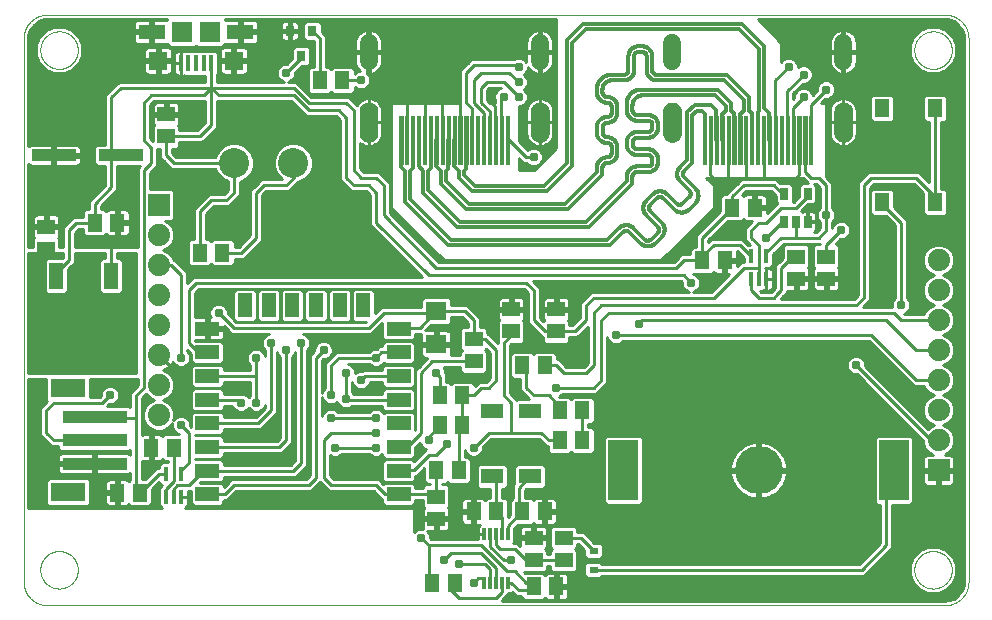
<source format=gtl>
G75*
%MOIN*%
%OFA0B0*%
%FSLAX25Y25*%
%IPPOS*%
%LPD*%
%AMOC8*
5,1,8,0,0,1.08239X$1,22.5*
%
%ADD10C,0.00000*%
%ADD11R,0.05118X0.05906*%
%ADD12R,0.03150X0.03543*%
%ADD13R,0.05906X0.05118*%
%ADD14R,0.07874X0.04724*%
%ADD15R,0.04724X0.07874*%
%ADD16R,0.07087X0.06299*%
%ADD17C,0.00118*%
%ADD18C,0.05906*%
%ADD19C,0.00039*%
%ADD20R,0.05118X0.06102*%
%ADD21R,0.01575X0.05315*%
%ADD22R,0.07087X0.07087*%
%ADD23R,0.09055X0.05118*%
%ADD24R,0.06299X0.06299*%
%ADD25C,0.10000*%
%ADD26R,0.21654X0.03937*%
%ADD27R,0.11811X0.06299*%
%ADD28R,0.07400X0.07400*%
%ADD29C,0.07400*%
%ADD30R,0.04800X0.08800*%
%ADD31R,0.14173X0.08661*%
%ADD32R,0.01181X0.03937*%
%ADD33R,0.07480X0.05118*%
%ADD34C,0.16000*%
%ADD35R,0.09843X0.20079*%
%ADD36R,0.03150X0.02362*%
%ADD37R,0.01400X0.04600*%
%ADD38R,0.02756X0.03937*%
%ADD39R,0.14961X0.03937*%
%ADD40C,0.01000*%
%ADD41C,0.03100*%
%ADD42C,0.01181*%
D10*
X0044888Y0146728D02*
X0344100Y0146728D01*
X0344290Y0146730D01*
X0344480Y0146737D01*
X0344670Y0146749D01*
X0344860Y0146765D01*
X0345049Y0146785D01*
X0345238Y0146811D01*
X0345426Y0146840D01*
X0345613Y0146875D01*
X0345799Y0146914D01*
X0345984Y0146957D01*
X0346169Y0147005D01*
X0346352Y0147057D01*
X0346533Y0147113D01*
X0346713Y0147174D01*
X0346892Y0147240D01*
X0347069Y0147309D01*
X0347245Y0147383D01*
X0347418Y0147461D01*
X0347590Y0147544D01*
X0347759Y0147630D01*
X0347927Y0147720D01*
X0348092Y0147815D01*
X0348255Y0147913D01*
X0348415Y0148016D01*
X0348573Y0148122D01*
X0348728Y0148232D01*
X0348881Y0148345D01*
X0349031Y0148463D01*
X0349177Y0148584D01*
X0349321Y0148708D01*
X0349462Y0148836D01*
X0349600Y0148967D01*
X0349735Y0149102D01*
X0349866Y0149240D01*
X0349994Y0149381D01*
X0350118Y0149525D01*
X0350239Y0149671D01*
X0350357Y0149821D01*
X0350470Y0149974D01*
X0350580Y0150129D01*
X0350686Y0150287D01*
X0350789Y0150447D01*
X0350887Y0150610D01*
X0350982Y0150775D01*
X0351072Y0150943D01*
X0351158Y0151112D01*
X0351241Y0151284D01*
X0351319Y0151457D01*
X0351393Y0151633D01*
X0351462Y0151810D01*
X0351528Y0151989D01*
X0351589Y0152169D01*
X0351645Y0152350D01*
X0351697Y0152533D01*
X0351745Y0152718D01*
X0351788Y0152903D01*
X0351827Y0153089D01*
X0351862Y0153276D01*
X0351891Y0153464D01*
X0351917Y0153653D01*
X0351937Y0153842D01*
X0351953Y0154032D01*
X0351965Y0154222D01*
X0351972Y0154412D01*
X0351974Y0154602D01*
X0351974Y0335705D01*
X0351972Y0335895D01*
X0351965Y0336085D01*
X0351953Y0336275D01*
X0351937Y0336465D01*
X0351917Y0336654D01*
X0351891Y0336843D01*
X0351862Y0337031D01*
X0351827Y0337218D01*
X0351788Y0337404D01*
X0351745Y0337589D01*
X0351697Y0337774D01*
X0351645Y0337957D01*
X0351589Y0338138D01*
X0351528Y0338318D01*
X0351462Y0338497D01*
X0351393Y0338674D01*
X0351319Y0338850D01*
X0351241Y0339023D01*
X0351158Y0339195D01*
X0351072Y0339364D01*
X0350982Y0339532D01*
X0350887Y0339697D01*
X0350789Y0339860D01*
X0350686Y0340020D01*
X0350580Y0340178D01*
X0350470Y0340333D01*
X0350357Y0340486D01*
X0350239Y0340636D01*
X0350118Y0340782D01*
X0349994Y0340926D01*
X0349866Y0341067D01*
X0349735Y0341205D01*
X0349600Y0341340D01*
X0349462Y0341471D01*
X0349321Y0341599D01*
X0349177Y0341723D01*
X0349031Y0341844D01*
X0348881Y0341962D01*
X0348728Y0342075D01*
X0348573Y0342185D01*
X0348415Y0342291D01*
X0348255Y0342394D01*
X0348092Y0342492D01*
X0347927Y0342587D01*
X0347759Y0342677D01*
X0347590Y0342763D01*
X0347418Y0342846D01*
X0347245Y0342924D01*
X0347069Y0342998D01*
X0346892Y0343067D01*
X0346713Y0343133D01*
X0346533Y0343194D01*
X0346352Y0343250D01*
X0346169Y0343302D01*
X0345984Y0343350D01*
X0345799Y0343393D01*
X0345613Y0343432D01*
X0345426Y0343467D01*
X0345238Y0343496D01*
X0345049Y0343522D01*
X0344860Y0343542D01*
X0344670Y0343558D01*
X0344480Y0343570D01*
X0344290Y0343577D01*
X0344100Y0343579D01*
X0044888Y0343579D01*
X0044698Y0343577D01*
X0044508Y0343570D01*
X0044318Y0343558D01*
X0044128Y0343542D01*
X0043939Y0343522D01*
X0043750Y0343496D01*
X0043562Y0343467D01*
X0043375Y0343432D01*
X0043189Y0343393D01*
X0043004Y0343350D01*
X0042819Y0343302D01*
X0042636Y0343250D01*
X0042455Y0343194D01*
X0042275Y0343133D01*
X0042096Y0343067D01*
X0041919Y0342998D01*
X0041743Y0342924D01*
X0041570Y0342846D01*
X0041398Y0342763D01*
X0041229Y0342677D01*
X0041061Y0342587D01*
X0040896Y0342492D01*
X0040733Y0342394D01*
X0040573Y0342291D01*
X0040415Y0342185D01*
X0040260Y0342075D01*
X0040107Y0341962D01*
X0039957Y0341844D01*
X0039811Y0341723D01*
X0039667Y0341599D01*
X0039526Y0341471D01*
X0039388Y0341340D01*
X0039253Y0341205D01*
X0039122Y0341067D01*
X0038994Y0340926D01*
X0038870Y0340782D01*
X0038749Y0340636D01*
X0038631Y0340486D01*
X0038518Y0340333D01*
X0038408Y0340178D01*
X0038302Y0340020D01*
X0038199Y0339860D01*
X0038101Y0339697D01*
X0038006Y0339532D01*
X0037916Y0339364D01*
X0037830Y0339195D01*
X0037747Y0339023D01*
X0037669Y0338850D01*
X0037595Y0338674D01*
X0037526Y0338497D01*
X0037460Y0338318D01*
X0037399Y0338138D01*
X0037343Y0337957D01*
X0037291Y0337774D01*
X0037243Y0337589D01*
X0037200Y0337404D01*
X0037161Y0337218D01*
X0037126Y0337031D01*
X0037097Y0336843D01*
X0037071Y0336654D01*
X0037051Y0336465D01*
X0037035Y0336275D01*
X0037023Y0336085D01*
X0037016Y0335895D01*
X0037014Y0335705D01*
X0037014Y0154602D01*
X0037016Y0154412D01*
X0037023Y0154222D01*
X0037035Y0154032D01*
X0037051Y0153842D01*
X0037071Y0153653D01*
X0037097Y0153464D01*
X0037126Y0153276D01*
X0037161Y0153089D01*
X0037200Y0152903D01*
X0037243Y0152718D01*
X0037291Y0152533D01*
X0037343Y0152350D01*
X0037399Y0152169D01*
X0037460Y0151989D01*
X0037526Y0151810D01*
X0037595Y0151633D01*
X0037669Y0151457D01*
X0037747Y0151284D01*
X0037830Y0151112D01*
X0037916Y0150943D01*
X0038006Y0150775D01*
X0038101Y0150610D01*
X0038199Y0150447D01*
X0038302Y0150287D01*
X0038408Y0150129D01*
X0038518Y0149974D01*
X0038631Y0149821D01*
X0038749Y0149671D01*
X0038870Y0149525D01*
X0038994Y0149381D01*
X0039122Y0149240D01*
X0039253Y0149102D01*
X0039388Y0148967D01*
X0039526Y0148836D01*
X0039667Y0148708D01*
X0039811Y0148584D01*
X0039957Y0148463D01*
X0040107Y0148345D01*
X0040260Y0148232D01*
X0040415Y0148122D01*
X0040573Y0148016D01*
X0040733Y0147913D01*
X0040896Y0147815D01*
X0041061Y0147720D01*
X0041229Y0147630D01*
X0041398Y0147544D01*
X0041570Y0147461D01*
X0041743Y0147383D01*
X0041919Y0147309D01*
X0042096Y0147240D01*
X0042275Y0147174D01*
X0042455Y0147113D01*
X0042636Y0147057D01*
X0042819Y0147005D01*
X0043004Y0146957D01*
X0043189Y0146914D01*
X0043375Y0146875D01*
X0043562Y0146840D01*
X0043750Y0146811D01*
X0043939Y0146785D01*
X0044128Y0146765D01*
X0044318Y0146749D01*
X0044508Y0146737D01*
X0044698Y0146730D01*
X0044888Y0146728D01*
X0042575Y0158539D02*
X0042577Y0158697D01*
X0042583Y0158854D01*
X0042593Y0159012D01*
X0042607Y0159169D01*
X0042625Y0159325D01*
X0042646Y0159482D01*
X0042672Y0159637D01*
X0042702Y0159792D01*
X0042735Y0159946D01*
X0042773Y0160099D01*
X0042814Y0160252D01*
X0042859Y0160403D01*
X0042908Y0160553D01*
X0042961Y0160701D01*
X0043017Y0160849D01*
X0043078Y0160994D01*
X0043141Y0161139D01*
X0043209Y0161281D01*
X0043280Y0161422D01*
X0043354Y0161561D01*
X0043432Y0161698D01*
X0043514Y0161833D01*
X0043598Y0161966D01*
X0043687Y0162097D01*
X0043778Y0162225D01*
X0043873Y0162352D01*
X0043970Y0162475D01*
X0044071Y0162597D01*
X0044175Y0162715D01*
X0044282Y0162831D01*
X0044392Y0162944D01*
X0044504Y0163055D01*
X0044620Y0163162D01*
X0044738Y0163267D01*
X0044858Y0163369D01*
X0044981Y0163467D01*
X0045107Y0163563D01*
X0045235Y0163655D01*
X0045365Y0163744D01*
X0045497Y0163830D01*
X0045632Y0163912D01*
X0045769Y0163991D01*
X0045907Y0164066D01*
X0046047Y0164138D01*
X0046190Y0164206D01*
X0046333Y0164271D01*
X0046479Y0164332D01*
X0046626Y0164389D01*
X0046774Y0164443D01*
X0046924Y0164493D01*
X0047074Y0164539D01*
X0047226Y0164581D01*
X0047379Y0164620D01*
X0047533Y0164654D01*
X0047688Y0164685D01*
X0047843Y0164711D01*
X0047999Y0164734D01*
X0048156Y0164753D01*
X0048313Y0164768D01*
X0048470Y0164779D01*
X0048628Y0164786D01*
X0048786Y0164789D01*
X0048943Y0164788D01*
X0049101Y0164783D01*
X0049258Y0164774D01*
X0049416Y0164761D01*
X0049572Y0164744D01*
X0049729Y0164723D01*
X0049884Y0164699D01*
X0050039Y0164670D01*
X0050194Y0164637D01*
X0050347Y0164601D01*
X0050500Y0164560D01*
X0050651Y0164516D01*
X0050801Y0164468D01*
X0050950Y0164417D01*
X0051098Y0164361D01*
X0051244Y0164302D01*
X0051389Y0164239D01*
X0051532Y0164172D01*
X0051673Y0164102D01*
X0051812Y0164029D01*
X0051950Y0163952D01*
X0052086Y0163871D01*
X0052219Y0163787D01*
X0052350Y0163700D01*
X0052479Y0163609D01*
X0052606Y0163515D01*
X0052731Y0163418D01*
X0052852Y0163318D01*
X0052972Y0163215D01*
X0053088Y0163109D01*
X0053202Y0163000D01*
X0053314Y0162888D01*
X0053422Y0162774D01*
X0053527Y0162656D01*
X0053630Y0162536D01*
X0053729Y0162414D01*
X0053825Y0162289D01*
X0053918Y0162161D01*
X0054008Y0162032D01*
X0054094Y0161900D01*
X0054178Y0161766D01*
X0054257Y0161630D01*
X0054334Y0161492D01*
X0054406Y0161352D01*
X0054475Y0161210D01*
X0054541Y0161067D01*
X0054603Y0160922D01*
X0054661Y0160775D01*
X0054716Y0160627D01*
X0054767Y0160478D01*
X0054814Y0160327D01*
X0054857Y0160176D01*
X0054896Y0160023D01*
X0054932Y0159869D01*
X0054963Y0159715D01*
X0054991Y0159560D01*
X0055015Y0159404D01*
X0055035Y0159247D01*
X0055051Y0159090D01*
X0055063Y0158933D01*
X0055071Y0158776D01*
X0055075Y0158618D01*
X0055075Y0158460D01*
X0055071Y0158302D01*
X0055063Y0158145D01*
X0055051Y0157988D01*
X0055035Y0157831D01*
X0055015Y0157674D01*
X0054991Y0157518D01*
X0054963Y0157363D01*
X0054932Y0157209D01*
X0054896Y0157055D01*
X0054857Y0156902D01*
X0054814Y0156751D01*
X0054767Y0156600D01*
X0054716Y0156451D01*
X0054661Y0156303D01*
X0054603Y0156156D01*
X0054541Y0156011D01*
X0054475Y0155868D01*
X0054406Y0155726D01*
X0054334Y0155586D01*
X0054257Y0155448D01*
X0054178Y0155312D01*
X0054094Y0155178D01*
X0054008Y0155046D01*
X0053918Y0154917D01*
X0053825Y0154789D01*
X0053729Y0154664D01*
X0053630Y0154542D01*
X0053527Y0154422D01*
X0053422Y0154304D01*
X0053314Y0154190D01*
X0053202Y0154078D01*
X0053088Y0153969D01*
X0052972Y0153863D01*
X0052852Y0153760D01*
X0052731Y0153660D01*
X0052606Y0153563D01*
X0052479Y0153469D01*
X0052350Y0153378D01*
X0052219Y0153291D01*
X0052086Y0153207D01*
X0051950Y0153126D01*
X0051812Y0153049D01*
X0051673Y0152976D01*
X0051532Y0152906D01*
X0051389Y0152839D01*
X0051244Y0152776D01*
X0051098Y0152717D01*
X0050950Y0152661D01*
X0050801Y0152610D01*
X0050651Y0152562D01*
X0050500Y0152518D01*
X0050347Y0152477D01*
X0050194Y0152441D01*
X0050039Y0152408D01*
X0049884Y0152379D01*
X0049729Y0152355D01*
X0049572Y0152334D01*
X0049416Y0152317D01*
X0049258Y0152304D01*
X0049101Y0152295D01*
X0048943Y0152290D01*
X0048786Y0152289D01*
X0048628Y0152292D01*
X0048470Y0152299D01*
X0048313Y0152310D01*
X0048156Y0152325D01*
X0047999Y0152344D01*
X0047843Y0152367D01*
X0047688Y0152393D01*
X0047533Y0152424D01*
X0047379Y0152458D01*
X0047226Y0152497D01*
X0047074Y0152539D01*
X0046924Y0152585D01*
X0046774Y0152635D01*
X0046626Y0152689D01*
X0046479Y0152746D01*
X0046333Y0152807D01*
X0046190Y0152872D01*
X0046047Y0152940D01*
X0045907Y0153012D01*
X0045769Y0153087D01*
X0045632Y0153166D01*
X0045497Y0153248D01*
X0045365Y0153334D01*
X0045235Y0153423D01*
X0045107Y0153515D01*
X0044981Y0153611D01*
X0044858Y0153709D01*
X0044738Y0153811D01*
X0044620Y0153916D01*
X0044504Y0154023D01*
X0044392Y0154134D01*
X0044282Y0154247D01*
X0044175Y0154363D01*
X0044071Y0154481D01*
X0043970Y0154603D01*
X0043873Y0154726D01*
X0043778Y0154853D01*
X0043687Y0154981D01*
X0043598Y0155112D01*
X0043514Y0155245D01*
X0043432Y0155380D01*
X0043354Y0155517D01*
X0043280Y0155656D01*
X0043209Y0155797D01*
X0043141Y0155939D01*
X0043078Y0156084D01*
X0043017Y0156229D01*
X0042961Y0156377D01*
X0042908Y0156525D01*
X0042859Y0156675D01*
X0042814Y0156826D01*
X0042773Y0156979D01*
X0042735Y0157132D01*
X0042702Y0157286D01*
X0042672Y0157441D01*
X0042646Y0157596D01*
X0042625Y0157753D01*
X0042607Y0157909D01*
X0042593Y0158066D01*
X0042583Y0158224D01*
X0042577Y0158381D01*
X0042575Y0158539D01*
X0042575Y0331768D02*
X0042577Y0331926D01*
X0042583Y0332083D01*
X0042593Y0332241D01*
X0042607Y0332398D01*
X0042625Y0332554D01*
X0042646Y0332711D01*
X0042672Y0332866D01*
X0042702Y0333021D01*
X0042735Y0333175D01*
X0042773Y0333328D01*
X0042814Y0333481D01*
X0042859Y0333632D01*
X0042908Y0333782D01*
X0042961Y0333930D01*
X0043017Y0334078D01*
X0043078Y0334223D01*
X0043141Y0334368D01*
X0043209Y0334510D01*
X0043280Y0334651D01*
X0043354Y0334790D01*
X0043432Y0334927D01*
X0043514Y0335062D01*
X0043598Y0335195D01*
X0043687Y0335326D01*
X0043778Y0335454D01*
X0043873Y0335581D01*
X0043970Y0335704D01*
X0044071Y0335826D01*
X0044175Y0335944D01*
X0044282Y0336060D01*
X0044392Y0336173D01*
X0044504Y0336284D01*
X0044620Y0336391D01*
X0044738Y0336496D01*
X0044858Y0336598D01*
X0044981Y0336696D01*
X0045107Y0336792D01*
X0045235Y0336884D01*
X0045365Y0336973D01*
X0045497Y0337059D01*
X0045632Y0337141D01*
X0045769Y0337220D01*
X0045907Y0337295D01*
X0046047Y0337367D01*
X0046190Y0337435D01*
X0046333Y0337500D01*
X0046479Y0337561D01*
X0046626Y0337618D01*
X0046774Y0337672D01*
X0046924Y0337722D01*
X0047074Y0337768D01*
X0047226Y0337810D01*
X0047379Y0337849D01*
X0047533Y0337883D01*
X0047688Y0337914D01*
X0047843Y0337940D01*
X0047999Y0337963D01*
X0048156Y0337982D01*
X0048313Y0337997D01*
X0048470Y0338008D01*
X0048628Y0338015D01*
X0048786Y0338018D01*
X0048943Y0338017D01*
X0049101Y0338012D01*
X0049258Y0338003D01*
X0049416Y0337990D01*
X0049572Y0337973D01*
X0049729Y0337952D01*
X0049884Y0337928D01*
X0050039Y0337899D01*
X0050194Y0337866D01*
X0050347Y0337830D01*
X0050500Y0337789D01*
X0050651Y0337745D01*
X0050801Y0337697D01*
X0050950Y0337646D01*
X0051098Y0337590D01*
X0051244Y0337531D01*
X0051389Y0337468D01*
X0051532Y0337401D01*
X0051673Y0337331D01*
X0051812Y0337258D01*
X0051950Y0337181D01*
X0052086Y0337100D01*
X0052219Y0337016D01*
X0052350Y0336929D01*
X0052479Y0336838D01*
X0052606Y0336744D01*
X0052731Y0336647D01*
X0052852Y0336547D01*
X0052972Y0336444D01*
X0053088Y0336338D01*
X0053202Y0336229D01*
X0053314Y0336117D01*
X0053422Y0336003D01*
X0053527Y0335885D01*
X0053630Y0335765D01*
X0053729Y0335643D01*
X0053825Y0335518D01*
X0053918Y0335390D01*
X0054008Y0335261D01*
X0054094Y0335129D01*
X0054178Y0334995D01*
X0054257Y0334859D01*
X0054334Y0334721D01*
X0054406Y0334581D01*
X0054475Y0334439D01*
X0054541Y0334296D01*
X0054603Y0334151D01*
X0054661Y0334004D01*
X0054716Y0333856D01*
X0054767Y0333707D01*
X0054814Y0333556D01*
X0054857Y0333405D01*
X0054896Y0333252D01*
X0054932Y0333098D01*
X0054963Y0332944D01*
X0054991Y0332789D01*
X0055015Y0332633D01*
X0055035Y0332476D01*
X0055051Y0332319D01*
X0055063Y0332162D01*
X0055071Y0332005D01*
X0055075Y0331847D01*
X0055075Y0331689D01*
X0055071Y0331531D01*
X0055063Y0331374D01*
X0055051Y0331217D01*
X0055035Y0331060D01*
X0055015Y0330903D01*
X0054991Y0330747D01*
X0054963Y0330592D01*
X0054932Y0330438D01*
X0054896Y0330284D01*
X0054857Y0330131D01*
X0054814Y0329980D01*
X0054767Y0329829D01*
X0054716Y0329680D01*
X0054661Y0329532D01*
X0054603Y0329385D01*
X0054541Y0329240D01*
X0054475Y0329097D01*
X0054406Y0328955D01*
X0054334Y0328815D01*
X0054257Y0328677D01*
X0054178Y0328541D01*
X0054094Y0328407D01*
X0054008Y0328275D01*
X0053918Y0328146D01*
X0053825Y0328018D01*
X0053729Y0327893D01*
X0053630Y0327771D01*
X0053527Y0327651D01*
X0053422Y0327533D01*
X0053314Y0327419D01*
X0053202Y0327307D01*
X0053088Y0327198D01*
X0052972Y0327092D01*
X0052852Y0326989D01*
X0052731Y0326889D01*
X0052606Y0326792D01*
X0052479Y0326698D01*
X0052350Y0326607D01*
X0052219Y0326520D01*
X0052086Y0326436D01*
X0051950Y0326355D01*
X0051812Y0326278D01*
X0051673Y0326205D01*
X0051532Y0326135D01*
X0051389Y0326068D01*
X0051244Y0326005D01*
X0051098Y0325946D01*
X0050950Y0325890D01*
X0050801Y0325839D01*
X0050651Y0325791D01*
X0050500Y0325747D01*
X0050347Y0325706D01*
X0050194Y0325670D01*
X0050039Y0325637D01*
X0049884Y0325608D01*
X0049729Y0325584D01*
X0049572Y0325563D01*
X0049416Y0325546D01*
X0049258Y0325533D01*
X0049101Y0325524D01*
X0048943Y0325519D01*
X0048786Y0325518D01*
X0048628Y0325521D01*
X0048470Y0325528D01*
X0048313Y0325539D01*
X0048156Y0325554D01*
X0047999Y0325573D01*
X0047843Y0325596D01*
X0047688Y0325622D01*
X0047533Y0325653D01*
X0047379Y0325687D01*
X0047226Y0325726D01*
X0047074Y0325768D01*
X0046924Y0325814D01*
X0046774Y0325864D01*
X0046626Y0325918D01*
X0046479Y0325975D01*
X0046333Y0326036D01*
X0046190Y0326101D01*
X0046047Y0326169D01*
X0045907Y0326241D01*
X0045769Y0326316D01*
X0045632Y0326395D01*
X0045497Y0326477D01*
X0045365Y0326563D01*
X0045235Y0326652D01*
X0045107Y0326744D01*
X0044981Y0326840D01*
X0044858Y0326938D01*
X0044738Y0327040D01*
X0044620Y0327145D01*
X0044504Y0327252D01*
X0044392Y0327363D01*
X0044282Y0327476D01*
X0044175Y0327592D01*
X0044071Y0327710D01*
X0043970Y0327832D01*
X0043873Y0327955D01*
X0043778Y0328082D01*
X0043687Y0328210D01*
X0043598Y0328341D01*
X0043514Y0328474D01*
X0043432Y0328609D01*
X0043354Y0328746D01*
X0043280Y0328885D01*
X0043209Y0329026D01*
X0043141Y0329168D01*
X0043078Y0329313D01*
X0043017Y0329458D01*
X0042961Y0329606D01*
X0042908Y0329754D01*
X0042859Y0329904D01*
X0042814Y0330055D01*
X0042773Y0330208D01*
X0042735Y0330361D01*
X0042702Y0330515D01*
X0042672Y0330670D01*
X0042646Y0330825D01*
X0042625Y0330982D01*
X0042607Y0331138D01*
X0042593Y0331295D01*
X0042583Y0331453D01*
X0042577Y0331610D01*
X0042575Y0331768D01*
X0333913Y0331768D02*
X0333915Y0331926D01*
X0333921Y0332083D01*
X0333931Y0332241D01*
X0333945Y0332398D01*
X0333963Y0332554D01*
X0333984Y0332711D01*
X0334010Y0332866D01*
X0334040Y0333021D01*
X0334073Y0333175D01*
X0334111Y0333328D01*
X0334152Y0333481D01*
X0334197Y0333632D01*
X0334246Y0333782D01*
X0334299Y0333930D01*
X0334355Y0334078D01*
X0334416Y0334223D01*
X0334479Y0334368D01*
X0334547Y0334510D01*
X0334618Y0334651D01*
X0334692Y0334790D01*
X0334770Y0334927D01*
X0334852Y0335062D01*
X0334936Y0335195D01*
X0335025Y0335326D01*
X0335116Y0335454D01*
X0335211Y0335581D01*
X0335308Y0335704D01*
X0335409Y0335826D01*
X0335513Y0335944D01*
X0335620Y0336060D01*
X0335730Y0336173D01*
X0335842Y0336284D01*
X0335958Y0336391D01*
X0336076Y0336496D01*
X0336196Y0336598D01*
X0336319Y0336696D01*
X0336445Y0336792D01*
X0336573Y0336884D01*
X0336703Y0336973D01*
X0336835Y0337059D01*
X0336970Y0337141D01*
X0337107Y0337220D01*
X0337245Y0337295D01*
X0337385Y0337367D01*
X0337528Y0337435D01*
X0337671Y0337500D01*
X0337817Y0337561D01*
X0337964Y0337618D01*
X0338112Y0337672D01*
X0338262Y0337722D01*
X0338412Y0337768D01*
X0338564Y0337810D01*
X0338717Y0337849D01*
X0338871Y0337883D01*
X0339026Y0337914D01*
X0339181Y0337940D01*
X0339337Y0337963D01*
X0339494Y0337982D01*
X0339651Y0337997D01*
X0339808Y0338008D01*
X0339966Y0338015D01*
X0340124Y0338018D01*
X0340281Y0338017D01*
X0340439Y0338012D01*
X0340596Y0338003D01*
X0340754Y0337990D01*
X0340910Y0337973D01*
X0341067Y0337952D01*
X0341222Y0337928D01*
X0341377Y0337899D01*
X0341532Y0337866D01*
X0341685Y0337830D01*
X0341838Y0337789D01*
X0341989Y0337745D01*
X0342139Y0337697D01*
X0342288Y0337646D01*
X0342436Y0337590D01*
X0342582Y0337531D01*
X0342727Y0337468D01*
X0342870Y0337401D01*
X0343011Y0337331D01*
X0343150Y0337258D01*
X0343288Y0337181D01*
X0343424Y0337100D01*
X0343557Y0337016D01*
X0343688Y0336929D01*
X0343817Y0336838D01*
X0343944Y0336744D01*
X0344069Y0336647D01*
X0344190Y0336547D01*
X0344310Y0336444D01*
X0344426Y0336338D01*
X0344540Y0336229D01*
X0344652Y0336117D01*
X0344760Y0336003D01*
X0344865Y0335885D01*
X0344968Y0335765D01*
X0345067Y0335643D01*
X0345163Y0335518D01*
X0345256Y0335390D01*
X0345346Y0335261D01*
X0345432Y0335129D01*
X0345516Y0334995D01*
X0345595Y0334859D01*
X0345672Y0334721D01*
X0345744Y0334581D01*
X0345813Y0334439D01*
X0345879Y0334296D01*
X0345941Y0334151D01*
X0345999Y0334004D01*
X0346054Y0333856D01*
X0346105Y0333707D01*
X0346152Y0333556D01*
X0346195Y0333405D01*
X0346234Y0333252D01*
X0346270Y0333098D01*
X0346301Y0332944D01*
X0346329Y0332789D01*
X0346353Y0332633D01*
X0346373Y0332476D01*
X0346389Y0332319D01*
X0346401Y0332162D01*
X0346409Y0332005D01*
X0346413Y0331847D01*
X0346413Y0331689D01*
X0346409Y0331531D01*
X0346401Y0331374D01*
X0346389Y0331217D01*
X0346373Y0331060D01*
X0346353Y0330903D01*
X0346329Y0330747D01*
X0346301Y0330592D01*
X0346270Y0330438D01*
X0346234Y0330284D01*
X0346195Y0330131D01*
X0346152Y0329980D01*
X0346105Y0329829D01*
X0346054Y0329680D01*
X0345999Y0329532D01*
X0345941Y0329385D01*
X0345879Y0329240D01*
X0345813Y0329097D01*
X0345744Y0328955D01*
X0345672Y0328815D01*
X0345595Y0328677D01*
X0345516Y0328541D01*
X0345432Y0328407D01*
X0345346Y0328275D01*
X0345256Y0328146D01*
X0345163Y0328018D01*
X0345067Y0327893D01*
X0344968Y0327771D01*
X0344865Y0327651D01*
X0344760Y0327533D01*
X0344652Y0327419D01*
X0344540Y0327307D01*
X0344426Y0327198D01*
X0344310Y0327092D01*
X0344190Y0326989D01*
X0344069Y0326889D01*
X0343944Y0326792D01*
X0343817Y0326698D01*
X0343688Y0326607D01*
X0343557Y0326520D01*
X0343424Y0326436D01*
X0343288Y0326355D01*
X0343150Y0326278D01*
X0343011Y0326205D01*
X0342870Y0326135D01*
X0342727Y0326068D01*
X0342582Y0326005D01*
X0342436Y0325946D01*
X0342288Y0325890D01*
X0342139Y0325839D01*
X0341989Y0325791D01*
X0341838Y0325747D01*
X0341685Y0325706D01*
X0341532Y0325670D01*
X0341377Y0325637D01*
X0341222Y0325608D01*
X0341067Y0325584D01*
X0340910Y0325563D01*
X0340754Y0325546D01*
X0340596Y0325533D01*
X0340439Y0325524D01*
X0340281Y0325519D01*
X0340124Y0325518D01*
X0339966Y0325521D01*
X0339808Y0325528D01*
X0339651Y0325539D01*
X0339494Y0325554D01*
X0339337Y0325573D01*
X0339181Y0325596D01*
X0339026Y0325622D01*
X0338871Y0325653D01*
X0338717Y0325687D01*
X0338564Y0325726D01*
X0338412Y0325768D01*
X0338262Y0325814D01*
X0338112Y0325864D01*
X0337964Y0325918D01*
X0337817Y0325975D01*
X0337671Y0326036D01*
X0337528Y0326101D01*
X0337385Y0326169D01*
X0337245Y0326241D01*
X0337107Y0326316D01*
X0336970Y0326395D01*
X0336835Y0326477D01*
X0336703Y0326563D01*
X0336573Y0326652D01*
X0336445Y0326744D01*
X0336319Y0326840D01*
X0336196Y0326938D01*
X0336076Y0327040D01*
X0335958Y0327145D01*
X0335842Y0327252D01*
X0335730Y0327363D01*
X0335620Y0327476D01*
X0335513Y0327592D01*
X0335409Y0327710D01*
X0335308Y0327832D01*
X0335211Y0327955D01*
X0335116Y0328082D01*
X0335025Y0328210D01*
X0334936Y0328341D01*
X0334852Y0328474D01*
X0334770Y0328609D01*
X0334692Y0328746D01*
X0334618Y0328885D01*
X0334547Y0329026D01*
X0334479Y0329168D01*
X0334416Y0329313D01*
X0334355Y0329458D01*
X0334299Y0329606D01*
X0334246Y0329754D01*
X0334197Y0329904D01*
X0334152Y0330055D01*
X0334111Y0330208D01*
X0334073Y0330361D01*
X0334040Y0330515D01*
X0334010Y0330670D01*
X0333984Y0330825D01*
X0333963Y0330982D01*
X0333945Y0331138D01*
X0333931Y0331295D01*
X0333921Y0331453D01*
X0333915Y0331610D01*
X0333913Y0331768D01*
X0333913Y0158539D02*
X0333915Y0158697D01*
X0333921Y0158854D01*
X0333931Y0159012D01*
X0333945Y0159169D01*
X0333963Y0159325D01*
X0333984Y0159482D01*
X0334010Y0159637D01*
X0334040Y0159792D01*
X0334073Y0159946D01*
X0334111Y0160099D01*
X0334152Y0160252D01*
X0334197Y0160403D01*
X0334246Y0160553D01*
X0334299Y0160701D01*
X0334355Y0160849D01*
X0334416Y0160994D01*
X0334479Y0161139D01*
X0334547Y0161281D01*
X0334618Y0161422D01*
X0334692Y0161561D01*
X0334770Y0161698D01*
X0334852Y0161833D01*
X0334936Y0161966D01*
X0335025Y0162097D01*
X0335116Y0162225D01*
X0335211Y0162352D01*
X0335308Y0162475D01*
X0335409Y0162597D01*
X0335513Y0162715D01*
X0335620Y0162831D01*
X0335730Y0162944D01*
X0335842Y0163055D01*
X0335958Y0163162D01*
X0336076Y0163267D01*
X0336196Y0163369D01*
X0336319Y0163467D01*
X0336445Y0163563D01*
X0336573Y0163655D01*
X0336703Y0163744D01*
X0336835Y0163830D01*
X0336970Y0163912D01*
X0337107Y0163991D01*
X0337245Y0164066D01*
X0337385Y0164138D01*
X0337528Y0164206D01*
X0337671Y0164271D01*
X0337817Y0164332D01*
X0337964Y0164389D01*
X0338112Y0164443D01*
X0338262Y0164493D01*
X0338412Y0164539D01*
X0338564Y0164581D01*
X0338717Y0164620D01*
X0338871Y0164654D01*
X0339026Y0164685D01*
X0339181Y0164711D01*
X0339337Y0164734D01*
X0339494Y0164753D01*
X0339651Y0164768D01*
X0339808Y0164779D01*
X0339966Y0164786D01*
X0340124Y0164789D01*
X0340281Y0164788D01*
X0340439Y0164783D01*
X0340596Y0164774D01*
X0340754Y0164761D01*
X0340910Y0164744D01*
X0341067Y0164723D01*
X0341222Y0164699D01*
X0341377Y0164670D01*
X0341532Y0164637D01*
X0341685Y0164601D01*
X0341838Y0164560D01*
X0341989Y0164516D01*
X0342139Y0164468D01*
X0342288Y0164417D01*
X0342436Y0164361D01*
X0342582Y0164302D01*
X0342727Y0164239D01*
X0342870Y0164172D01*
X0343011Y0164102D01*
X0343150Y0164029D01*
X0343288Y0163952D01*
X0343424Y0163871D01*
X0343557Y0163787D01*
X0343688Y0163700D01*
X0343817Y0163609D01*
X0343944Y0163515D01*
X0344069Y0163418D01*
X0344190Y0163318D01*
X0344310Y0163215D01*
X0344426Y0163109D01*
X0344540Y0163000D01*
X0344652Y0162888D01*
X0344760Y0162774D01*
X0344865Y0162656D01*
X0344968Y0162536D01*
X0345067Y0162414D01*
X0345163Y0162289D01*
X0345256Y0162161D01*
X0345346Y0162032D01*
X0345432Y0161900D01*
X0345516Y0161766D01*
X0345595Y0161630D01*
X0345672Y0161492D01*
X0345744Y0161352D01*
X0345813Y0161210D01*
X0345879Y0161067D01*
X0345941Y0160922D01*
X0345999Y0160775D01*
X0346054Y0160627D01*
X0346105Y0160478D01*
X0346152Y0160327D01*
X0346195Y0160176D01*
X0346234Y0160023D01*
X0346270Y0159869D01*
X0346301Y0159715D01*
X0346329Y0159560D01*
X0346353Y0159404D01*
X0346373Y0159247D01*
X0346389Y0159090D01*
X0346401Y0158933D01*
X0346409Y0158776D01*
X0346413Y0158618D01*
X0346413Y0158460D01*
X0346409Y0158302D01*
X0346401Y0158145D01*
X0346389Y0157988D01*
X0346373Y0157831D01*
X0346353Y0157674D01*
X0346329Y0157518D01*
X0346301Y0157363D01*
X0346270Y0157209D01*
X0346234Y0157055D01*
X0346195Y0156902D01*
X0346152Y0156751D01*
X0346105Y0156600D01*
X0346054Y0156451D01*
X0345999Y0156303D01*
X0345941Y0156156D01*
X0345879Y0156011D01*
X0345813Y0155868D01*
X0345744Y0155726D01*
X0345672Y0155586D01*
X0345595Y0155448D01*
X0345516Y0155312D01*
X0345432Y0155178D01*
X0345346Y0155046D01*
X0345256Y0154917D01*
X0345163Y0154789D01*
X0345067Y0154664D01*
X0344968Y0154542D01*
X0344865Y0154422D01*
X0344760Y0154304D01*
X0344652Y0154190D01*
X0344540Y0154078D01*
X0344426Y0153969D01*
X0344310Y0153863D01*
X0344190Y0153760D01*
X0344069Y0153660D01*
X0343944Y0153563D01*
X0343817Y0153469D01*
X0343688Y0153378D01*
X0343557Y0153291D01*
X0343424Y0153207D01*
X0343288Y0153126D01*
X0343150Y0153049D01*
X0343011Y0152976D01*
X0342870Y0152906D01*
X0342727Y0152839D01*
X0342582Y0152776D01*
X0342436Y0152717D01*
X0342288Y0152661D01*
X0342139Y0152610D01*
X0341989Y0152562D01*
X0341838Y0152518D01*
X0341685Y0152477D01*
X0341532Y0152441D01*
X0341377Y0152408D01*
X0341222Y0152379D01*
X0341067Y0152355D01*
X0340910Y0152334D01*
X0340754Y0152317D01*
X0340596Y0152304D01*
X0340439Y0152295D01*
X0340281Y0152290D01*
X0340124Y0152289D01*
X0339966Y0152292D01*
X0339808Y0152299D01*
X0339651Y0152310D01*
X0339494Y0152325D01*
X0339337Y0152344D01*
X0339181Y0152367D01*
X0339026Y0152393D01*
X0338871Y0152424D01*
X0338717Y0152458D01*
X0338564Y0152497D01*
X0338412Y0152539D01*
X0338262Y0152585D01*
X0338112Y0152635D01*
X0337964Y0152689D01*
X0337817Y0152746D01*
X0337671Y0152807D01*
X0337528Y0152872D01*
X0337385Y0152940D01*
X0337245Y0153012D01*
X0337107Y0153087D01*
X0336970Y0153166D01*
X0336835Y0153248D01*
X0336703Y0153334D01*
X0336573Y0153423D01*
X0336445Y0153515D01*
X0336319Y0153611D01*
X0336196Y0153709D01*
X0336076Y0153811D01*
X0335958Y0153916D01*
X0335842Y0154023D01*
X0335730Y0154134D01*
X0335620Y0154247D01*
X0335513Y0154363D01*
X0335409Y0154481D01*
X0335308Y0154603D01*
X0335211Y0154726D01*
X0335116Y0154853D01*
X0335025Y0154981D01*
X0334936Y0155112D01*
X0334852Y0155245D01*
X0334770Y0155380D01*
X0334692Y0155517D01*
X0334618Y0155656D01*
X0334547Y0155797D01*
X0334479Y0155939D01*
X0334416Y0156084D01*
X0334355Y0156229D01*
X0334299Y0156377D01*
X0334246Y0156525D01*
X0334197Y0156675D01*
X0334152Y0156826D01*
X0334111Y0156979D01*
X0334073Y0157132D01*
X0334040Y0157286D01*
X0334010Y0157441D01*
X0333984Y0157596D01*
X0333963Y0157753D01*
X0333945Y0157909D01*
X0333931Y0158066D01*
X0333921Y0158224D01*
X0333915Y0158381D01*
X0333913Y0158539D01*
D11*
X0223254Y0201728D03*
X0215774Y0201728D03*
X0215774Y0211728D03*
X0223254Y0211728D03*
X0210754Y0226728D03*
X0203274Y0226728D03*
X0183254Y0216728D03*
X0175774Y0216728D03*
X0175774Y0206728D03*
X0183254Y0206728D03*
X0182004Y0191728D03*
X0174524Y0191728D03*
X0187024Y0177978D03*
X0194504Y0177978D03*
X0203274Y0177978D03*
X0210754Y0177978D03*
X0207024Y0152978D03*
X0214504Y0152978D03*
X0180754Y0154228D03*
X0173274Y0154228D03*
X0087004Y0199228D03*
X0079524Y0199228D03*
X0075754Y0184228D03*
X0068274Y0184228D03*
X0095774Y0264228D03*
X0103254Y0264228D03*
X0068254Y0274228D03*
X0060774Y0274228D03*
X0135774Y0321728D03*
X0143254Y0321728D03*
X0263274Y0261728D03*
X0270754Y0261728D03*
X0273274Y0279228D03*
X0280754Y0279228D03*
D12*
X0133254Y0338165D03*
X0125774Y0338165D03*
X0129514Y0329898D03*
D13*
X0084514Y0310469D03*
X0084514Y0302988D03*
X0044514Y0272969D03*
X0044514Y0265488D03*
X0174514Y0182969D03*
X0174514Y0175488D03*
X0207014Y0169219D03*
X0207014Y0161738D03*
X0217014Y0161738D03*
X0217014Y0169219D03*
X0187014Y0227988D03*
X0187014Y0235469D03*
X0199514Y0237988D03*
X0199514Y0245469D03*
X0214514Y0245469D03*
X0214514Y0237988D03*
X0294514Y0255488D03*
X0294514Y0262969D03*
X0304514Y0262969D03*
X0304514Y0255488D03*
D14*
X0162014Y0238854D03*
X0162014Y0230980D03*
X0162014Y0223106D03*
X0162014Y0215232D03*
X0162014Y0207358D03*
X0162014Y0199484D03*
X0162014Y0191610D03*
X0162014Y0183736D03*
X0098234Y0183736D03*
X0098234Y0191610D03*
X0098234Y0199484D03*
X0098234Y0207358D03*
X0098234Y0215232D03*
X0098234Y0223106D03*
X0098234Y0230980D03*
X0098234Y0238854D03*
D15*
X0110833Y0246728D03*
X0118707Y0246728D03*
X0126581Y0246728D03*
X0134455Y0246728D03*
X0142329Y0246728D03*
X0150203Y0246728D03*
D16*
X0174514Y0244740D03*
X0174514Y0233717D03*
D17*
X0174081Y0309819D02*
X0175143Y0309819D01*
X0175143Y0293795D01*
X0174081Y0293795D01*
X0174081Y0309819D01*
X0174081Y0293912D02*
X0175143Y0293912D01*
X0175143Y0294029D02*
X0174081Y0294029D01*
X0174081Y0294146D02*
X0175143Y0294146D01*
X0175143Y0294263D02*
X0174081Y0294263D01*
X0174081Y0294380D02*
X0175143Y0294380D01*
X0175143Y0294497D02*
X0174081Y0294497D01*
X0174081Y0294614D02*
X0175143Y0294614D01*
X0175143Y0294731D02*
X0174081Y0294731D01*
X0174081Y0294848D02*
X0175143Y0294848D01*
X0175143Y0294965D02*
X0174081Y0294965D01*
X0174081Y0295082D02*
X0175143Y0295082D01*
X0175143Y0295199D02*
X0174081Y0295199D01*
X0174081Y0295316D02*
X0175143Y0295316D01*
X0175143Y0295433D02*
X0174081Y0295433D01*
X0174081Y0295550D02*
X0175143Y0295550D01*
X0175143Y0295667D02*
X0174081Y0295667D01*
X0174081Y0295784D02*
X0175143Y0295784D01*
X0175143Y0295901D02*
X0174081Y0295901D01*
X0174081Y0296018D02*
X0175143Y0296018D01*
X0175143Y0296135D02*
X0174081Y0296135D01*
X0174081Y0296252D02*
X0175143Y0296252D01*
X0175143Y0296369D02*
X0174081Y0296369D01*
X0174081Y0296486D02*
X0175143Y0296486D01*
X0175143Y0296603D02*
X0174081Y0296603D01*
X0174081Y0296720D02*
X0175143Y0296720D01*
X0175143Y0296837D02*
X0174081Y0296837D01*
X0174081Y0296954D02*
X0175143Y0296954D01*
X0175143Y0297071D02*
X0174081Y0297071D01*
X0174081Y0297188D02*
X0175143Y0297188D01*
X0175143Y0297305D02*
X0174081Y0297305D01*
X0174081Y0297422D02*
X0175143Y0297422D01*
X0175143Y0297539D02*
X0174081Y0297539D01*
X0174081Y0297656D02*
X0175143Y0297656D01*
X0175143Y0297773D02*
X0174081Y0297773D01*
X0174081Y0297890D02*
X0175143Y0297890D01*
X0175143Y0298007D02*
X0174081Y0298007D01*
X0174081Y0298124D02*
X0175143Y0298124D01*
X0175143Y0298241D02*
X0174081Y0298241D01*
X0174081Y0298358D02*
X0175143Y0298358D01*
X0175143Y0298475D02*
X0174081Y0298475D01*
X0174081Y0298592D02*
X0175143Y0298592D01*
X0175143Y0298709D02*
X0174081Y0298709D01*
X0174081Y0298826D02*
X0175143Y0298826D01*
X0175143Y0298943D02*
X0174081Y0298943D01*
X0174081Y0299060D02*
X0175143Y0299060D01*
X0175143Y0299177D02*
X0174081Y0299177D01*
X0174081Y0299294D02*
X0175143Y0299294D01*
X0175143Y0299411D02*
X0174081Y0299411D01*
X0174081Y0299528D02*
X0175143Y0299528D01*
X0175143Y0299645D02*
X0174081Y0299645D01*
X0174081Y0299762D02*
X0175143Y0299762D01*
X0175143Y0299879D02*
X0174081Y0299879D01*
X0174081Y0299996D02*
X0175143Y0299996D01*
X0175143Y0300113D02*
X0174081Y0300113D01*
X0174081Y0300230D02*
X0175143Y0300230D01*
X0175143Y0300347D02*
X0174081Y0300347D01*
X0174081Y0300464D02*
X0175143Y0300464D01*
X0175143Y0300581D02*
X0174081Y0300581D01*
X0174081Y0300698D02*
X0175143Y0300698D01*
X0175143Y0300815D02*
X0174081Y0300815D01*
X0174081Y0300932D02*
X0175143Y0300932D01*
X0175143Y0301049D02*
X0174081Y0301049D01*
X0174081Y0301166D02*
X0175143Y0301166D01*
X0175143Y0301283D02*
X0174081Y0301283D01*
X0174081Y0301400D02*
X0175143Y0301400D01*
X0175143Y0301517D02*
X0174081Y0301517D01*
X0174081Y0301634D02*
X0175143Y0301634D01*
X0175143Y0301751D02*
X0174081Y0301751D01*
X0174081Y0301868D02*
X0175143Y0301868D01*
X0175143Y0301985D02*
X0174081Y0301985D01*
X0174081Y0302102D02*
X0175143Y0302102D01*
X0175143Y0302219D02*
X0174081Y0302219D01*
X0174081Y0302336D02*
X0175143Y0302336D01*
X0175143Y0302453D02*
X0174081Y0302453D01*
X0174081Y0302570D02*
X0175143Y0302570D01*
X0175143Y0302687D02*
X0174081Y0302687D01*
X0174081Y0302804D02*
X0175143Y0302804D01*
X0175143Y0302921D02*
X0174081Y0302921D01*
X0174081Y0303038D02*
X0175143Y0303038D01*
X0175143Y0303155D02*
X0174081Y0303155D01*
X0174081Y0303272D02*
X0175143Y0303272D01*
X0175143Y0303389D02*
X0174081Y0303389D01*
X0174081Y0303506D02*
X0175143Y0303506D01*
X0175143Y0303623D02*
X0174081Y0303623D01*
X0174081Y0303740D02*
X0175143Y0303740D01*
X0175143Y0303857D02*
X0174081Y0303857D01*
X0174081Y0303974D02*
X0175143Y0303974D01*
X0175143Y0304091D02*
X0174081Y0304091D01*
X0174081Y0304208D02*
X0175143Y0304208D01*
X0175143Y0304325D02*
X0174081Y0304325D01*
X0174081Y0304442D02*
X0175143Y0304442D01*
X0175143Y0304559D02*
X0174081Y0304559D01*
X0174081Y0304676D02*
X0175143Y0304676D01*
X0175143Y0304793D02*
X0174081Y0304793D01*
X0174081Y0304910D02*
X0175143Y0304910D01*
X0175143Y0305027D02*
X0174081Y0305027D01*
X0174081Y0305144D02*
X0175143Y0305144D01*
X0175143Y0305261D02*
X0174081Y0305261D01*
X0174081Y0305378D02*
X0175143Y0305378D01*
X0175143Y0305495D02*
X0174081Y0305495D01*
X0174081Y0305612D02*
X0175143Y0305612D01*
X0175143Y0305729D02*
X0174081Y0305729D01*
X0174081Y0305846D02*
X0175143Y0305846D01*
X0175143Y0305963D02*
X0174081Y0305963D01*
X0174081Y0306080D02*
X0175143Y0306080D01*
X0175143Y0306197D02*
X0174081Y0306197D01*
X0174081Y0306314D02*
X0175143Y0306314D01*
X0175143Y0306431D02*
X0174081Y0306431D01*
X0174081Y0306548D02*
X0175143Y0306548D01*
X0175143Y0306665D02*
X0174081Y0306665D01*
X0174081Y0306782D02*
X0175143Y0306782D01*
X0175143Y0306899D02*
X0174081Y0306899D01*
X0174081Y0307016D02*
X0175143Y0307016D01*
X0175143Y0307133D02*
X0174081Y0307133D01*
X0174081Y0307250D02*
X0175143Y0307250D01*
X0175143Y0307367D02*
X0174081Y0307367D01*
X0174081Y0307484D02*
X0175143Y0307484D01*
X0175143Y0307601D02*
X0174081Y0307601D01*
X0174081Y0307718D02*
X0175143Y0307718D01*
X0175143Y0307835D02*
X0174081Y0307835D01*
X0174081Y0307952D02*
X0175143Y0307952D01*
X0175143Y0308069D02*
X0174081Y0308069D01*
X0174081Y0308186D02*
X0175143Y0308186D01*
X0175143Y0308303D02*
X0174081Y0308303D01*
X0174081Y0308420D02*
X0175143Y0308420D01*
X0175143Y0308537D02*
X0174081Y0308537D01*
X0174081Y0308654D02*
X0175143Y0308654D01*
X0175143Y0308771D02*
X0174081Y0308771D01*
X0174081Y0308888D02*
X0175143Y0308888D01*
X0175143Y0309005D02*
X0174081Y0309005D01*
X0174081Y0309122D02*
X0175143Y0309122D01*
X0175143Y0309239D02*
X0174081Y0309239D01*
X0174081Y0309356D02*
X0175143Y0309356D01*
X0175143Y0309473D02*
X0174081Y0309473D01*
X0174081Y0309590D02*
X0175143Y0309590D01*
X0175143Y0309707D02*
X0174081Y0309707D01*
X0173175Y0309819D02*
X0172113Y0309819D01*
X0173175Y0309819D02*
X0173175Y0293795D01*
X0172113Y0293795D01*
X0172113Y0309819D01*
X0172113Y0293912D02*
X0173175Y0293912D01*
X0173175Y0294029D02*
X0172113Y0294029D01*
X0172113Y0294146D02*
X0173175Y0294146D01*
X0173175Y0294263D02*
X0172113Y0294263D01*
X0172113Y0294380D02*
X0173175Y0294380D01*
X0173175Y0294497D02*
X0172113Y0294497D01*
X0172113Y0294614D02*
X0173175Y0294614D01*
X0173175Y0294731D02*
X0172113Y0294731D01*
X0172113Y0294848D02*
X0173175Y0294848D01*
X0173175Y0294965D02*
X0172113Y0294965D01*
X0172113Y0295082D02*
X0173175Y0295082D01*
X0173175Y0295199D02*
X0172113Y0295199D01*
X0172113Y0295316D02*
X0173175Y0295316D01*
X0173175Y0295433D02*
X0172113Y0295433D01*
X0172113Y0295550D02*
X0173175Y0295550D01*
X0173175Y0295667D02*
X0172113Y0295667D01*
X0172113Y0295784D02*
X0173175Y0295784D01*
X0173175Y0295901D02*
X0172113Y0295901D01*
X0172113Y0296018D02*
X0173175Y0296018D01*
X0173175Y0296135D02*
X0172113Y0296135D01*
X0172113Y0296252D02*
X0173175Y0296252D01*
X0173175Y0296369D02*
X0172113Y0296369D01*
X0172113Y0296486D02*
X0173175Y0296486D01*
X0173175Y0296603D02*
X0172113Y0296603D01*
X0172113Y0296720D02*
X0173175Y0296720D01*
X0173175Y0296837D02*
X0172113Y0296837D01*
X0172113Y0296954D02*
X0173175Y0296954D01*
X0173175Y0297071D02*
X0172113Y0297071D01*
X0172113Y0297188D02*
X0173175Y0297188D01*
X0173175Y0297305D02*
X0172113Y0297305D01*
X0172113Y0297422D02*
X0173175Y0297422D01*
X0173175Y0297539D02*
X0172113Y0297539D01*
X0172113Y0297656D02*
X0173175Y0297656D01*
X0173175Y0297773D02*
X0172113Y0297773D01*
X0172113Y0297890D02*
X0173175Y0297890D01*
X0173175Y0298007D02*
X0172113Y0298007D01*
X0172113Y0298124D02*
X0173175Y0298124D01*
X0173175Y0298241D02*
X0172113Y0298241D01*
X0172113Y0298358D02*
X0173175Y0298358D01*
X0173175Y0298475D02*
X0172113Y0298475D01*
X0172113Y0298592D02*
X0173175Y0298592D01*
X0173175Y0298709D02*
X0172113Y0298709D01*
X0172113Y0298826D02*
X0173175Y0298826D01*
X0173175Y0298943D02*
X0172113Y0298943D01*
X0172113Y0299060D02*
X0173175Y0299060D01*
X0173175Y0299177D02*
X0172113Y0299177D01*
X0172113Y0299294D02*
X0173175Y0299294D01*
X0173175Y0299411D02*
X0172113Y0299411D01*
X0172113Y0299528D02*
X0173175Y0299528D01*
X0173175Y0299645D02*
X0172113Y0299645D01*
X0172113Y0299762D02*
X0173175Y0299762D01*
X0173175Y0299879D02*
X0172113Y0299879D01*
X0172113Y0299996D02*
X0173175Y0299996D01*
X0173175Y0300113D02*
X0172113Y0300113D01*
X0172113Y0300230D02*
X0173175Y0300230D01*
X0173175Y0300347D02*
X0172113Y0300347D01*
X0172113Y0300464D02*
X0173175Y0300464D01*
X0173175Y0300581D02*
X0172113Y0300581D01*
X0172113Y0300698D02*
X0173175Y0300698D01*
X0173175Y0300815D02*
X0172113Y0300815D01*
X0172113Y0300932D02*
X0173175Y0300932D01*
X0173175Y0301049D02*
X0172113Y0301049D01*
X0172113Y0301166D02*
X0173175Y0301166D01*
X0173175Y0301283D02*
X0172113Y0301283D01*
X0172113Y0301400D02*
X0173175Y0301400D01*
X0173175Y0301517D02*
X0172113Y0301517D01*
X0172113Y0301634D02*
X0173175Y0301634D01*
X0173175Y0301751D02*
X0172113Y0301751D01*
X0172113Y0301868D02*
X0173175Y0301868D01*
X0173175Y0301985D02*
X0172113Y0301985D01*
X0172113Y0302102D02*
X0173175Y0302102D01*
X0173175Y0302219D02*
X0172113Y0302219D01*
X0172113Y0302336D02*
X0173175Y0302336D01*
X0173175Y0302453D02*
X0172113Y0302453D01*
X0172113Y0302570D02*
X0173175Y0302570D01*
X0173175Y0302687D02*
X0172113Y0302687D01*
X0172113Y0302804D02*
X0173175Y0302804D01*
X0173175Y0302921D02*
X0172113Y0302921D01*
X0172113Y0303038D02*
X0173175Y0303038D01*
X0173175Y0303155D02*
X0172113Y0303155D01*
X0172113Y0303272D02*
X0173175Y0303272D01*
X0173175Y0303389D02*
X0172113Y0303389D01*
X0172113Y0303506D02*
X0173175Y0303506D01*
X0173175Y0303623D02*
X0172113Y0303623D01*
X0172113Y0303740D02*
X0173175Y0303740D01*
X0173175Y0303857D02*
X0172113Y0303857D01*
X0172113Y0303974D02*
X0173175Y0303974D01*
X0173175Y0304091D02*
X0172113Y0304091D01*
X0172113Y0304208D02*
X0173175Y0304208D01*
X0173175Y0304325D02*
X0172113Y0304325D01*
X0172113Y0304442D02*
X0173175Y0304442D01*
X0173175Y0304559D02*
X0172113Y0304559D01*
X0172113Y0304676D02*
X0173175Y0304676D01*
X0173175Y0304793D02*
X0172113Y0304793D01*
X0172113Y0304910D02*
X0173175Y0304910D01*
X0173175Y0305027D02*
X0172113Y0305027D01*
X0172113Y0305144D02*
X0173175Y0305144D01*
X0173175Y0305261D02*
X0172113Y0305261D01*
X0172113Y0305378D02*
X0173175Y0305378D01*
X0173175Y0305495D02*
X0172113Y0305495D01*
X0172113Y0305612D02*
X0173175Y0305612D01*
X0173175Y0305729D02*
X0172113Y0305729D01*
X0172113Y0305846D02*
X0173175Y0305846D01*
X0173175Y0305963D02*
X0172113Y0305963D01*
X0172113Y0306080D02*
X0173175Y0306080D01*
X0173175Y0306197D02*
X0172113Y0306197D01*
X0172113Y0306314D02*
X0173175Y0306314D01*
X0173175Y0306431D02*
X0172113Y0306431D01*
X0172113Y0306548D02*
X0173175Y0306548D01*
X0173175Y0306665D02*
X0172113Y0306665D01*
X0172113Y0306782D02*
X0173175Y0306782D01*
X0173175Y0306899D02*
X0172113Y0306899D01*
X0172113Y0307016D02*
X0173175Y0307016D01*
X0173175Y0307133D02*
X0172113Y0307133D01*
X0172113Y0307250D02*
X0173175Y0307250D01*
X0173175Y0307367D02*
X0172113Y0307367D01*
X0172113Y0307484D02*
X0173175Y0307484D01*
X0173175Y0307601D02*
X0172113Y0307601D01*
X0172113Y0307718D02*
X0173175Y0307718D01*
X0173175Y0307835D02*
X0172113Y0307835D01*
X0172113Y0307952D02*
X0173175Y0307952D01*
X0173175Y0308069D02*
X0172113Y0308069D01*
X0172113Y0308186D02*
X0173175Y0308186D01*
X0173175Y0308303D02*
X0172113Y0308303D01*
X0172113Y0308420D02*
X0173175Y0308420D01*
X0173175Y0308537D02*
X0172113Y0308537D01*
X0172113Y0308654D02*
X0173175Y0308654D01*
X0173175Y0308771D02*
X0172113Y0308771D01*
X0172113Y0308888D02*
X0173175Y0308888D01*
X0173175Y0309005D02*
X0172113Y0309005D01*
X0172113Y0309122D02*
X0173175Y0309122D01*
X0173175Y0309239D02*
X0172113Y0309239D01*
X0172113Y0309356D02*
X0173175Y0309356D01*
X0173175Y0309473D02*
X0172113Y0309473D01*
X0172113Y0309590D02*
X0173175Y0309590D01*
X0173175Y0309707D02*
X0172113Y0309707D01*
X0171206Y0309819D02*
X0170144Y0309819D01*
X0171206Y0309819D02*
X0171206Y0293795D01*
X0170144Y0293795D01*
X0170144Y0309819D01*
X0170144Y0293912D02*
X0171206Y0293912D01*
X0171206Y0294029D02*
X0170144Y0294029D01*
X0170144Y0294146D02*
X0171206Y0294146D01*
X0171206Y0294263D02*
X0170144Y0294263D01*
X0170144Y0294380D02*
X0171206Y0294380D01*
X0171206Y0294497D02*
X0170144Y0294497D01*
X0170144Y0294614D02*
X0171206Y0294614D01*
X0171206Y0294731D02*
X0170144Y0294731D01*
X0170144Y0294848D02*
X0171206Y0294848D01*
X0171206Y0294965D02*
X0170144Y0294965D01*
X0170144Y0295082D02*
X0171206Y0295082D01*
X0171206Y0295199D02*
X0170144Y0295199D01*
X0170144Y0295316D02*
X0171206Y0295316D01*
X0171206Y0295433D02*
X0170144Y0295433D01*
X0170144Y0295550D02*
X0171206Y0295550D01*
X0171206Y0295667D02*
X0170144Y0295667D01*
X0170144Y0295784D02*
X0171206Y0295784D01*
X0171206Y0295901D02*
X0170144Y0295901D01*
X0170144Y0296018D02*
X0171206Y0296018D01*
X0171206Y0296135D02*
X0170144Y0296135D01*
X0170144Y0296252D02*
X0171206Y0296252D01*
X0171206Y0296369D02*
X0170144Y0296369D01*
X0170144Y0296486D02*
X0171206Y0296486D01*
X0171206Y0296603D02*
X0170144Y0296603D01*
X0170144Y0296720D02*
X0171206Y0296720D01*
X0171206Y0296837D02*
X0170144Y0296837D01*
X0170144Y0296954D02*
X0171206Y0296954D01*
X0171206Y0297071D02*
X0170144Y0297071D01*
X0170144Y0297188D02*
X0171206Y0297188D01*
X0171206Y0297305D02*
X0170144Y0297305D01*
X0170144Y0297422D02*
X0171206Y0297422D01*
X0171206Y0297539D02*
X0170144Y0297539D01*
X0170144Y0297656D02*
X0171206Y0297656D01*
X0171206Y0297773D02*
X0170144Y0297773D01*
X0170144Y0297890D02*
X0171206Y0297890D01*
X0171206Y0298007D02*
X0170144Y0298007D01*
X0170144Y0298124D02*
X0171206Y0298124D01*
X0171206Y0298241D02*
X0170144Y0298241D01*
X0170144Y0298358D02*
X0171206Y0298358D01*
X0171206Y0298475D02*
X0170144Y0298475D01*
X0170144Y0298592D02*
X0171206Y0298592D01*
X0171206Y0298709D02*
X0170144Y0298709D01*
X0170144Y0298826D02*
X0171206Y0298826D01*
X0171206Y0298943D02*
X0170144Y0298943D01*
X0170144Y0299060D02*
X0171206Y0299060D01*
X0171206Y0299177D02*
X0170144Y0299177D01*
X0170144Y0299294D02*
X0171206Y0299294D01*
X0171206Y0299411D02*
X0170144Y0299411D01*
X0170144Y0299528D02*
X0171206Y0299528D01*
X0171206Y0299645D02*
X0170144Y0299645D01*
X0170144Y0299762D02*
X0171206Y0299762D01*
X0171206Y0299879D02*
X0170144Y0299879D01*
X0170144Y0299996D02*
X0171206Y0299996D01*
X0171206Y0300113D02*
X0170144Y0300113D01*
X0170144Y0300230D02*
X0171206Y0300230D01*
X0171206Y0300347D02*
X0170144Y0300347D01*
X0170144Y0300464D02*
X0171206Y0300464D01*
X0171206Y0300581D02*
X0170144Y0300581D01*
X0170144Y0300698D02*
X0171206Y0300698D01*
X0171206Y0300815D02*
X0170144Y0300815D01*
X0170144Y0300932D02*
X0171206Y0300932D01*
X0171206Y0301049D02*
X0170144Y0301049D01*
X0170144Y0301166D02*
X0171206Y0301166D01*
X0171206Y0301283D02*
X0170144Y0301283D01*
X0170144Y0301400D02*
X0171206Y0301400D01*
X0171206Y0301517D02*
X0170144Y0301517D01*
X0170144Y0301634D02*
X0171206Y0301634D01*
X0171206Y0301751D02*
X0170144Y0301751D01*
X0170144Y0301868D02*
X0171206Y0301868D01*
X0171206Y0301985D02*
X0170144Y0301985D01*
X0170144Y0302102D02*
X0171206Y0302102D01*
X0171206Y0302219D02*
X0170144Y0302219D01*
X0170144Y0302336D02*
X0171206Y0302336D01*
X0171206Y0302453D02*
X0170144Y0302453D01*
X0170144Y0302570D02*
X0171206Y0302570D01*
X0171206Y0302687D02*
X0170144Y0302687D01*
X0170144Y0302804D02*
X0171206Y0302804D01*
X0171206Y0302921D02*
X0170144Y0302921D01*
X0170144Y0303038D02*
X0171206Y0303038D01*
X0171206Y0303155D02*
X0170144Y0303155D01*
X0170144Y0303272D02*
X0171206Y0303272D01*
X0171206Y0303389D02*
X0170144Y0303389D01*
X0170144Y0303506D02*
X0171206Y0303506D01*
X0171206Y0303623D02*
X0170144Y0303623D01*
X0170144Y0303740D02*
X0171206Y0303740D01*
X0171206Y0303857D02*
X0170144Y0303857D01*
X0170144Y0303974D02*
X0171206Y0303974D01*
X0171206Y0304091D02*
X0170144Y0304091D01*
X0170144Y0304208D02*
X0171206Y0304208D01*
X0171206Y0304325D02*
X0170144Y0304325D01*
X0170144Y0304442D02*
X0171206Y0304442D01*
X0171206Y0304559D02*
X0170144Y0304559D01*
X0170144Y0304676D02*
X0171206Y0304676D01*
X0171206Y0304793D02*
X0170144Y0304793D01*
X0170144Y0304910D02*
X0171206Y0304910D01*
X0171206Y0305027D02*
X0170144Y0305027D01*
X0170144Y0305144D02*
X0171206Y0305144D01*
X0171206Y0305261D02*
X0170144Y0305261D01*
X0170144Y0305378D02*
X0171206Y0305378D01*
X0171206Y0305495D02*
X0170144Y0305495D01*
X0170144Y0305612D02*
X0171206Y0305612D01*
X0171206Y0305729D02*
X0170144Y0305729D01*
X0170144Y0305846D02*
X0171206Y0305846D01*
X0171206Y0305963D02*
X0170144Y0305963D01*
X0170144Y0306080D02*
X0171206Y0306080D01*
X0171206Y0306197D02*
X0170144Y0306197D01*
X0170144Y0306314D02*
X0171206Y0306314D01*
X0171206Y0306431D02*
X0170144Y0306431D01*
X0170144Y0306548D02*
X0171206Y0306548D01*
X0171206Y0306665D02*
X0170144Y0306665D01*
X0170144Y0306782D02*
X0171206Y0306782D01*
X0171206Y0306899D02*
X0170144Y0306899D01*
X0170144Y0307016D02*
X0171206Y0307016D01*
X0171206Y0307133D02*
X0170144Y0307133D01*
X0170144Y0307250D02*
X0171206Y0307250D01*
X0171206Y0307367D02*
X0170144Y0307367D01*
X0170144Y0307484D02*
X0171206Y0307484D01*
X0171206Y0307601D02*
X0170144Y0307601D01*
X0170144Y0307718D02*
X0171206Y0307718D01*
X0171206Y0307835D02*
X0170144Y0307835D01*
X0170144Y0307952D02*
X0171206Y0307952D01*
X0171206Y0308069D02*
X0170144Y0308069D01*
X0170144Y0308186D02*
X0171206Y0308186D01*
X0171206Y0308303D02*
X0170144Y0308303D01*
X0170144Y0308420D02*
X0171206Y0308420D01*
X0171206Y0308537D02*
X0170144Y0308537D01*
X0170144Y0308654D02*
X0171206Y0308654D01*
X0171206Y0308771D02*
X0170144Y0308771D01*
X0170144Y0308888D02*
X0171206Y0308888D01*
X0171206Y0309005D02*
X0170144Y0309005D01*
X0170144Y0309122D02*
X0171206Y0309122D01*
X0171206Y0309239D02*
X0170144Y0309239D01*
X0170144Y0309356D02*
X0171206Y0309356D01*
X0171206Y0309473D02*
X0170144Y0309473D01*
X0170144Y0309590D02*
X0171206Y0309590D01*
X0171206Y0309707D02*
X0170144Y0309707D01*
X0169238Y0309819D02*
X0168176Y0309819D01*
X0169238Y0309819D02*
X0169238Y0293795D01*
X0168176Y0293795D01*
X0168176Y0309819D01*
X0168176Y0293912D02*
X0169238Y0293912D01*
X0169238Y0294029D02*
X0168176Y0294029D01*
X0168176Y0294146D02*
X0169238Y0294146D01*
X0169238Y0294263D02*
X0168176Y0294263D01*
X0168176Y0294380D02*
X0169238Y0294380D01*
X0169238Y0294497D02*
X0168176Y0294497D01*
X0168176Y0294614D02*
X0169238Y0294614D01*
X0169238Y0294731D02*
X0168176Y0294731D01*
X0168176Y0294848D02*
X0169238Y0294848D01*
X0169238Y0294965D02*
X0168176Y0294965D01*
X0168176Y0295082D02*
X0169238Y0295082D01*
X0169238Y0295199D02*
X0168176Y0295199D01*
X0168176Y0295316D02*
X0169238Y0295316D01*
X0169238Y0295433D02*
X0168176Y0295433D01*
X0168176Y0295550D02*
X0169238Y0295550D01*
X0169238Y0295667D02*
X0168176Y0295667D01*
X0168176Y0295784D02*
X0169238Y0295784D01*
X0169238Y0295901D02*
X0168176Y0295901D01*
X0168176Y0296018D02*
X0169238Y0296018D01*
X0169238Y0296135D02*
X0168176Y0296135D01*
X0168176Y0296252D02*
X0169238Y0296252D01*
X0169238Y0296369D02*
X0168176Y0296369D01*
X0168176Y0296486D02*
X0169238Y0296486D01*
X0169238Y0296603D02*
X0168176Y0296603D01*
X0168176Y0296720D02*
X0169238Y0296720D01*
X0169238Y0296837D02*
X0168176Y0296837D01*
X0168176Y0296954D02*
X0169238Y0296954D01*
X0169238Y0297071D02*
X0168176Y0297071D01*
X0168176Y0297188D02*
X0169238Y0297188D01*
X0169238Y0297305D02*
X0168176Y0297305D01*
X0168176Y0297422D02*
X0169238Y0297422D01*
X0169238Y0297539D02*
X0168176Y0297539D01*
X0168176Y0297656D02*
X0169238Y0297656D01*
X0169238Y0297773D02*
X0168176Y0297773D01*
X0168176Y0297890D02*
X0169238Y0297890D01*
X0169238Y0298007D02*
X0168176Y0298007D01*
X0168176Y0298124D02*
X0169238Y0298124D01*
X0169238Y0298241D02*
X0168176Y0298241D01*
X0168176Y0298358D02*
X0169238Y0298358D01*
X0169238Y0298475D02*
X0168176Y0298475D01*
X0168176Y0298592D02*
X0169238Y0298592D01*
X0169238Y0298709D02*
X0168176Y0298709D01*
X0168176Y0298826D02*
X0169238Y0298826D01*
X0169238Y0298943D02*
X0168176Y0298943D01*
X0168176Y0299060D02*
X0169238Y0299060D01*
X0169238Y0299177D02*
X0168176Y0299177D01*
X0168176Y0299294D02*
X0169238Y0299294D01*
X0169238Y0299411D02*
X0168176Y0299411D01*
X0168176Y0299528D02*
X0169238Y0299528D01*
X0169238Y0299645D02*
X0168176Y0299645D01*
X0168176Y0299762D02*
X0169238Y0299762D01*
X0169238Y0299879D02*
X0168176Y0299879D01*
X0168176Y0299996D02*
X0169238Y0299996D01*
X0169238Y0300113D02*
X0168176Y0300113D01*
X0168176Y0300230D02*
X0169238Y0300230D01*
X0169238Y0300347D02*
X0168176Y0300347D01*
X0168176Y0300464D02*
X0169238Y0300464D01*
X0169238Y0300581D02*
X0168176Y0300581D01*
X0168176Y0300698D02*
X0169238Y0300698D01*
X0169238Y0300815D02*
X0168176Y0300815D01*
X0168176Y0300932D02*
X0169238Y0300932D01*
X0169238Y0301049D02*
X0168176Y0301049D01*
X0168176Y0301166D02*
X0169238Y0301166D01*
X0169238Y0301283D02*
X0168176Y0301283D01*
X0168176Y0301400D02*
X0169238Y0301400D01*
X0169238Y0301517D02*
X0168176Y0301517D01*
X0168176Y0301634D02*
X0169238Y0301634D01*
X0169238Y0301751D02*
X0168176Y0301751D01*
X0168176Y0301868D02*
X0169238Y0301868D01*
X0169238Y0301985D02*
X0168176Y0301985D01*
X0168176Y0302102D02*
X0169238Y0302102D01*
X0169238Y0302219D02*
X0168176Y0302219D01*
X0168176Y0302336D02*
X0169238Y0302336D01*
X0169238Y0302453D02*
X0168176Y0302453D01*
X0168176Y0302570D02*
X0169238Y0302570D01*
X0169238Y0302687D02*
X0168176Y0302687D01*
X0168176Y0302804D02*
X0169238Y0302804D01*
X0169238Y0302921D02*
X0168176Y0302921D01*
X0168176Y0303038D02*
X0169238Y0303038D01*
X0169238Y0303155D02*
X0168176Y0303155D01*
X0168176Y0303272D02*
X0169238Y0303272D01*
X0169238Y0303389D02*
X0168176Y0303389D01*
X0168176Y0303506D02*
X0169238Y0303506D01*
X0169238Y0303623D02*
X0168176Y0303623D01*
X0168176Y0303740D02*
X0169238Y0303740D01*
X0169238Y0303857D02*
X0168176Y0303857D01*
X0168176Y0303974D02*
X0169238Y0303974D01*
X0169238Y0304091D02*
X0168176Y0304091D01*
X0168176Y0304208D02*
X0169238Y0304208D01*
X0169238Y0304325D02*
X0168176Y0304325D01*
X0168176Y0304442D02*
X0169238Y0304442D01*
X0169238Y0304559D02*
X0168176Y0304559D01*
X0168176Y0304676D02*
X0169238Y0304676D01*
X0169238Y0304793D02*
X0168176Y0304793D01*
X0168176Y0304910D02*
X0169238Y0304910D01*
X0169238Y0305027D02*
X0168176Y0305027D01*
X0168176Y0305144D02*
X0169238Y0305144D01*
X0169238Y0305261D02*
X0168176Y0305261D01*
X0168176Y0305378D02*
X0169238Y0305378D01*
X0169238Y0305495D02*
X0168176Y0305495D01*
X0168176Y0305612D02*
X0169238Y0305612D01*
X0169238Y0305729D02*
X0168176Y0305729D01*
X0168176Y0305846D02*
X0169238Y0305846D01*
X0169238Y0305963D02*
X0168176Y0305963D01*
X0168176Y0306080D02*
X0169238Y0306080D01*
X0169238Y0306197D02*
X0168176Y0306197D01*
X0168176Y0306314D02*
X0169238Y0306314D01*
X0169238Y0306431D02*
X0168176Y0306431D01*
X0168176Y0306548D02*
X0169238Y0306548D01*
X0169238Y0306665D02*
X0168176Y0306665D01*
X0168176Y0306782D02*
X0169238Y0306782D01*
X0169238Y0306899D02*
X0168176Y0306899D01*
X0168176Y0307016D02*
X0169238Y0307016D01*
X0169238Y0307133D02*
X0168176Y0307133D01*
X0168176Y0307250D02*
X0169238Y0307250D01*
X0169238Y0307367D02*
X0168176Y0307367D01*
X0168176Y0307484D02*
X0169238Y0307484D01*
X0169238Y0307601D02*
X0168176Y0307601D01*
X0168176Y0307718D02*
X0169238Y0307718D01*
X0169238Y0307835D02*
X0168176Y0307835D01*
X0168176Y0307952D02*
X0169238Y0307952D01*
X0169238Y0308069D02*
X0168176Y0308069D01*
X0168176Y0308186D02*
X0169238Y0308186D01*
X0169238Y0308303D02*
X0168176Y0308303D01*
X0168176Y0308420D02*
X0169238Y0308420D01*
X0169238Y0308537D02*
X0168176Y0308537D01*
X0168176Y0308654D02*
X0169238Y0308654D01*
X0169238Y0308771D02*
X0168176Y0308771D01*
X0168176Y0308888D02*
X0169238Y0308888D01*
X0169238Y0309005D02*
X0168176Y0309005D01*
X0168176Y0309122D02*
X0169238Y0309122D01*
X0169238Y0309239D02*
X0168176Y0309239D01*
X0168176Y0309356D02*
X0169238Y0309356D01*
X0169238Y0309473D02*
X0168176Y0309473D01*
X0168176Y0309590D02*
X0169238Y0309590D01*
X0169238Y0309707D02*
X0168176Y0309707D01*
X0167269Y0309819D02*
X0166207Y0309819D01*
X0167269Y0309819D02*
X0167269Y0293795D01*
X0166207Y0293795D01*
X0166207Y0309819D01*
X0166207Y0293912D02*
X0167269Y0293912D01*
X0167269Y0294029D02*
X0166207Y0294029D01*
X0166207Y0294146D02*
X0167269Y0294146D01*
X0167269Y0294263D02*
X0166207Y0294263D01*
X0166207Y0294380D02*
X0167269Y0294380D01*
X0167269Y0294497D02*
X0166207Y0294497D01*
X0166207Y0294614D02*
X0167269Y0294614D01*
X0167269Y0294731D02*
X0166207Y0294731D01*
X0166207Y0294848D02*
X0167269Y0294848D01*
X0167269Y0294965D02*
X0166207Y0294965D01*
X0166207Y0295082D02*
X0167269Y0295082D01*
X0167269Y0295199D02*
X0166207Y0295199D01*
X0166207Y0295316D02*
X0167269Y0295316D01*
X0167269Y0295433D02*
X0166207Y0295433D01*
X0166207Y0295550D02*
X0167269Y0295550D01*
X0167269Y0295667D02*
X0166207Y0295667D01*
X0166207Y0295784D02*
X0167269Y0295784D01*
X0167269Y0295901D02*
X0166207Y0295901D01*
X0166207Y0296018D02*
X0167269Y0296018D01*
X0167269Y0296135D02*
X0166207Y0296135D01*
X0166207Y0296252D02*
X0167269Y0296252D01*
X0167269Y0296369D02*
X0166207Y0296369D01*
X0166207Y0296486D02*
X0167269Y0296486D01*
X0167269Y0296603D02*
X0166207Y0296603D01*
X0166207Y0296720D02*
X0167269Y0296720D01*
X0167269Y0296837D02*
X0166207Y0296837D01*
X0166207Y0296954D02*
X0167269Y0296954D01*
X0167269Y0297071D02*
X0166207Y0297071D01*
X0166207Y0297188D02*
X0167269Y0297188D01*
X0167269Y0297305D02*
X0166207Y0297305D01*
X0166207Y0297422D02*
X0167269Y0297422D01*
X0167269Y0297539D02*
X0166207Y0297539D01*
X0166207Y0297656D02*
X0167269Y0297656D01*
X0167269Y0297773D02*
X0166207Y0297773D01*
X0166207Y0297890D02*
X0167269Y0297890D01*
X0167269Y0298007D02*
X0166207Y0298007D01*
X0166207Y0298124D02*
X0167269Y0298124D01*
X0167269Y0298241D02*
X0166207Y0298241D01*
X0166207Y0298358D02*
X0167269Y0298358D01*
X0167269Y0298475D02*
X0166207Y0298475D01*
X0166207Y0298592D02*
X0167269Y0298592D01*
X0167269Y0298709D02*
X0166207Y0298709D01*
X0166207Y0298826D02*
X0167269Y0298826D01*
X0167269Y0298943D02*
X0166207Y0298943D01*
X0166207Y0299060D02*
X0167269Y0299060D01*
X0167269Y0299177D02*
X0166207Y0299177D01*
X0166207Y0299294D02*
X0167269Y0299294D01*
X0167269Y0299411D02*
X0166207Y0299411D01*
X0166207Y0299528D02*
X0167269Y0299528D01*
X0167269Y0299645D02*
X0166207Y0299645D01*
X0166207Y0299762D02*
X0167269Y0299762D01*
X0167269Y0299879D02*
X0166207Y0299879D01*
X0166207Y0299996D02*
X0167269Y0299996D01*
X0167269Y0300113D02*
X0166207Y0300113D01*
X0166207Y0300230D02*
X0167269Y0300230D01*
X0167269Y0300347D02*
X0166207Y0300347D01*
X0166207Y0300464D02*
X0167269Y0300464D01*
X0167269Y0300581D02*
X0166207Y0300581D01*
X0166207Y0300698D02*
X0167269Y0300698D01*
X0167269Y0300815D02*
X0166207Y0300815D01*
X0166207Y0300932D02*
X0167269Y0300932D01*
X0167269Y0301049D02*
X0166207Y0301049D01*
X0166207Y0301166D02*
X0167269Y0301166D01*
X0167269Y0301283D02*
X0166207Y0301283D01*
X0166207Y0301400D02*
X0167269Y0301400D01*
X0167269Y0301517D02*
X0166207Y0301517D01*
X0166207Y0301634D02*
X0167269Y0301634D01*
X0167269Y0301751D02*
X0166207Y0301751D01*
X0166207Y0301868D02*
X0167269Y0301868D01*
X0167269Y0301985D02*
X0166207Y0301985D01*
X0166207Y0302102D02*
X0167269Y0302102D01*
X0167269Y0302219D02*
X0166207Y0302219D01*
X0166207Y0302336D02*
X0167269Y0302336D01*
X0167269Y0302453D02*
X0166207Y0302453D01*
X0166207Y0302570D02*
X0167269Y0302570D01*
X0167269Y0302687D02*
X0166207Y0302687D01*
X0166207Y0302804D02*
X0167269Y0302804D01*
X0167269Y0302921D02*
X0166207Y0302921D01*
X0166207Y0303038D02*
X0167269Y0303038D01*
X0167269Y0303155D02*
X0166207Y0303155D01*
X0166207Y0303272D02*
X0167269Y0303272D01*
X0167269Y0303389D02*
X0166207Y0303389D01*
X0166207Y0303506D02*
X0167269Y0303506D01*
X0167269Y0303623D02*
X0166207Y0303623D01*
X0166207Y0303740D02*
X0167269Y0303740D01*
X0167269Y0303857D02*
X0166207Y0303857D01*
X0166207Y0303974D02*
X0167269Y0303974D01*
X0167269Y0304091D02*
X0166207Y0304091D01*
X0166207Y0304208D02*
X0167269Y0304208D01*
X0167269Y0304325D02*
X0166207Y0304325D01*
X0166207Y0304442D02*
X0167269Y0304442D01*
X0167269Y0304559D02*
X0166207Y0304559D01*
X0166207Y0304676D02*
X0167269Y0304676D01*
X0167269Y0304793D02*
X0166207Y0304793D01*
X0166207Y0304910D02*
X0167269Y0304910D01*
X0167269Y0305027D02*
X0166207Y0305027D01*
X0166207Y0305144D02*
X0167269Y0305144D01*
X0167269Y0305261D02*
X0166207Y0305261D01*
X0166207Y0305378D02*
X0167269Y0305378D01*
X0167269Y0305495D02*
X0166207Y0305495D01*
X0166207Y0305612D02*
X0167269Y0305612D01*
X0167269Y0305729D02*
X0166207Y0305729D01*
X0166207Y0305846D02*
X0167269Y0305846D01*
X0167269Y0305963D02*
X0166207Y0305963D01*
X0166207Y0306080D02*
X0167269Y0306080D01*
X0167269Y0306197D02*
X0166207Y0306197D01*
X0166207Y0306314D02*
X0167269Y0306314D01*
X0167269Y0306431D02*
X0166207Y0306431D01*
X0166207Y0306548D02*
X0167269Y0306548D01*
X0167269Y0306665D02*
X0166207Y0306665D01*
X0166207Y0306782D02*
X0167269Y0306782D01*
X0167269Y0306899D02*
X0166207Y0306899D01*
X0166207Y0307016D02*
X0167269Y0307016D01*
X0167269Y0307133D02*
X0166207Y0307133D01*
X0166207Y0307250D02*
X0167269Y0307250D01*
X0167269Y0307367D02*
X0166207Y0307367D01*
X0166207Y0307484D02*
X0167269Y0307484D01*
X0167269Y0307601D02*
X0166207Y0307601D01*
X0166207Y0307718D02*
X0167269Y0307718D01*
X0167269Y0307835D02*
X0166207Y0307835D01*
X0166207Y0307952D02*
X0167269Y0307952D01*
X0167269Y0308069D02*
X0166207Y0308069D01*
X0166207Y0308186D02*
X0167269Y0308186D01*
X0167269Y0308303D02*
X0166207Y0308303D01*
X0166207Y0308420D02*
X0167269Y0308420D01*
X0167269Y0308537D02*
X0166207Y0308537D01*
X0166207Y0308654D02*
X0167269Y0308654D01*
X0167269Y0308771D02*
X0166207Y0308771D01*
X0166207Y0308888D02*
X0167269Y0308888D01*
X0167269Y0309005D02*
X0166207Y0309005D01*
X0166207Y0309122D02*
X0167269Y0309122D01*
X0167269Y0309239D02*
X0166207Y0309239D01*
X0166207Y0309356D02*
X0167269Y0309356D01*
X0167269Y0309473D02*
X0166207Y0309473D01*
X0166207Y0309590D02*
X0167269Y0309590D01*
X0167269Y0309707D02*
X0166207Y0309707D01*
X0165301Y0309819D02*
X0164239Y0309819D01*
X0165301Y0309819D02*
X0165301Y0293795D01*
X0164239Y0293795D01*
X0164239Y0309819D01*
X0164239Y0293912D02*
X0165301Y0293912D01*
X0165301Y0294029D02*
X0164239Y0294029D01*
X0164239Y0294146D02*
X0165301Y0294146D01*
X0165301Y0294263D02*
X0164239Y0294263D01*
X0164239Y0294380D02*
X0165301Y0294380D01*
X0165301Y0294497D02*
X0164239Y0294497D01*
X0164239Y0294614D02*
X0165301Y0294614D01*
X0165301Y0294731D02*
X0164239Y0294731D01*
X0164239Y0294848D02*
X0165301Y0294848D01*
X0165301Y0294965D02*
X0164239Y0294965D01*
X0164239Y0295082D02*
X0165301Y0295082D01*
X0165301Y0295199D02*
X0164239Y0295199D01*
X0164239Y0295316D02*
X0165301Y0295316D01*
X0165301Y0295433D02*
X0164239Y0295433D01*
X0164239Y0295550D02*
X0165301Y0295550D01*
X0165301Y0295667D02*
X0164239Y0295667D01*
X0164239Y0295784D02*
X0165301Y0295784D01*
X0165301Y0295901D02*
X0164239Y0295901D01*
X0164239Y0296018D02*
X0165301Y0296018D01*
X0165301Y0296135D02*
X0164239Y0296135D01*
X0164239Y0296252D02*
X0165301Y0296252D01*
X0165301Y0296369D02*
X0164239Y0296369D01*
X0164239Y0296486D02*
X0165301Y0296486D01*
X0165301Y0296603D02*
X0164239Y0296603D01*
X0164239Y0296720D02*
X0165301Y0296720D01*
X0165301Y0296837D02*
X0164239Y0296837D01*
X0164239Y0296954D02*
X0165301Y0296954D01*
X0165301Y0297071D02*
X0164239Y0297071D01*
X0164239Y0297188D02*
X0165301Y0297188D01*
X0165301Y0297305D02*
X0164239Y0297305D01*
X0164239Y0297422D02*
X0165301Y0297422D01*
X0165301Y0297539D02*
X0164239Y0297539D01*
X0164239Y0297656D02*
X0165301Y0297656D01*
X0165301Y0297773D02*
X0164239Y0297773D01*
X0164239Y0297890D02*
X0165301Y0297890D01*
X0165301Y0298007D02*
X0164239Y0298007D01*
X0164239Y0298124D02*
X0165301Y0298124D01*
X0165301Y0298241D02*
X0164239Y0298241D01*
X0164239Y0298358D02*
X0165301Y0298358D01*
X0165301Y0298475D02*
X0164239Y0298475D01*
X0164239Y0298592D02*
X0165301Y0298592D01*
X0165301Y0298709D02*
X0164239Y0298709D01*
X0164239Y0298826D02*
X0165301Y0298826D01*
X0165301Y0298943D02*
X0164239Y0298943D01*
X0164239Y0299060D02*
X0165301Y0299060D01*
X0165301Y0299177D02*
X0164239Y0299177D01*
X0164239Y0299294D02*
X0165301Y0299294D01*
X0165301Y0299411D02*
X0164239Y0299411D01*
X0164239Y0299528D02*
X0165301Y0299528D01*
X0165301Y0299645D02*
X0164239Y0299645D01*
X0164239Y0299762D02*
X0165301Y0299762D01*
X0165301Y0299879D02*
X0164239Y0299879D01*
X0164239Y0299996D02*
X0165301Y0299996D01*
X0165301Y0300113D02*
X0164239Y0300113D01*
X0164239Y0300230D02*
X0165301Y0300230D01*
X0165301Y0300347D02*
X0164239Y0300347D01*
X0164239Y0300464D02*
X0165301Y0300464D01*
X0165301Y0300581D02*
X0164239Y0300581D01*
X0164239Y0300698D02*
X0165301Y0300698D01*
X0165301Y0300815D02*
X0164239Y0300815D01*
X0164239Y0300932D02*
X0165301Y0300932D01*
X0165301Y0301049D02*
X0164239Y0301049D01*
X0164239Y0301166D02*
X0165301Y0301166D01*
X0165301Y0301283D02*
X0164239Y0301283D01*
X0164239Y0301400D02*
X0165301Y0301400D01*
X0165301Y0301517D02*
X0164239Y0301517D01*
X0164239Y0301634D02*
X0165301Y0301634D01*
X0165301Y0301751D02*
X0164239Y0301751D01*
X0164239Y0301868D02*
X0165301Y0301868D01*
X0165301Y0301985D02*
X0164239Y0301985D01*
X0164239Y0302102D02*
X0165301Y0302102D01*
X0165301Y0302219D02*
X0164239Y0302219D01*
X0164239Y0302336D02*
X0165301Y0302336D01*
X0165301Y0302453D02*
X0164239Y0302453D01*
X0164239Y0302570D02*
X0165301Y0302570D01*
X0165301Y0302687D02*
X0164239Y0302687D01*
X0164239Y0302804D02*
X0165301Y0302804D01*
X0165301Y0302921D02*
X0164239Y0302921D01*
X0164239Y0303038D02*
X0165301Y0303038D01*
X0165301Y0303155D02*
X0164239Y0303155D01*
X0164239Y0303272D02*
X0165301Y0303272D01*
X0165301Y0303389D02*
X0164239Y0303389D01*
X0164239Y0303506D02*
X0165301Y0303506D01*
X0165301Y0303623D02*
X0164239Y0303623D01*
X0164239Y0303740D02*
X0165301Y0303740D01*
X0165301Y0303857D02*
X0164239Y0303857D01*
X0164239Y0303974D02*
X0165301Y0303974D01*
X0165301Y0304091D02*
X0164239Y0304091D01*
X0164239Y0304208D02*
X0165301Y0304208D01*
X0165301Y0304325D02*
X0164239Y0304325D01*
X0164239Y0304442D02*
X0165301Y0304442D01*
X0165301Y0304559D02*
X0164239Y0304559D01*
X0164239Y0304676D02*
X0165301Y0304676D01*
X0165301Y0304793D02*
X0164239Y0304793D01*
X0164239Y0304910D02*
X0165301Y0304910D01*
X0165301Y0305027D02*
X0164239Y0305027D01*
X0164239Y0305144D02*
X0165301Y0305144D01*
X0165301Y0305261D02*
X0164239Y0305261D01*
X0164239Y0305378D02*
X0165301Y0305378D01*
X0165301Y0305495D02*
X0164239Y0305495D01*
X0164239Y0305612D02*
X0165301Y0305612D01*
X0165301Y0305729D02*
X0164239Y0305729D01*
X0164239Y0305846D02*
X0165301Y0305846D01*
X0165301Y0305963D02*
X0164239Y0305963D01*
X0164239Y0306080D02*
X0165301Y0306080D01*
X0165301Y0306197D02*
X0164239Y0306197D01*
X0164239Y0306314D02*
X0165301Y0306314D01*
X0165301Y0306431D02*
X0164239Y0306431D01*
X0164239Y0306548D02*
X0165301Y0306548D01*
X0165301Y0306665D02*
X0164239Y0306665D01*
X0164239Y0306782D02*
X0165301Y0306782D01*
X0165301Y0306899D02*
X0164239Y0306899D01*
X0164239Y0307016D02*
X0165301Y0307016D01*
X0165301Y0307133D02*
X0164239Y0307133D01*
X0164239Y0307250D02*
X0165301Y0307250D01*
X0165301Y0307367D02*
X0164239Y0307367D01*
X0164239Y0307484D02*
X0165301Y0307484D01*
X0165301Y0307601D02*
X0164239Y0307601D01*
X0164239Y0307718D02*
X0165301Y0307718D01*
X0165301Y0307835D02*
X0164239Y0307835D01*
X0164239Y0307952D02*
X0165301Y0307952D01*
X0165301Y0308069D02*
X0164239Y0308069D01*
X0164239Y0308186D02*
X0165301Y0308186D01*
X0165301Y0308303D02*
X0164239Y0308303D01*
X0164239Y0308420D02*
X0165301Y0308420D01*
X0165301Y0308537D02*
X0164239Y0308537D01*
X0164239Y0308654D02*
X0165301Y0308654D01*
X0165301Y0308771D02*
X0164239Y0308771D01*
X0164239Y0308888D02*
X0165301Y0308888D01*
X0165301Y0309005D02*
X0164239Y0309005D01*
X0164239Y0309122D02*
X0165301Y0309122D01*
X0165301Y0309239D02*
X0164239Y0309239D01*
X0164239Y0309356D02*
X0165301Y0309356D01*
X0165301Y0309473D02*
X0164239Y0309473D01*
X0164239Y0309590D02*
X0165301Y0309590D01*
X0165301Y0309707D02*
X0164239Y0309707D01*
X0163332Y0309819D02*
X0162270Y0309819D01*
X0163332Y0309819D02*
X0163332Y0293795D01*
X0162270Y0293795D01*
X0162270Y0309819D01*
X0162270Y0293912D02*
X0163332Y0293912D01*
X0163332Y0294029D02*
X0162270Y0294029D01*
X0162270Y0294146D02*
X0163332Y0294146D01*
X0163332Y0294263D02*
X0162270Y0294263D01*
X0162270Y0294380D02*
X0163332Y0294380D01*
X0163332Y0294497D02*
X0162270Y0294497D01*
X0162270Y0294614D02*
X0163332Y0294614D01*
X0163332Y0294731D02*
X0162270Y0294731D01*
X0162270Y0294848D02*
X0163332Y0294848D01*
X0163332Y0294965D02*
X0162270Y0294965D01*
X0162270Y0295082D02*
X0163332Y0295082D01*
X0163332Y0295199D02*
X0162270Y0295199D01*
X0162270Y0295316D02*
X0163332Y0295316D01*
X0163332Y0295433D02*
X0162270Y0295433D01*
X0162270Y0295550D02*
X0163332Y0295550D01*
X0163332Y0295667D02*
X0162270Y0295667D01*
X0162270Y0295784D02*
X0163332Y0295784D01*
X0163332Y0295901D02*
X0162270Y0295901D01*
X0162270Y0296018D02*
X0163332Y0296018D01*
X0163332Y0296135D02*
X0162270Y0296135D01*
X0162270Y0296252D02*
X0163332Y0296252D01*
X0163332Y0296369D02*
X0162270Y0296369D01*
X0162270Y0296486D02*
X0163332Y0296486D01*
X0163332Y0296603D02*
X0162270Y0296603D01*
X0162270Y0296720D02*
X0163332Y0296720D01*
X0163332Y0296837D02*
X0162270Y0296837D01*
X0162270Y0296954D02*
X0163332Y0296954D01*
X0163332Y0297071D02*
X0162270Y0297071D01*
X0162270Y0297188D02*
X0163332Y0297188D01*
X0163332Y0297305D02*
X0162270Y0297305D01*
X0162270Y0297422D02*
X0163332Y0297422D01*
X0163332Y0297539D02*
X0162270Y0297539D01*
X0162270Y0297656D02*
X0163332Y0297656D01*
X0163332Y0297773D02*
X0162270Y0297773D01*
X0162270Y0297890D02*
X0163332Y0297890D01*
X0163332Y0298007D02*
X0162270Y0298007D01*
X0162270Y0298124D02*
X0163332Y0298124D01*
X0163332Y0298241D02*
X0162270Y0298241D01*
X0162270Y0298358D02*
X0163332Y0298358D01*
X0163332Y0298475D02*
X0162270Y0298475D01*
X0162270Y0298592D02*
X0163332Y0298592D01*
X0163332Y0298709D02*
X0162270Y0298709D01*
X0162270Y0298826D02*
X0163332Y0298826D01*
X0163332Y0298943D02*
X0162270Y0298943D01*
X0162270Y0299060D02*
X0163332Y0299060D01*
X0163332Y0299177D02*
X0162270Y0299177D01*
X0162270Y0299294D02*
X0163332Y0299294D01*
X0163332Y0299411D02*
X0162270Y0299411D01*
X0162270Y0299528D02*
X0163332Y0299528D01*
X0163332Y0299645D02*
X0162270Y0299645D01*
X0162270Y0299762D02*
X0163332Y0299762D01*
X0163332Y0299879D02*
X0162270Y0299879D01*
X0162270Y0299996D02*
X0163332Y0299996D01*
X0163332Y0300113D02*
X0162270Y0300113D01*
X0162270Y0300230D02*
X0163332Y0300230D01*
X0163332Y0300347D02*
X0162270Y0300347D01*
X0162270Y0300464D02*
X0163332Y0300464D01*
X0163332Y0300581D02*
X0162270Y0300581D01*
X0162270Y0300698D02*
X0163332Y0300698D01*
X0163332Y0300815D02*
X0162270Y0300815D01*
X0162270Y0300932D02*
X0163332Y0300932D01*
X0163332Y0301049D02*
X0162270Y0301049D01*
X0162270Y0301166D02*
X0163332Y0301166D01*
X0163332Y0301283D02*
X0162270Y0301283D01*
X0162270Y0301400D02*
X0163332Y0301400D01*
X0163332Y0301517D02*
X0162270Y0301517D01*
X0162270Y0301634D02*
X0163332Y0301634D01*
X0163332Y0301751D02*
X0162270Y0301751D01*
X0162270Y0301868D02*
X0163332Y0301868D01*
X0163332Y0301985D02*
X0162270Y0301985D01*
X0162270Y0302102D02*
X0163332Y0302102D01*
X0163332Y0302219D02*
X0162270Y0302219D01*
X0162270Y0302336D02*
X0163332Y0302336D01*
X0163332Y0302453D02*
X0162270Y0302453D01*
X0162270Y0302570D02*
X0163332Y0302570D01*
X0163332Y0302687D02*
X0162270Y0302687D01*
X0162270Y0302804D02*
X0163332Y0302804D01*
X0163332Y0302921D02*
X0162270Y0302921D01*
X0162270Y0303038D02*
X0163332Y0303038D01*
X0163332Y0303155D02*
X0162270Y0303155D01*
X0162270Y0303272D02*
X0163332Y0303272D01*
X0163332Y0303389D02*
X0162270Y0303389D01*
X0162270Y0303506D02*
X0163332Y0303506D01*
X0163332Y0303623D02*
X0162270Y0303623D01*
X0162270Y0303740D02*
X0163332Y0303740D01*
X0163332Y0303857D02*
X0162270Y0303857D01*
X0162270Y0303974D02*
X0163332Y0303974D01*
X0163332Y0304091D02*
X0162270Y0304091D01*
X0162270Y0304208D02*
X0163332Y0304208D01*
X0163332Y0304325D02*
X0162270Y0304325D01*
X0162270Y0304442D02*
X0163332Y0304442D01*
X0163332Y0304559D02*
X0162270Y0304559D01*
X0162270Y0304676D02*
X0163332Y0304676D01*
X0163332Y0304793D02*
X0162270Y0304793D01*
X0162270Y0304910D02*
X0163332Y0304910D01*
X0163332Y0305027D02*
X0162270Y0305027D01*
X0162270Y0305144D02*
X0163332Y0305144D01*
X0163332Y0305261D02*
X0162270Y0305261D01*
X0162270Y0305378D02*
X0163332Y0305378D01*
X0163332Y0305495D02*
X0162270Y0305495D01*
X0162270Y0305612D02*
X0163332Y0305612D01*
X0163332Y0305729D02*
X0162270Y0305729D01*
X0162270Y0305846D02*
X0163332Y0305846D01*
X0163332Y0305963D02*
X0162270Y0305963D01*
X0162270Y0306080D02*
X0163332Y0306080D01*
X0163332Y0306197D02*
X0162270Y0306197D01*
X0162270Y0306314D02*
X0163332Y0306314D01*
X0163332Y0306431D02*
X0162270Y0306431D01*
X0162270Y0306548D02*
X0163332Y0306548D01*
X0163332Y0306665D02*
X0162270Y0306665D01*
X0162270Y0306782D02*
X0163332Y0306782D01*
X0163332Y0306899D02*
X0162270Y0306899D01*
X0162270Y0307016D02*
X0163332Y0307016D01*
X0163332Y0307133D02*
X0162270Y0307133D01*
X0162270Y0307250D02*
X0163332Y0307250D01*
X0163332Y0307367D02*
X0162270Y0307367D01*
X0162270Y0307484D02*
X0163332Y0307484D01*
X0163332Y0307601D02*
X0162270Y0307601D01*
X0162270Y0307718D02*
X0163332Y0307718D01*
X0163332Y0307835D02*
X0162270Y0307835D01*
X0162270Y0307952D02*
X0163332Y0307952D01*
X0163332Y0308069D02*
X0162270Y0308069D01*
X0162270Y0308186D02*
X0163332Y0308186D01*
X0163332Y0308303D02*
X0162270Y0308303D01*
X0162270Y0308420D02*
X0163332Y0308420D01*
X0163332Y0308537D02*
X0162270Y0308537D01*
X0162270Y0308654D02*
X0163332Y0308654D01*
X0163332Y0308771D02*
X0162270Y0308771D01*
X0162270Y0308888D02*
X0163332Y0308888D01*
X0163332Y0309005D02*
X0162270Y0309005D01*
X0162270Y0309122D02*
X0163332Y0309122D01*
X0163332Y0309239D02*
X0162270Y0309239D01*
X0162270Y0309356D02*
X0163332Y0309356D01*
X0163332Y0309473D02*
X0162270Y0309473D01*
X0162270Y0309590D02*
X0163332Y0309590D01*
X0163332Y0309707D02*
X0162270Y0309707D01*
X0176050Y0309819D02*
X0177112Y0309819D01*
X0177112Y0293795D01*
X0176050Y0293795D01*
X0176050Y0309819D01*
X0176050Y0293912D02*
X0177112Y0293912D01*
X0177112Y0294029D02*
X0176050Y0294029D01*
X0176050Y0294146D02*
X0177112Y0294146D01*
X0177112Y0294263D02*
X0176050Y0294263D01*
X0176050Y0294380D02*
X0177112Y0294380D01*
X0177112Y0294497D02*
X0176050Y0294497D01*
X0176050Y0294614D02*
X0177112Y0294614D01*
X0177112Y0294731D02*
X0176050Y0294731D01*
X0176050Y0294848D02*
X0177112Y0294848D01*
X0177112Y0294965D02*
X0176050Y0294965D01*
X0176050Y0295082D02*
X0177112Y0295082D01*
X0177112Y0295199D02*
X0176050Y0295199D01*
X0176050Y0295316D02*
X0177112Y0295316D01*
X0177112Y0295433D02*
X0176050Y0295433D01*
X0176050Y0295550D02*
X0177112Y0295550D01*
X0177112Y0295667D02*
X0176050Y0295667D01*
X0176050Y0295784D02*
X0177112Y0295784D01*
X0177112Y0295901D02*
X0176050Y0295901D01*
X0176050Y0296018D02*
X0177112Y0296018D01*
X0177112Y0296135D02*
X0176050Y0296135D01*
X0176050Y0296252D02*
X0177112Y0296252D01*
X0177112Y0296369D02*
X0176050Y0296369D01*
X0176050Y0296486D02*
X0177112Y0296486D01*
X0177112Y0296603D02*
X0176050Y0296603D01*
X0176050Y0296720D02*
X0177112Y0296720D01*
X0177112Y0296837D02*
X0176050Y0296837D01*
X0176050Y0296954D02*
X0177112Y0296954D01*
X0177112Y0297071D02*
X0176050Y0297071D01*
X0176050Y0297188D02*
X0177112Y0297188D01*
X0177112Y0297305D02*
X0176050Y0297305D01*
X0176050Y0297422D02*
X0177112Y0297422D01*
X0177112Y0297539D02*
X0176050Y0297539D01*
X0176050Y0297656D02*
X0177112Y0297656D01*
X0177112Y0297773D02*
X0176050Y0297773D01*
X0176050Y0297890D02*
X0177112Y0297890D01*
X0177112Y0298007D02*
X0176050Y0298007D01*
X0176050Y0298124D02*
X0177112Y0298124D01*
X0177112Y0298241D02*
X0176050Y0298241D01*
X0176050Y0298358D02*
X0177112Y0298358D01*
X0177112Y0298475D02*
X0176050Y0298475D01*
X0176050Y0298592D02*
X0177112Y0298592D01*
X0177112Y0298709D02*
X0176050Y0298709D01*
X0176050Y0298826D02*
X0177112Y0298826D01*
X0177112Y0298943D02*
X0176050Y0298943D01*
X0176050Y0299060D02*
X0177112Y0299060D01*
X0177112Y0299177D02*
X0176050Y0299177D01*
X0176050Y0299294D02*
X0177112Y0299294D01*
X0177112Y0299411D02*
X0176050Y0299411D01*
X0176050Y0299528D02*
X0177112Y0299528D01*
X0177112Y0299645D02*
X0176050Y0299645D01*
X0176050Y0299762D02*
X0177112Y0299762D01*
X0177112Y0299879D02*
X0176050Y0299879D01*
X0176050Y0299996D02*
X0177112Y0299996D01*
X0177112Y0300113D02*
X0176050Y0300113D01*
X0176050Y0300230D02*
X0177112Y0300230D01*
X0177112Y0300347D02*
X0176050Y0300347D01*
X0176050Y0300464D02*
X0177112Y0300464D01*
X0177112Y0300581D02*
X0176050Y0300581D01*
X0176050Y0300698D02*
X0177112Y0300698D01*
X0177112Y0300815D02*
X0176050Y0300815D01*
X0176050Y0300932D02*
X0177112Y0300932D01*
X0177112Y0301049D02*
X0176050Y0301049D01*
X0176050Y0301166D02*
X0177112Y0301166D01*
X0177112Y0301283D02*
X0176050Y0301283D01*
X0176050Y0301400D02*
X0177112Y0301400D01*
X0177112Y0301517D02*
X0176050Y0301517D01*
X0176050Y0301634D02*
X0177112Y0301634D01*
X0177112Y0301751D02*
X0176050Y0301751D01*
X0176050Y0301868D02*
X0177112Y0301868D01*
X0177112Y0301985D02*
X0176050Y0301985D01*
X0176050Y0302102D02*
X0177112Y0302102D01*
X0177112Y0302219D02*
X0176050Y0302219D01*
X0176050Y0302336D02*
X0177112Y0302336D01*
X0177112Y0302453D02*
X0176050Y0302453D01*
X0176050Y0302570D02*
X0177112Y0302570D01*
X0177112Y0302687D02*
X0176050Y0302687D01*
X0176050Y0302804D02*
X0177112Y0302804D01*
X0177112Y0302921D02*
X0176050Y0302921D01*
X0176050Y0303038D02*
X0177112Y0303038D01*
X0177112Y0303155D02*
X0176050Y0303155D01*
X0176050Y0303272D02*
X0177112Y0303272D01*
X0177112Y0303389D02*
X0176050Y0303389D01*
X0176050Y0303506D02*
X0177112Y0303506D01*
X0177112Y0303623D02*
X0176050Y0303623D01*
X0176050Y0303740D02*
X0177112Y0303740D01*
X0177112Y0303857D02*
X0176050Y0303857D01*
X0176050Y0303974D02*
X0177112Y0303974D01*
X0177112Y0304091D02*
X0176050Y0304091D01*
X0176050Y0304208D02*
X0177112Y0304208D01*
X0177112Y0304325D02*
X0176050Y0304325D01*
X0176050Y0304442D02*
X0177112Y0304442D01*
X0177112Y0304559D02*
X0176050Y0304559D01*
X0176050Y0304676D02*
X0177112Y0304676D01*
X0177112Y0304793D02*
X0176050Y0304793D01*
X0176050Y0304910D02*
X0177112Y0304910D01*
X0177112Y0305027D02*
X0176050Y0305027D01*
X0176050Y0305144D02*
X0177112Y0305144D01*
X0177112Y0305261D02*
X0176050Y0305261D01*
X0176050Y0305378D02*
X0177112Y0305378D01*
X0177112Y0305495D02*
X0176050Y0305495D01*
X0176050Y0305612D02*
X0177112Y0305612D01*
X0177112Y0305729D02*
X0176050Y0305729D01*
X0176050Y0305846D02*
X0177112Y0305846D01*
X0177112Y0305963D02*
X0176050Y0305963D01*
X0176050Y0306080D02*
X0177112Y0306080D01*
X0177112Y0306197D02*
X0176050Y0306197D01*
X0176050Y0306314D02*
X0177112Y0306314D01*
X0177112Y0306431D02*
X0176050Y0306431D01*
X0176050Y0306548D02*
X0177112Y0306548D01*
X0177112Y0306665D02*
X0176050Y0306665D01*
X0176050Y0306782D02*
X0177112Y0306782D01*
X0177112Y0306899D02*
X0176050Y0306899D01*
X0176050Y0307016D02*
X0177112Y0307016D01*
X0177112Y0307133D02*
X0176050Y0307133D01*
X0176050Y0307250D02*
X0177112Y0307250D01*
X0177112Y0307367D02*
X0176050Y0307367D01*
X0176050Y0307484D02*
X0177112Y0307484D01*
X0177112Y0307601D02*
X0176050Y0307601D01*
X0176050Y0307718D02*
X0177112Y0307718D01*
X0177112Y0307835D02*
X0176050Y0307835D01*
X0176050Y0307952D02*
X0177112Y0307952D01*
X0177112Y0308069D02*
X0176050Y0308069D01*
X0176050Y0308186D02*
X0177112Y0308186D01*
X0177112Y0308303D02*
X0176050Y0308303D01*
X0176050Y0308420D02*
X0177112Y0308420D01*
X0177112Y0308537D02*
X0176050Y0308537D01*
X0176050Y0308654D02*
X0177112Y0308654D01*
X0177112Y0308771D02*
X0176050Y0308771D01*
X0176050Y0308888D02*
X0177112Y0308888D01*
X0177112Y0309005D02*
X0176050Y0309005D01*
X0176050Y0309122D02*
X0177112Y0309122D01*
X0177112Y0309239D02*
X0176050Y0309239D01*
X0176050Y0309356D02*
X0177112Y0309356D01*
X0177112Y0309473D02*
X0176050Y0309473D01*
X0176050Y0309590D02*
X0177112Y0309590D01*
X0177112Y0309707D02*
X0176050Y0309707D01*
X0178018Y0309819D02*
X0179080Y0309819D01*
X0179080Y0293795D01*
X0178018Y0293795D01*
X0178018Y0309819D01*
X0178018Y0293912D02*
X0179080Y0293912D01*
X0179080Y0294029D02*
X0178018Y0294029D01*
X0178018Y0294146D02*
X0179080Y0294146D01*
X0179080Y0294263D02*
X0178018Y0294263D01*
X0178018Y0294380D02*
X0179080Y0294380D01*
X0179080Y0294497D02*
X0178018Y0294497D01*
X0178018Y0294614D02*
X0179080Y0294614D01*
X0179080Y0294731D02*
X0178018Y0294731D01*
X0178018Y0294848D02*
X0179080Y0294848D01*
X0179080Y0294965D02*
X0178018Y0294965D01*
X0178018Y0295082D02*
X0179080Y0295082D01*
X0179080Y0295199D02*
X0178018Y0295199D01*
X0178018Y0295316D02*
X0179080Y0295316D01*
X0179080Y0295433D02*
X0178018Y0295433D01*
X0178018Y0295550D02*
X0179080Y0295550D01*
X0179080Y0295667D02*
X0178018Y0295667D01*
X0178018Y0295784D02*
X0179080Y0295784D01*
X0179080Y0295901D02*
X0178018Y0295901D01*
X0178018Y0296018D02*
X0179080Y0296018D01*
X0179080Y0296135D02*
X0178018Y0296135D01*
X0178018Y0296252D02*
X0179080Y0296252D01*
X0179080Y0296369D02*
X0178018Y0296369D01*
X0178018Y0296486D02*
X0179080Y0296486D01*
X0179080Y0296603D02*
X0178018Y0296603D01*
X0178018Y0296720D02*
X0179080Y0296720D01*
X0179080Y0296837D02*
X0178018Y0296837D01*
X0178018Y0296954D02*
X0179080Y0296954D01*
X0179080Y0297071D02*
X0178018Y0297071D01*
X0178018Y0297188D02*
X0179080Y0297188D01*
X0179080Y0297305D02*
X0178018Y0297305D01*
X0178018Y0297422D02*
X0179080Y0297422D01*
X0179080Y0297539D02*
X0178018Y0297539D01*
X0178018Y0297656D02*
X0179080Y0297656D01*
X0179080Y0297773D02*
X0178018Y0297773D01*
X0178018Y0297890D02*
X0179080Y0297890D01*
X0179080Y0298007D02*
X0178018Y0298007D01*
X0178018Y0298124D02*
X0179080Y0298124D01*
X0179080Y0298241D02*
X0178018Y0298241D01*
X0178018Y0298358D02*
X0179080Y0298358D01*
X0179080Y0298475D02*
X0178018Y0298475D01*
X0178018Y0298592D02*
X0179080Y0298592D01*
X0179080Y0298709D02*
X0178018Y0298709D01*
X0178018Y0298826D02*
X0179080Y0298826D01*
X0179080Y0298943D02*
X0178018Y0298943D01*
X0178018Y0299060D02*
X0179080Y0299060D01*
X0179080Y0299177D02*
X0178018Y0299177D01*
X0178018Y0299294D02*
X0179080Y0299294D01*
X0179080Y0299411D02*
X0178018Y0299411D01*
X0178018Y0299528D02*
X0179080Y0299528D01*
X0179080Y0299645D02*
X0178018Y0299645D01*
X0178018Y0299762D02*
X0179080Y0299762D01*
X0179080Y0299879D02*
X0178018Y0299879D01*
X0178018Y0299996D02*
X0179080Y0299996D01*
X0179080Y0300113D02*
X0178018Y0300113D01*
X0178018Y0300230D02*
X0179080Y0300230D01*
X0179080Y0300347D02*
X0178018Y0300347D01*
X0178018Y0300464D02*
X0179080Y0300464D01*
X0179080Y0300581D02*
X0178018Y0300581D01*
X0178018Y0300698D02*
X0179080Y0300698D01*
X0179080Y0300815D02*
X0178018Y0300815D01*
X0178018Y0300932D02*
X0179080Y0300932D01*
X0179080Y0301049D02*
X0178018Y0301049D01*
X0178018Y0301166D02*
X0179080Y0301166D01*
X0179080Y0301283D02*
X0178018Y0301283D01*
X0178018Y0301400D02*
X0179080Y0301400D01*
X0179080Y0301517D02*
X0178018Y0301517D01*
X0178018Y0301634D02*
X0179080Y0301634D01*
X0179080Y0301751D02*
X0178018Y0301751D01*
X0178018Y0301868D02*
X0179080Y0301868D01*
X0179080Y0301985D02*
X0178018Y0301985D01*
X0178018Y0302102D02*
X0179080Y0302102D01*
X0179080Y0302219D02*
X0178018Y0302219D01*
X0178018Y0302336D02*
X0179080Y0302336D01*
X0179080Y0302453D02*
X0178018Y0302453D01*
X0178018Y0302570D02*
X0179080Y0302570D01*
X0179080Y0302687D02*
X0178018Y0302687D01*
X0178018Y0302804D02*
X0179080Y0302804D01*
X0179080Y0302921D02*
X0178018Y0302921D01*
X0178018Y0303038D02*
X0179080Y0303038D01*
X0179080Y0303155D02*
X0178018Y0303155D01*
X0178018Y0303272D02*
X0179080Y0303272D01*
X0179080Y0303389D02*
X0178018Y0303389D01*
X0178018Y0303506D02*
X0179080Y0303506D01*
X0179080Y0303623D02*
X0178018Y0303623D01*
X0178018Y0303740D02*
X0179080Y0303740D01*
X0179080Y0303857D02*
X0178018Y0303857D01*
X0178018Y0303974D02*
X0179080Y0303974D01*
X0179080Y0304091D02*
X0178018Y0304091D01*
X0178018Y0304208D02*
X0179080Y0304208D01*
X0179080Y0304325D02*
X0178018Y0304325D01*
X0178018Y0304442D02*
X0179080Y0304442D01*
X0179080Y0304559D02*
X0178018Y0304559D01*
X0178018Y0304676D02*
X0179080Y0304676D01*
X0179080Y0304793D02*
X0178018Y0304793D01*
X0178018Y0304910D02*
X0179080Y0304910D01*
X0179080Y0305027D02*
X0178018Y0305027D01*
X0178018Y0305144D02*
X0179080Y0305144D01*
X0179080Y0305261D02*
X0178018Y0305261D01*
X0178018Y0305378D02*
X0179080Y0305378D01*
X0179080Y0305495D02*
X0178018Y0305495D01*
X0178018Y0305612D02*
X0179080Y0305612D01*
X0179080Y0305729D02*
X0178018Y0305729D01*
X0178018Y0305846D02*
X0179080Y0305846D01*
X0179080Y0305963D02*
X0178018Y0305963D01*
X0178018Y0306080D02*
X0179080Y0306080D01*
X0179080Y0306197D02*
X0178018Y0306197D01*
X0178018Y0306314D02*
X0179080Y0306314D01*
X0179080Y0306431D02*
X0178018Y0306431D01*
X0178018Y0306548D02*
X0179080Y0306548D01*
X0179080Y0306665D02*
X0178018Y0306665D01*
X0178018Y0306782D02*
X0179080Y0306782D01*
X0179080Y0306899D02*
X0178018Y0306899D01*
X0178018Y0307016D02*
X0179080Y0307016D01*
X0179080Y0307133D02*
X0178018Y0307133D01*
X0178018Y0307250D02*
X0179080Y0307250D01*
X0179080Y0307367D02*
X0178018Y0307367D01*
X0178018Y0307484D02*
X0179080Y0307484D01*
X0179080Y0307601D02*
X0178018Y0307601D01*
X0178018Y0307718D02*
X0179080Y0307718D01*
X0179080Y0307835D02*
X0178018Y0307835D01*
X0178018Y0307952D02*
X0179080Y0307952D01*
X0179080Y0308069D02*
X0178018Y0308069D01*
X0178018Y0308186D02*
X0179080Y0308186D01*
X0179080Y0308303D02*
X0178018Y0308303D01*
X0178018Y0308420D02*
X0179080Y0308420D01*
X0179080Y0308537D02*
X0178018Y0308537D01*
X0178018Y0308654D02*
X0179080Y0308654D01*
X0179080Y0308771D02*
X0178018Y0308771D01*
X0178018Y0308888D02*
X0179080Y0308888D01*
X0179080Y0309005D02*
X0178018Y0309005D01*
X0178018Y0309122D02*
X0179080Y0309122D01*
X0179080Y0309239D02*
X0178018Y0309239D01*
X0178018Y0309356D02*
X0179080Y0309356D01*
X0179080Y0309473D02*
X0178018Y0309473D01*
X0178018Y0309590D02*
X0179080Y0309590D01*
X0179080Y0309707D02*
X0178018Y0309707D01*
X0179987Y0309819D02*
X0181049Y0309819D01*
X0181049Y0293795D01*
X0179987Y0293795D01*
X0179987Y0309819D01*
X0179987Y0293912D02*
X0181049Y0293912D01*
X0181049Y0294029D02*
X0179987Y0294029D01*
X0179987Y0294146D02*
X0181049Y0294146D01*
X0181049Y0294263D02*
X0179987Y0294263D01*
X0179987Y0294380D02*
X0181049Y0294380D01*
X0181049Y0294497D02*
X0179987Y0294497D01*
X0179987Y0294614D02*
X0181049Y0294614D01*
X0181049Y0294731D02*
X0179987Y0294731D01*
X0179987Y0294848D02*
X0181049Y0294848D01*
X0181049Y0294965D02*
X0179987Y0294965D01*
X0179987Y0295082D02*
X0181049Y0295082D01*
X0181049Y0295199D02*
X0179987Y0295199D01*
X0179987Y0295316D02*
X0181049Y0295316D01*
X0181049Y0295433D02*
X0179987Y0295433D01*
X0179987Y0295550D02*
X0181049Y0295550D01*
X0181049Y0295667D02*
X0179987Y0295667D01*
X0179987Y0295784D02*
X0181049Y0295784D01*
X0181049Y0295901D02*
X0179987Y0295901D01*
X0179987Y0296018D02*
X0181049Y0296018D01*
X0181049Y0296135D02*
X0179987Y0296135D01*
X0179987Y0296252D02*
X0181049Y0296252D01*
X0181049Y0296369D02*
X0179987Y0296369D01*
X0179987Y0296486D02*
X0181049Y0296486D01*
X0181049Y0296603D02*
X0179987Y0296603D01*
X0179987Y0296720D02*
X0181049Y0296720D01*
X0181049Y0296837D02*
X0179987Y0296837D01*
X0179987Y0296954D02*
X0181049Y0296954D01*
X0181049Y0297071D02*
X0179987Y0297071D01*
X0179987Y0297188D02*
X0181049Y0297188D01*
X0181049Y0297305D02*
X0179987Y0297305D01*
X0179987Y0297422D02*
X0181049Y0297422D01*
X0181049Y0297539D02*
X0179987Y0297539D01*
X0179987Y0297656D02*
X0181049Y0297656D01*
X0181049Y0297773D02*
X0179987Y0297773D01*
X0179987Y0297890D02*
X0181049Y0297890D01*
X0181049Y0298007D02*
X0179987Y0298007D01*
X0179987Y0298124D02*
X0181049Y0298124D01*
X0181049Y0298241D02*
X0179987Y0298241D01*
X0179987Y0298358D02*
X0181049Y0298358D01*
X0181049Y0298475D02*
X0179987Y0298475D01*
X0179987Y0298592D02*
X0181049Y0298592D01*
X0181049Y0298709D02*
X0179987Y0298709D01*
X0179987Y0298826D02*
X0181049Y0298826D01*
X0181049Y0298943D02*
X0179987Y0298943D01*
X0179987Y0299060D02*
X0181049Y0299060D01*
X0181049Y0299177D02*
X0179987Y0299177D01*
X0179987Y0299294D02*
X0181049Y0299294D01*
X0181049Y0299411D02*
X0179987Y0299411D01*
X0179987Y0299528D02*
X0181049Y0299528D01*
X0181049Y0299645D02*
X0179987Y0299645D01*
X0179987Y0299762D02*
X0181049Y0299762D01*
X0181049Y0299879D02*
X0179987Y0299879D01*
X0179987Y0299996D02*
X0181049Y0299996D01*
X0181049Y0300113D02*
X0179987Y0300113D01*
X0179987Y0300230D02*
X0181049Y0300230D01*
X0181049Y0300347D02*
X0179987Y0300347D01*
X0179987Y0300464D02*
X0181049Y0300464D01*
X0181049Y0300581D02*
X0179987Y0300581D01*
X0179987Y0300698D02*
X0181049Y0300698D01*
X0181049Y0300815D02*
X0179987Y0300815D01*
X0179987Y0300932D02*
X0181049Y0300932D01*
X0181049Y0301049D02*
X0179987Y0301049D01*
X0179987Y0301166D02*
X0181049Y0301166D01*
X0181049Y0301283D02*
X0179987Y0301283D01*
X0179987Y0301400D02*
X0181049Y0301400D01*
X0181049Y0301517D02*
X0179987Y0301517D01*
X0179987Y0301634D02*
X0181049Y0301634D01*
X0181049Y0301751D02*
X0179987Y0301751D01*
X0179987Y0301868D02*
X0181049Y0301868D01*
X0181049Y0301985D02*
X0179987Y0301985D01*
X0179987Y0302102D02*
X0181049Y0302102D01*
X0181049Y0302219D02*
X0179987Y0302219D01*
X0179987Y0302336D02*
X0181049Y0302336D01*
X0181049Y0302453D02*
X0179987Y0302453D01*
X0179987Y0302570D02*
X0181049Y0302570D01*
X0181049Y0302687D02*
X0179987Y0302687D01*
X0179987Y0302804D02*
X0181049Y0302804D01*
X0181049Y0302921D02*
X0179987Y0302921D01*
X0179987Y0303038D02*
X0181049Y0303038D01*
X0181049Y0303155D02*
X0179987Y0303155D01*
X0179987Y0303272D02*
X0181049Y0303272D01*
X0181049Y0303389D02*
X0179987Y0303389D01*
X0179987Y0303506D02*
X0181049Y0303506D01*
X0181049Y0303623D02*
X0179987Y0303623D01*
X0179987Y0303740D02*
X0181049Y0303740D01*
X0181049Y0303857D02*
X0179987Y0303857D01*
X0179987Y0303974D02*
X0181049Y0303974D01*
X0181049Y0304091D02*
X0179987Y0304091D01*
X0179987Y0304208D02*
X0181049Y0304208D01*
X0181049Y0304325D02*
X0179987Y0304325D01*
X0179987Y0304442D02*
X0181049Y0304442D01*
X0181049Y0304559D02*
X0179987Y0304559D01*
X0179987Y0304676D02*
X0181049Y0304676D01*
X0181049Y0304793D02*
X0179987Y0304793D01*
X0179987Y0304910D02*
X0181049Y0304910D01*
X0181049Y0305027D02*
X0179987Y0305027D01*
X0179987Y0305144D02*
X0181049Y0305144D01*
X0181049Y0305261D02*
X0179987Y0305261D01*
X0179987Y0305378D02*
X0181049Y0305378D01*
X0181049Y0305495D02*
X0179987Y0305495D01*
X0179987Y0305612D02*
X0181049Y0305612D01*
X0181049Y0305729D02*
X0179987Y0305729D01*
X0179987Y0305846D02*
X0181049Y0305846D01*
X0181049Y0305963D02*
X0179987Y0305963D01*
X0179987Y0306080D02*
X0181049Y0306080D01*
X0181049Y0306197D02*
X0179987Y0306197D01*
X0179987Y0306314D02*
X0181049Y0306314D01*
X0181049Y0306431D02*
X0179987Y0306431D01*
X0179987Y0306548D02*
X0181049Y0306548D01*
X0181049Y0306665D02*
X0179987Y0306665D01*
X0179987Y0306782D02*
X0181049Y0306782D01*
X0181049Y0306899D02*
X0179987Y0306899D01*
X0179987Y0307016D02*
X0181049Y0307016D01*
X0181049Y0307133D02*
X0179987Y0307133D01*
X0179987Y0307250D02*
X0181049Y0307250D01*
X0181049Y0307367D02*
X0179987Y0307367D01*
X0179987Y0307484D02*
X0181049Y0307484D01*
X0181049Y0307601D02*
X0179987Y0307601D01*
X0179987Y0307718D02*
X0181049Y0307718D01*
X0181049Y0307835D02*
X0179987Y0307835D01*
X0179987Y0307952D02*
X0181049Y0307952D01*
X0181049Y0308069D02*
X0179987Y0308069D01*
X0179987Y0308186D02*
X0181049Y0308186D01*
X0181049Y0308303D02*
X0179987Y0308303D01*
X0179987Y0308420D02*
X0181049Y0308420D01*
X0181049Y0308537D02*
X0179987Y0308537D01*
X0179987Y0308654D02*
X0181049Y0308654D01*
X0181049Y0308771D02*
X0179987Y0308771D01*
X0179987Y0308888D02*
X0181049Y0308888D01*
X0181049Y0309005D02*
X0179987Y0309005D01*
X0179987Y0309122D02*
X0181049Y0309122D01*
X0181049Y0309239D02*
X0179987Y0309239D01*
X0179987Y0309356D02*
X0181049Y0309356D01*
X0181049Y0309473D02*
X0179987Y0309473D01*
X0179987Y0309590D02*
X0181049Y0309590D01*
X0181049Y0309707D02*
X0179987Y0309707D01*
X0181955Y0309819D02*
X0183017Y0309819D01*
X0183017Y0293795D01*
X0181955Y0293795D01*
X0181955Y0309819D01*
X0181955Y0293912D02*
X0183017Y0293912D01*
X0183017Y0294029D02*
X0181955Y0294029D01*
X0181955Y0294146D02*
X0183017Y0294146D01*
X0183017Y0294263D02*
X0181955Y0294263D01*
X0181955Y0294380D02*
X0183017Y0294380D01*
X0183017Y0294497D02*
X0181955Y0294497D01*
X0181955Y0294614D02*
X0183017Y0294614D01*
X0183017Y0294731D02*
X0181955Y0294731D01*
X0181955Y0294848D02*
X0183017Y0294848D01*
X0183017Y0294965D02*
X0181955Y0294965D01*
X0181955Y0295082D02*
X0183017Y0295082D01*
X0183017Y0295199D02*
X0181955Y0295199D01*
X0181955Y0295316D02*
X0183017Y0295316D01*
X0183017Y0295433D02*
X0181955Y0295433D01*
X0181955Y0295550D02*
X0183017Y0295550D01*
X0183017Y0295667D02*
X0181955Y0295667D01*
X0181955Y0295784D02*
X0183017Y0295784D01*
X0183017Y0295901D02*
X0181955Y0295901D01*
X0181955Y0296018D02*
X0183017Y0296018D01*
X0183017Y0296135D02*
X0181955Y0296135D01*
X0181955Y0296252D02*
X0183017Y0296252D01*
X0183017Y0296369D02*
X0181955Y0296369D01*
X0181955Y0296486D02*
X0183017Y0296486D01*
X0183017Y0296603D02*
X0181955Y0296603D01*
X0181955Y0296720D02*
X0183017Y0296720D01*
X0183017Y0296837D02*
X0181955Y0296837D01*
X0181955Y0296954D02*
X0183017Y0296954D01*
X0183017Y0297071D02*
X0181955Y0297071D01*
X0181955Y0297188D02*
X0183017Y0297188D01*
X0183017Y0297305D02*
X0181955Y0297305D01*
X0181955Y0297422D02*
X0183017Y0297422D01*
X0183017Y0297539D02*
X0181955Y0297539D01*
X0181955Y0297656D02*
X0183017Y0297656D01*
X0183017Y0297773D02*
X0181955Y0297773D01*
X0181955Y0297890D02*
X0183017Y0297890D01*
X0183017Y0298007D02*
X0181955Y0298007D01*
X0181955Y0298124D02*
X0183017Y0298124D01*
X0183017Y0298241D02*
X0181955Y0298241D01*
X0181955Y0298358D02*
X0183017Y0298358D01*
X0183017Y0298475D02*
X0181955Y0298475D01*
X0181955Y0298592D02*
X0183017Y0298592D01*
X0183017Y0298709D02*
X0181955Y0298709D01*
X0181955Y0298826D02*
X0183017Y0298826D01*
X0183017Y0298943D02*
X0181955Y0298943D01*
X0181955Y0299060D02*
X0183017Y0299060D01*
X0183017Y0299177D02*
X0181955Y0299177D01*
X0181955Y0299294D02*
X0183017Y0299294D01*
X0183017Y0299411D02*
X0181955Y0299411D01*
X0181955Y0299528D02*
X0183017Y0299528D01*
X0183017Y0299645D02*
X0181955Y0299645D01*
X0181955Y0299762D02*
X0183017Y0299762D01*
X0183017Y0299879D02*
X0181955Y0299879D01*
X0181955Y0299996D02*
X0183017Y0299996D01*
X0183017Y0300113D02*
X0181955Y0300113D01*
X0181955Y0300230D02*
X0183017Y0300230D01*
X0183017Y0300347D02*
X0181955Y0300347D01*
X0181955Y0300464D02*
X0183017Y0300464D01*
X0183017Y0300581D02*
X0181955Y0300581D01*
X0181955Y0300698D02*
X0183017Y0300698D01*
X0183017Y0300815D02*
X0181955Y0300815D01*
X0181955Y0300932D02*
X0183017Y0300932D01*
X0183017Y0301049D02*
X0181955Y0301049D01*
X0181955Y0301166D02*
X0183017Y0301166D01*
X0183017Y0301283D02*
X0181955Y0301283D01*
X0181955Y0301400D02*
X0183017Y0301400D01*
X0183017Y0301517D02*
X0181955Y0301517D01*
X0181955Y0301634D02*
X0183017Y0301634D01*
X0183017Y0301751D02*
X0181955Y0301751D01*
X0181955Y0301868D02*
X0183017Y0301868D01*
X0183017Y0301985D02*
X0181955Y0301985D01*
X0181955Y0302102D02*
X0183017Y0302102D01*
X0183017Y0302219D02*
X0181955Y0302219D01*
X0181955Y0302336D02*
X0183017Y0302336D01*
X0183017Y0302453D02*
X0181955Y0302453D01*
X0181955Y0302570D02*
X0183017Y0302570D01*
X0183017Y0302687D02*
X0181955Y0302687D01*
X0181955Y0302804D02*
X0183017Y0302804D01*
X0183017Y0302921D02*
X0181955Y0302921D01*
X0181955Y0303038D02*
X0183017Y0303038D01*
X0183017Y0303155D02*
X0181955Y0303155D01*
X0181955Y0303272D02*
X0183017Y0303272D01*
X0183017Y0303389D02*
X0181955Y0303389D01*
X0181955Y0303506D02*
X0183017Y0303506D01*
X0183017Y0303623D02*
X0181955Y0303623D01*
X0181955Y0303740D02*
X0183017Y0303740D01*
X0183017Y0303857D02*
X0181955Y0303857D01*
X0181955Y0303974D02*
X0183017Y0303974D01*
X0183017Y0304091D02*
X0181955Y0304091D01*
X0181955Y0304208D02*
X0183017Y0304208D01*
X0183017Y0304325D02*
X0181955Y0304325D01*
X0181955Y0304442D02*
X0183017Y0304442D01*
X0183017Y0304559D02*
X0181955Y0304559D01*
X0181955Y0304676D02*
X0183017Y0304676D01*
X0183017Y0304793D02*
X0181955Y0304793D01*
X0181955Y0304910D02*
X0183017Y0304910D01*
X0183017Y0305027D02*
X0181955Y0305027D01*
X0181955Y0305144D02*
X0183017Y0305144D01*
X0183017Y0305261D02*
X0181955Y0305261D01*
X0181955Y0305378D02*
X0183017Y0305378D01*
X0183017Y0305495D02*
X0181955Y0305495D01*
X0181955Y0305612D02*
X0183017Y0305612D01*
X0183017Y0305729D02*
X0181955Y0305729D01*
X0181955Y0305846D02*
X0183017Y0305846D01*
X0183017Y0305963D02*
X0181955Y0305963D01*
X0181955Y0306080D02*
X0183017Y0306080D01*
X0183017Y0306197D02*
X0181955Y0306197D01*
X0181955Y0306314D02*
X0183017Y0306314D01*
X0183017Y0306431D02*
X0181955Y0306431D01*
X0181955Y0306548D02*
X0183017Y0306548D01*
X0183017Y0306665D02*
X0181955Y0306665D01*
X0181955Y0306782D02*
X0183017Y0306782D01*
X0183017Y0306899D02*
X0181955Y0306899D01*
X0181955Y0307016D02*
X0183017Y0307016D01*
X0183017Y0307133D02*
X0181955Y0307133D01*
X0181955Y0307250D02*
X0183017Y0307250D01*
X0183017Y0307367D02*
X0181955Y0307367D01*
X0181955Y0307484D02*
X0183017Y0307484D01*
X0183017Y0307601D02*
X0181955Y0307601D01*
X0181955Y0307718D02*
X0183017Y0307718D01*
X0183017Y0307835D02*
X0181955Y0307835D01*
X0181955Y0307952D02*
X0183017Y0307952D01*
X0183017Y0308069D02*
X0181955Y0308069D01*
X0181955Y0308186D02*
X0183017Y0308186D01*
X0183017Y0308303D02*
X0181955Y0308303D01*
X0181955Y0308420D02*
X0183017Y0308420D01*
X0183017Y0308537D02*
X0181955Y0308537D01*
X0181955Y0308654D02*
X0183017Y0308654D01*
X0183017Y0308771D02*
X0181955Y0308771D01*
X0181955Y0308888D02*
X0183017Y0308888D01*
X0183017Y0309005D02*
X0181955Y0309005D01*
X0181955Y0309122D02*
X0183017Y0309122D01*
X0183017Y0309239D02*
X0181955Y0309239D01*
X0181955Y0309356D02*
X0183017Y0309356D01*
X0183017Y0309473D02*
X0181955Y0309473D01*
X0181955Y0309590D02*
X0183017Y0309590D01*
X0183017Y0309707D02*
X0181955Y0309707D01*
X0183924Y0309819D02*
X0184986Y0309819D01*
X0184986Y0293795D01*
X0183924Y0293795D01*
X0183924Y0309819D01*
X0183924Y0293912D02*
X0184986Y0293912D01*
X0184986Y0294029D02*
X0183924Y0294029D01*
X0183924Y0294146D02*
X0184986Y0294146D01*
X0184986Y0294263D02*
X0183924Y0294263D01*
X0183924Y0294380D02*
X0184986Y0294380D01*
X0184986Y0294497D02*
X0183924Y0294497D01*
X0183924Y0294614D02*
X0184986Y0294614D01*
X0184986Y0294731D02*
X0183924Y0294731D01*
X0183924Y0294848D02*
X0184986Y0294848D01*
X0184986Y0294965D02*
X0183924Y0294965D01*
X0183924Y0295082D02*
X0184986Y0295082D01*
X0184986Y0295199D02*
X0183924Y0295199D01*
X0183924Y0295316D02*
X0184986Y0295316D01*
X0184986Y0295433D02*
X0183924Y0295433D01*
X0183924Y0295550D02*
X0184986Y0295550D01*
X0184986Y0295667D02*
X0183924Y0295667D01*
X0183924Y0295784D02*
X0184986Y0295784D01*
X0184986Y0295901D02*
X0183924Y0295901D01*
X0183924Y0296018D02*
X0184986Y0296018D01*
X0184986Y0296135D02*
X0183924Y0296135D01*
X0183924Y0296252D02*
X0184986Y0296252D01*
X0184986Y0296369D02*
X0183924Y0296369D01*
X0183924Y0296486D02*
X0184986Y0296486D01*
X0184986Y0296603D02*
X0183924Y0296603D01*
X0183924Y0296720D02*
X0184986Y0296720D01*
X0184986Y0296837D02*
X0183924Y0296837D01*
X0183924Y0296954D02*
X0184986Y0296954D01*
X0184986Y0297071D02*
X0183924Y0297071D01*
X0183924Y0297188D02*
X0184986Y0297188D01*
X0184986Y0297305D02*
X0183924Y0297305D01*
X0183924Y0297422D02*
X0184986Y0297422D01*
X0184986Y0297539D02*
X0183924Y0297539D01*
X0183924Y0297656D02*
X0184986Y0297656D01*
X0184986Y0297773D02*
X0183924Y0297773D01*
X0183924Y0297890D02*
X0184986Y0297890D01*
X0184986Y0298007D02*
X0183924Y0298007D01*
X0183924Y0298124D02*
X0184986Y0298124D01*
X0184986Y0298241D02*
X0183924Y0298241D01*
X0183924Y0298358D02*
X0184986Y0298358D01*
X0184986Y0298475D02*
X0183924Y0298475D01*
X0183924Y0298592D02*
X0184986Y0298592D01*
X0184986Y0298709D02*
X0183924Y0298709D01*
X0183924Y0298826D02*
X0184986Y0298826D01*
X0184986Y0298943D02*
X0183924Y0298943D01*
X0183924Y0299060D02*
X0184986Y0299060D01*
X0184986Y0299177D02*
X0183924Y0299177D01*
X0183924Y0299294D02*
X0184986Y0299294D01*
X0184986Y0299411D02*
X0183924Y0299411D01*
X0183924Y0299528D02*
X0184986Y0299528D01*
X0184986Y0299645D02*
X0183924Y0299645D01*
X0183924Y0299762D02*
X0184986Y0299762D01*
X0184986Y0299879D02*
X0183924Y0299879D01*
X0183924Y0299996D02*
X0184986Y0299996D01*
X0184986Y0300113D02*
X0183924Y0300113D01*
X0183924Y0300230D02*
X0184986Y0300230D01*
X0184986Y0300347D02*
X0183924Y0300347D01*
X0183924Y0300464D02*
X0184986Y0300464D01*
X0184986Y0300581D02*
X0183924Y0300581D01*
X0183924Y0300698D02*
X0184986Y0300698D01*
X0184986Y0300815D02*
X0183924Y0300815D01*
X0183924Y0300932D02*
X0184986Y0300932D01*
X0184986Y0301049D02*
X0183924Y0301049D01*
X0183924Y0301166D02*
X0184986Y0301166D01*
X0184986Y0301283D02*
X0183924Y0301283D01*
X0183924Y0301400D02*
X0184986Y0301400D01*
X0184986Y0301517D02*
X0183924Y0301517D01*
X0183924Y0301634D02*
X0184986Y0301634D01*
X0184986Y0301751D02*
X0183924Y0301751D01*
X0183924Y0301868D02*
X0184986Y0301868D01*
X0184986Y0301985D02*
X0183924Y0301985D01*
X0183924Y0302102D02*
X0184986Y0302102D01*
X0184986Y0302219D02*
X0183924Y0302219D01*
X0183924Y0302336D02*
X0184986Y0302336D01*
X0184986Y0302453D02*
X0183924Y0302453D01*
X0183924Y0302570D02*
X0184986Y0302570D01*
X0184986Y0302687D02*
X0183924Y0302687D01*
X0183924Y0302804D02*
X0184986Y0302804D01*
X0184986Y0302921D02*
X0183924Y0302921D01*
X0183924Y0303038D02*
X0184986Y0303038D01*
X0184986Y0303155D02*
X0183924Y0303155D01*
X0183924Y0303272D02*
X0184986Y0303272D01*
X0184986Y0303389D02*
X0183924Y0303389D01*
X0183924Y0303506D02*
X0184986Y0303506D01*
X0184986Y0303623D02*
X0183924Y0303623D01*
X0183924Y0303740D02*
X0184986Y0303740D01*
X0184986Y0303857D02*
X0183924Y0303857D01*
X0183924Y0303974D02*
X0184986Y0303974D01*
X0184986Y0304091D02*
X0183924Y0304091D01*
X0183924Y0304208D02*
X0184986Y0304208D01*
X0184986Y0304325D02*
X0183924Y0304325D01*
X0183924Y0304442D02*
X0184986Y0304442D01*
X0184986Y0304559D02*
X0183924Y0304559D01*
X0183924Y0304676D02*
X0184986Y0304676D01*
X0184986Y0304793D02*
X0183924Y0304793D01*
X0183924Y0304910D02*
X0184986Y0304910D01*
X0184986Y0305027D02*
X0183924Y0305027D01*
X0183924Y0305144D02*
X0184986Y0305144D01*
X0184986Y0305261D02*
X0183924Y0305261D01*
X0183924Y0305378D02*
X0184986Y0305378D01*
X0184986Y0305495D02*
X0183924Y0305495D01*
X0183924Y0305612D02*
X0184986Y0305612D01*
X0184986Y0305729D02*
X0183924Y0305729D01*
X0183924Y0305846D02*
X0184986Y0305846D01*
X0184986Y0305963D02*
X0183924Y0305963D01*
X0183924Y0306080D02*
X0184986Y0306080D01*
X0184986Y0306197D02*
X0183924Y0306197D01*
X0183924Y0306314D02*
X0184986Y0306314D01*
X0184986Y0306431D02*
X0183924Y0306431D01*
X0183924Y0306548D02*
X0184986Y0306548D01*
X0184986Y0306665D02*
X0183924Y0306665D01*
X0183924Y0306782D02*
X0184986Y0306782D01*
X0184986Y0306899D02*
X0183924Y0306899D01*
X0183924Y0307016D02*
X0184986Y0307016D01*
X0184986Y0307133D02*
X0183924Y0307133D01*
X0183924Y0307250D02*
X0184986Y0307250D01*
X0184986Y0307367D02*
X0183924Y0307367D01*
X0183924Y0307484D02*
X0184986Y0307484D01*
X0184986Y0307601D02*
X0183924Y0307601D01*
X0183924Y0307718D02*
X0184986Y0307718D01*
X0184986Y0307835D02*
X0183924Y0307835D01*
X0183924Y0307952D02*
X0184986Y0307952D01*
X0184986Y0308069D02*
X0183924Y0308069D01*
X0183924Y0308186D02*
X0184986Y0308186D01*
X0184986Y0308303D02*
X0183924Y0308303D01*
X0183924Y0308420D02*
X0184986Y0308420D01*
X0184986Y0308537D02*
X0183924Y0308537D01*
X0183924Y0308654D02*
X0184986Y0308654D01*
X0184986Y0308771D02*
X0183924Y0308771D01*
X0183924Y0308888D02*
X0184986Y0308888D01*
X0184986Y0309005D02*
X0183924Y0309005D01*
X0183924Y0309122D02*
X0184986Y0309122D01*
X0184986Y0309239D02*
X0183924Y0309239D01*
X0183924Y0309356D02*
X0184986Y0309356D01*
X0184986Y0309473D02*
X0183924Y0309473D01*
X0183924Y0309590D02*
X0184986Y0309590D01*
X0184986Y0309707D02*
X0183924Y0309707D01*
X0185892Y0309819D02*
X0186954Y0309819D01*
X0186954Y0293795D01*
X0185892Y0293795D01*
X0185892Y0309819D01*
X0185892Y0293912D02*
X0186954Y0293912D01*
X0186954Y0294029D02*
X0185892Y0294029D01*
X0185892Y0294146D02*
X0186954Y0294146D01*
X0186954Y0294263D02*
X0185892Y0294263D01*
X0185892Y0294380D02*
X0186954Y0294380D01*
X0186954Y0294497D02*
X0185892Y0294497D01*
X0185892Y0294614D02*
X0186954Y0294614D01*
X0186954Y0294731D02*
X0185892Y0294731D01*
X0185892Y0294848D02*
X0186954Y0294848D01*
X0186954Y0294965D02*
X0185892Y0294965D01*
X0185892Y0295082D02*
X0186954Y0295082D01*
X0186954Y0295199D02*
X0185892Y0295199D01*
X0185892Y0295316D02*
X0186954Y0295316D01*
X0186954Y0295433D02*
X0185892Y0295433D01*
X0185892Y0295550D02*
X0186954Y0295550D01*
X0186954Y0295667D02*
X0185892Y0295667D01*
X0185892Y0295784D02*
X0186954Y0295784D01*
X0186954Y0295901D02*
X0185892Y0295901D01*
X0185892Y0296018D02*
X0186954Y0296018D01*
X0186954Y0296135D02*
X0185892Y0296135D01*
X0185892Y0296252D02*
X0186954Y0296252D01*
X0186954Y0296369D02*
X0185892Y0296369D01*
X0185892Y0296486D02*
X0186954Y0296486D01*
X0186954Y0296603D02*
X0185892Y0296603D01*
X0185892Y0296720D02*
X0186954Y0296720D01*
X0186954Y0296837D02*
X0185892Y0296837D01*
X0185892Y0296954D02*
X0186954Y0296954D01*
X0186954Y0297071D02*
X0185892Y0297071D01*
X0185892Y0297188D02*
X0186954Y0297188D01*
X0186954Y0297305D02*
X0185892Y0297305D01*
X0185892Y0297422D02*
X0186954Y0297422D01*
X0186954Y0297539D02*
X0185892Y0297539D01*
X0185892Y0297656D02*
X0186954Y0297656D01*
X0186954Y0297773D02*
X0185892Y0297773D01*
X0185892Y0297890D02*
X0186954Y0297890D01*
X0186954Y0298007D02*
X0185892Y0298007D01*
X0185892Y0298124D02*
X0186954Y0298124D01*
X0186954Y0298241D02*
X0185892Y0298241D01*
X0185892Y0298358D02*
X0186954Y0298358D01*
X0186954Y0298475D02*
X0185892Y0298475D01*
X0185892Y0298592D02*
X0186954Y0298592D01*
X0186954Y0298709D02*
X0185892Y0298709D01*
X0185892Y0298826D02*
X0186954Y0298826D01*
X0186954Y0298943D02*
X0185892Y0298943D01*
X0185892Y0299060D02*
X0186954Y0299060D01*
X0186954Y0299177D02*
X0185892Y0299177D01*
X0185892Y0299294D02*
X0186954Y0299294D01*
X0186954Y0299411D02*
X0185892Y0299411D01*
X0185892Y0299528D02*
X0186954Y0299528D01*
X0186954Y0299645D02*
X0185892Y0299645D01*
X0185892Y0299762D02*
X0186954Y0299762D01*
X0186954Y0299879D02*
X0185892Y0299879D01*
X0185892Y0299996D02*
X0186954Y0299996D01*
X0186954Y0300113D02*
X0185892Y0300113D01*
X0185892Y0300230D02*
X0186954Y0300230D01*
X0186954Y0300347D02*
X0185892Y0300347D01*
X0185892Y0300464D02*
X0186954Y0300464D01*
X0186954Y0300581D02*
X0185892Y0300581D01*
X0185892Y0300698D02*
X0186954Y0300698D01*
X0186954Y0300815D02*
X0185892Y0300815D01*
X0185892Y0300932D02*
X0186954Y0300932D01*
X0186954Y0301049D02*
X0185892Y0301049D01*
X0185892Y0301166D02*
X0186954Y0301166D01*
X0186954Y0301283D02*
X0185892Y0301283D01*
X0185892Y0301400D02*
X0186954Y0301400D01*
X0186954Y0301517D02*
X0185892Y0301517D01*
X0185892Y0301634D02*
X0186954Y0301634D01*
X0186954Y0301751D02*
X0185892Y0301751D01*
X0185892Y0301868D02*
X0186954Y0301868D01*
X0186954Y0301985D02*
X0185892Y0301985D01*
X0185892Y0302102D02*
X0186954Y0302102D01*
X0186954Y0302219D02*
X0185892Y0302219D01*
X0185892Y0302336D02*
X0186954Y0302336D01*
X0186954Y0302453D02*
X0185892Y0302453D01*
X0185892Y0302570D02*
X0186954Y0302570D01*
X0186954Y0302687D02*
X0185892Y0302687D01*
X0185892Y0302804D02*
X0186954Y0302804D01*
X0186954Y0302921D02*
X0185892Y0302921D01*
X0185892Y0303038D02*
X0186954Y0303038D01*
X0186954Y0303155D02*
X0185892Y0303155D01*
X0185892Y0303272D02*
X0186954Y0303272D01*
X0186954Y0303389D02*
X0185892Y0303389D01*
X0185892Y0303506D02*
X0186954Y0303506D01*
X0186954Y0303623D02*
X0185892Y0303623D01*
X0185892Y0303740D02*
X0186954Y0303740D01*
X0186954Y0303857D02*
X0185892Y0303857D01*
X0185892Y0303974D02*
X0186954Y0303974D01*
X0186954Y0304091D02*
X0185892Y0304091D01*
X0185892Y0304208D02*
X0186954Y0304208D01*
X0186954Y0304325D02*
X0185892Y0304325D01*
X0185892Y0304442D02*
X0186954Y0304442D01*
X0186954Y0304559D02*
X0185892Y0304559D01*
X0185892Y0304676D02*
X0186954Y0304676D01*
X0186954Y0304793D02*
X0185892Y0304793D01*
X0185892Y0304910D02*
X0186954Y0304910D01*
X0186954Y0305027D02*
X0185892Y0305027D01*
X0185892Y0305144D02*
X0186954Y0305144D01*
X0186954Y0305261D02*
X0185892Y0305261D01*
X0185892Y0305378D02*
X0186954Y0305378D01*
X0186954Y0305495D02*
X0185892Y0305495D01*
X0185892Y0305612D02*
X0186954Y0305612D01*
X0186954Y0305729D02*
X0185892Y0305729D01*
X0185892Y0305846D02*
X0186954Y0305846D01*
X0186954Y0305963D02*
X0185892Y0305963D01*
X0185892Y0306080D02*
X0186954Y0306080D01*
X0186954Y0306197D02*
X0185892Y0306197D01*
X0185892Y0306314D02*
X0186954Y0306314D01*
X0186954Y0306431D02*
X0185892Y0306431D01*
X0185892Y0306548D02*
X0186954Y0306548D01*
X0186954Y0306665D02*
X0185892Y0306665D01*
X0185892Y0306782D02*
X0186954Y0306782D01*
X0186954Y0306899D02*
X0185892Y0306899D01*
X0185892Y0307016D02*
X0186954Y0307016D01*
X0186954Y0307133D02*
X0185892Y0307133D01*
X0185892Y0307250D02*
X0186954Y0307250D01*
X0186954Y0307367D02*
X0185892Y0307367D01*
X0185892Y0307484D02*
X0186954Y0307484D01*
X0186954Y0307601D02*
X0185892Y0307601D01*
X0185892Y0307718D02*
X0186954Y0307718D01*
X0186954Y0307835D02*
X0185892Y0307835D01*
X0185892Y0307952D02*
X0186954Y0307952D01*
X0186954Y0308069D02*
X0185892Y0308069D01*
X0185892Y0308186D02*
X0186954Y0308186D01*
X0186954Y0308303D02*
X0185892Y0308303D01*
X0185892Y0308420D02*
X0186954Y0308420D01*
X0186954Y0308537D02*
X0185892Y0308537D01*
X0185892Y0308654D02*
X0186954Y0308654D01*
X0186954Y0308771D02*
X0185892Y0308771D01*
X0185892Y0308888D02*
X0186954Y0308888D01*
X0186954Y0309005D02*
X0185892Y0309005D01*
X0185892Y0309122D02*
X0186954Y0309122D01*
X0186954Y0309239D02*
X0185892Y0309239D01*
X0185892Y0309356D02*
X0186954Y0309356D01*
X0186954Y0309473D02*
X0185892Y0309473D01*
X0185892Y0309590D02*
X0186954Y0309590D01*
X0186954Y0309707D02*
X0185892Y0309707D01*
X0187861Y0309819D02*
X0188923Y0309819D01*
X0188923Y0293795D01*
X0187861Y0293795D01*
X0187861Y0309819D01*
X0187861Y0293912D02*
X0188923Y0293912D01*
X0188923Y0294029D02*
X0187861Y0294029D01*
X0187861Y0294146D02*
X0188923Y0294146D01*
X0188923Y0294263D02*
X0187861Y0294263D01*
X0187861Y0294380D02*
X0188923Y0294380D01*
X0188923Y0294497D02*
X0187861Y0294497D01*
X0187861Y0294614D02*
X0188923Y0294614D01*
X0188923Y0294731D02*
X0187861Y0294731D01*
X0187861Y0294848D02*
X0188923Y0294848D01*
X0188923Y0294965D02*
X0187861Y0294965D01*
X0187861Y0295082D02*
X0188923Y0295082D01*
X0188923Y0295199D02*
X0187861Y0295199D01*
X0187861Y0295316D02*
X0188923Y0295316D01*
X0188923Y0295433D02*
X0187861Y0295433D01*
X0187861Y0295550D02*
X0188923Y0295550D01*
X0188923Y0295667D02*
X0187861Y0295667D01*
X0187861Y0295784D02*
X0188923Y0295784D01*
X0188923Y0295901D02*
X0187861Y0295901D01*
X0187861Y0296018D02*
X0188923Y0296018D01*
X0188923Y0296135D02*
X0187861Y0296135D01*
X0187861Y0296252D02*
X0188923Y0296252D01*
X0188923Y0296369D02*
X0187861Y0296369D01*
X0187861Y0296486D02*
X0188923Y0296486D01*
X0188923Y0296603D02*
X0187861Y0296603D01*
X0187861Y0296720D02*
X0188923Y0296720D01*
X0188923Y0296837D02*
X0187861Y0296837D01*
X0187861Y0296954D02*
X0188923Y0296954D01*
X0188923Y0297071D02*
X0187861Y0297071D01*
X0187861Y0297188D02*
X0188923Y0297188D01*
X0188923Y0297305D02*
X0187861Y0297305D01*
X0187861Y0297422D02*
X0188923Y0297422D01*
X0188923Y0297539D02*
X0187861Y0297539D01*
X0187861Y0297656D02*
X0188923Y0297656D01*
X0188923Y0297773D02*
X0187861Y0297773D01*
X0187861Y0297890D02*
X0188923Y0297890D01*
X0188923Y0298007D02*
X0187861Y0298007D01*
X0187861Y0298124D02*
X0188923Y0298124D01*
X0188923Y0298241D02*
X0187861Y0298241D01*
X0187861Y0298358D02*
X0188923Y0298358D01*
X0188923Y0298475D02*
X0187861Y0298475D01*
X0187861Y0298592D02*
X0188923Y0298592D01*
X0188923Y0298709D02*
X0187861Y0298709D01*
X0187861Y0298826D02*
X0188923Y0298826D01*
X0188923Y0298943D02*
X0187861Y0298943D01*
X0187861Y0299060D02*
X0188923Y0299060D01*
X0188923Y0299177D02*
X0187861Y0299177D01*
X0187861Y0299294D02*
X0188923Y0299294D01*
X0188923Y0299411D02*
X0187861Y0299411D01*
X0187861Y0299528D02*
X0188923Y0299528D01*
X0188923Y0299645D02*
X0187861Y0299645D01*
X0187861Y0299762D02*
X0188923Y0299762D01*
X0188923Y0299879D02*
X0187861Y0299879D01*
X0187861Y0299996D02*
X0188923Y0299996D01*
X0188923Y0300113D02*
X0187861Y0300113D01*
X0187861Y0300230D02*
X0188923Y0300230D01*
X0188923Y0300347D02*
X0187861Y0300347D01*
X0187861Y0300464D02*
X0188923Y0300464D01*
X0188923Y0300581D02*
X0187861Y0300581D01*
X0187861Y0300698D02*
X0188923Y0300698D01*
X0188923Y0300815D02*
X0187861Y0300815D01*
X0187861Y0300932D02*
X0188923Y0300932D01*
X0188923Y0301049D02*
X0187861Y0301049D01*
X0187861Y0301166D02*
X0188923Y0301166D01*
X0188923Y0301283D02*
X0187861Y0301283D01*
X0187861Y0301400D02*
X0188923Y0301400D01*
X0188923Y0301517D02*
X0187861Y0301517D01*
X0187861Y0301634D02*
X0188923Y0301634D01*
X0188923Y0301751D02*
X0187861Y0301751D01*
X0187861Y0301868D02*
X0188923Y0301868D01*
X0188923Y0301985D02*
X0187861Y0301985D01*
X0187861Y0302102D02*
X0188923Y0302102D01*
X0188923Y0302219D02*
X0187861Y0302219D01*
X0187861Y0302336D02*
X0188923Y0302336D01*
X0188923Y0302453D02*
X0187861Y0302453D01*
X0187861Y0302570D02*
X0188923Y0302570D01*
X0188923Y0302687D02*
X0187861Y0302687D01*
X0187861Y0302804D02*
X0188923Y0302804D01*
X0188923Y0302921D02*
X0187861Y0302921D01*
X0187861Y0303038D02*
X0188923Y0303038D01*
X0188923Y0303155D02*
X0187861Y0303155D01*
X0187861Y0303272D02*
X0188923Y0303272D01*
X0188923Y0303389D02*
X0187861Y0303389D01*
X0187861Y0303506D02*
X0188923Y0303506D01*
X0188923Y0303623D02*
X0187861Y0303623D01*
X0187861Y0303740D02*
X0188923Y0303740D01*
X0188923Y0303857D02*
X0187861Y0303857D01*
X0187861Y0303974D02*
X0188923Y0303974D01*
X0188923Y0304091D02*
X0187861Y0304091D01*
X0187861Y0304208D02*
X0188923Y0304208D01*
X0188923Y0304325D02*
X0187861Y0304325D01*
X0187861Y0304442D02*
X0188923Y0304442D01*
X0188923Y0304559D02*
X0187861Y0304559D01*
X0187861Y0304676D02*
X0188923Y0304676D01*
X0188923Y0304793D02*
X0187861Y0304793D01*
X0187861Y0304910D02*
X0188923Y0304910D01*
X0188923Y0305027D02*
X0187861Y0305027D01*
X0187861Y0305144D02*
X0188923Y0305144D01*
X0188923Y0305261D02*
X0187861Y0305261D01*
X0187861Y0305378D02*
X0188923Y0305378D01*
X0188923Y0305495D02*
X0187861Y0305495D01*
X0187861Y0305612D02*
X0188923Y0305612D01*
X0188923Y0305729D02*
X0187861Y0305729D01*
X0187861Y0305846D02*
X0188923Y0305846D01*
X0188923Y0305963D02*
X0187861Y0305963D01*
X0187861Y0306080D02*
X0188923Y0306080D01*
X0188923Y0306197D02*
X0187861Y0306197D01*
X0187861Y0306314D02*
X0188923Y0306314D01*
X0188923Y0306431D02*
X0187861Y0306431D01*
X0187861Y0306548D02*
X0188923Y0306548D01*
X0188923Y0306665D02*
X0187861Y0306665D01*
X0187861Y0306782D02*
X0188923Y0306782D01*
X0188923Y0306899D02*
X0187861Y0306899D01*
X0187861Y0307016D02*
X0188923Y0307016D01*
X0188923Y0307133D02*
X0187861Y0307133D01*
X0187861Y0307250D02*
X0188923Y0307250D01*
X0188923Y0307367D02*
X0187861Y0307367D01*
X0187861Y0307484D02*
X0188923Y0307484D01*
X0188923Y0307601D02*
X0187861Y0307601D01*
X0187861Y0307718D02*
X0188923Y0307718D01*
X0188923Y0307835D02*
X0187861Y0307835D01*
X0187861Y0307952D02*
X0188923Y0307952D01*
X0188923Y0308069D02*
X0187861Y0308069D01*
X0187861Y0308186D02*
X0188923Y0308186D01*
X0188923Y0308303D02*
X0187861Y0308303D01*
X0187861Y0308420D02*
X0188923Y0308420D01*
X0188923Y0308537D02*
X0187861Y0308537D01*
X0187861Y0308654D02*
X0188923Y0308654D01*
X0188923Y0308771D02*
X0187861Y0308771D01*
X0187861Y0308888D02*
X0188923Y0308888D01*
X0188923Y0309005D02*
X0187861Y0309005D01*
X0187861Y0309122D02*
X0188923Y0309122D01*
X0188923Y0309239D02*
X0187861Y0309239D01*
X0187861Y0309356D02*
X0188923Y0309356D01*
X0188923Y0309473D02*
X0187861Y0309473D01*
X0187861Y0309590D02*
X0188923Y0309590D01*
X0188923Y0309707D02*
X0187861Y0309707D01*
X0189829Y0309819D02*
X0190891Y0309819D01*
X0190891Y0293795D01*
X0189829Y0293795D01*
X0189829Y0309819D01*
X0189829Y0293912D02*
X0190891Y0293912D01*
X0190891Y0294029D02*
X0189829Y0294029D01*
X0189829Y0294146D02*
X0190891Y0294146D01*
X0190891Y0294263D02*
X0189829Y0294263D01*
X0189829Y0294380D02*
X0190891Y0294380D01*
X0190891Y0294497D02*
X0189829Y0294497D01*
X0189829Y0294614D02*
X0190891Y0294614D01*
X0190891Y0294731D02*
X0189829Y0294731D01*
X0189829Y0294848D02*
X0190891Y0294848D01*
X0190891Y0294965D02*
X0189829Y0294965D01*
X0189829Y0295082D02*
X0190891Y0295082D01*
X0190891Y0295199D02*
X0189829Y0295199D01*
X0189829Y0295316D02*
X0190891Y0295316D01*
X0190891Y0295433D02*
X0189829Y0295433D01*
X0189829Y0295550D02*
X0190891Y0295550D01*
X0190891Y0295667D02*
X0189829Y0295667D01*
X0189829Y0295784D02*
X0190891Y0295784D01*
X0190891Y0295901D02*
X0189829Y0295901D01*
X0189829Y0296018D02*
X0190891Y0296018D01*
X0190891Y0296135D02*
X0189829Y0296135D01*
X0189829Y0296252D02*
X0190891Y0296252D01*
X0190891Y0296369D02*
X0189829Y0296369D01*
X0189829Y0296486D02*
X0190891Y0296486D01*
X0190891Y0296603D02*
X0189829Y0296603D01*
X0189829Y0296720D02*
X0190891Y0296720D01*
X0190891Y0296837D02*
X0189829Y0296837D01*
X0189829Y0296954D02*
X0190891Y0296954D01*
X0190891Y0297071D02*
X0189829Y0297071D01*
X0189829Y0297188D02*
X0190891Y0297188D01*
X0190891Y0297305D02*
X0189829Y0297305D01*
X0189829Y0297422D02*
X0190891Y0297422D01*
X0190891Y0297539D02*
X0189829Y0297539D01*
X0189829Y0297656D02*
X0190891Y0297656D01*
X0190891Y0297773D02*
X0189829Y0297773D01*
X0189829Y0297890D02*
X0190891Y0297890D01*
X0190891Y0298007D02*
X0189829Y0298007D01*
X0189829Y0298124D02*
X0190891Y0298124D01*
X0190891Y0298241D02*
X0189829Y0298241D01*
X0189829Y0298358D02*
X0190891Y0298358D01*
X0190891Y0298475D02*
X0189829Y0298475D01*
X0189829Y0298592D02*
X0190891Y0298592D01*
X0190891Y0298709D02*
X0189829Y0298709D01*
X0189829Y0298826D02*
X0190891Y0298826D01*
X0190891Y0298943D02*
X0189829Y0298943D01*
X0189829Y0299060D02*
X0190891Y0299060D01*
X0190891Y0299177D02*
X0189829Y0299177D01*
X0189829Y0299294D02*
X0190891Y0299294D01*
X0190891Y0299411D02*
X0189829Y0299411D01*
X0189829Y0299528D02*
X0190891Y0299528D01*
X0190891Y0299645D02*
X0189829Y0299645D01*
X0189829Y0299762D02*
X0190891Y0299762D01*
X0190891Y0299879D02*
X0189829Y0299879D01*
X0189829Y0299996D02*
X0190891Y0299996D01*
X0190891Y0300113D02*
X0189829Y0300113D01*
X0189829Y0300230D02*
X0190891Y0300230D01*
X0190891Y0300347D02*
X0189829Y0300347D01*
X0189829Y0300464D02*
X0190891Y0300464D01*
X0190891Y0300581D02*
X0189829Y0300581D01*
X0189829Y0300698D02*
X0190891Y0300698D01*
X0190891Y0300815D02*
X0189829Y0300815D01*
X0189829Y0300932D02*
X0190891Y0300932D01*
X0190891Y0301049D02*
X0189829Y0301049D01*
X0189829Y0301166D02*
X0190891Y0301166D01*
X0190891Y0301283D02*
X0189829Y0301283D01*
X0189829Y0301400D02*
X0190891Y0301400D01*
X0190891Y0301517D02*
X0189829Y0301517D01*
X0189829Y0301634D02*
X0190891Y0301634D01*
X0190891Y0301751D02*
X0189829Y0301751D01*
X0189829Y0301868D02*
X0190891Y0301868D01*
X0190891Y0301985D02*
X0189829Y0301985D01*
X0189829Y0302102D02*
X0190891Y0302102D01*
X0190891Y0302219D02*
X0189829Y0302219D01*
X0189829Y0302336D02*
X0190891Y0302336D01*
X0190891Y0302453D02*
X0189829Y0302453D01*
X0189829Y0302570D02*
X0190891Y0302570D01*
X0190891Y0302687D02*
X0189829Y0302687D01*
X0189829Y0302804D02*
X0190891Y0302804D01*
X0190891Y0302921D02*
X0189829Y0302921D01*
X0189829Y0303038D02*
X0190891Y0303038D01*
X0190891Y0303155D02*
X0189829Y0303155D01*
X0189829Y0303272D02*
X0190891Y0303272D01*
X0190891Y0303389D02*
X0189829Y0303389D01*
X0189829Y0303506D02*
X0190891Y0303506D01*
X0190891Y0303623D02*
X0189829Y0303623D01*
X0189829Y0303740D02*
X0190891Y0303740D01*
X0190891Y0303857D02*
X0189829Y0303857D01*
X0189829Y0303974D02*
X0190891Y0303974D01*
X0190891Y0304091D02*
X0189829Y0304091D01*
X0189829Y0304208D02*
X0190891Y0304208D01*
X0190891Y0304325D02*
X0189829Y0304325D01*
X0189829Y0304442D02*
X0190891Y0304442D01*
X0190891Y0304559D02*
X0189829Y0304559D01*
X0189829Y0304676D02*
X0190891Y0304676D01*
X0190891Y0304793D02*
X0189829Y0304793D01*
X0189829Y0304910D02*
X0190891Y0304910D01*
X0190891Y0305027D02*
X0189829Y0305027D01*
X0189829Y0305144D02*
X0190891Y0305144D01*
X0190891Y0305261D02*
X0189829Y0305261D01*
X0189829Y0305378D02*
X0190891Y0305378D01*
X0190891Y0305495D02*
X0189829Y0305495D01*
X0189829Y0305612D02*
X0190891Y0305612D01*
X0190891Y0305729D02*
X0189829Y0305729D01*
X0189829Y0305846D02*
X0190891Y0305846D01*
X0190891Y0305963D02*
X0189829Y0305963D01*
X0189829Y0306080D02*
X0190891Y0306080D01*
X0190891Y0306197D02*
X0189829Y0306197D01*
X0189829Y0306314D02*
X0190891Y0306314D01*
X0190891Y0306431D02*
X0189829Y0306431D01*
X0189829Y0306548D02*
X0190891Y0306548D01*
X0190891Y0306665D02*
X0189829Y0306665D01*
X0189829Y0306782D02*
X0190891Y0306782D01*
X0190891Y0306899D02*
X0189829Y0306899D01*
X0189829Y0307016D02*
X0190891Y0307016D01*
X0190891Y0307133D02*
X0189829Y0307133D01*
X0189829Y0307250D02*
X0190891Y0307250D01*
X0190891Y0307367D02*
X0189829Y0307367D01*
X0189829Y0307484D02*
X0190891Y0307484D01*
X0190891Y0307601D02*
X0189829Y0307601D01*
X0189829Y0307718D02*
X0190891Y0307718D01*
X0190891Y0307835D02*
X0189829Y0307835D01*
X0189829Y0307952D02*
X0190891Y0307952D01*
X0190891Y0308069D02*
X0189829Y0308069D01*
X0189829Y0308186D02*
X0190891Y0308186D01*
X0190891Y0308303D02*
X0189829Y0308303D01*
X0189829Y0308420D02*
X0190891Y0308420D01*
X0190891Y0308537D02*
X0189829Y0308537D01*
X0189829Y0308654D02*
X0190891Y0308654D01*
X0190891Y0308771D02*
X0189829Y0308771D01*
X0189829Y0308888D02*
X0190891Y0308888D01*
X0190891Y0309005D02*
X0189829Y0309005D01*
X0189829Y0309122D02*
X0190891Y0309122D01*
X0190891Y0309239D02*
X0189829Y0309239D01*
X0189829Y0309356D02*
X0190891Y0309356D01*
X0190891Y0309473D02*
X0189829Y0309473D01*
X0189829Y0309590D02*
X0190891Y0309590D01*
X0190891Y0309707D02*
X0189829Y0309707D01*
X0191798Y0309819D02*
X0192860Y0309819D01*
X0192860Y0293795D01*
X0191798Y0293795D01*
X0191798Y0309819D01*
X0191798Y0293912D02*
X0192860Y0293912D01*
X0192860Y0294029D02*
X0191798Y0294029D01*
X0191798Y0294146D02*
X0192860Y0294146D01*
X0192860Y0294263D02*
X0191798Y0294263D01*
X0191798Y0294380D02*
X0192860Y0294380D01*
X0192860Y0294497D02*
X0191798Y0294497D01*
X0191798Y0294614D02*
X0192860Y0294614D01*
X0192860Y0294731D02*
X0191798Y0294731D01*
X0191798Y0294848D02*
X0192860Y0294848D01*
X0192860Y0294965D02*
X0191798Y0294965D01*
X0191798Y0295082D02*
X0192860Y0295082D01*
X0192860Y0295199D02*
X0191798Y0295199D01*
X0191798Y0295316D02*
X0192860Y0295316D01*
X0192860Y0295433D02*
X0191798Y0295433D01*
X0191798Y0295550D02*
X0192860Y0295550D01*
X0192860Y0295667D02*
X0191798Y0295667D01*
X0191798Y0295784D02*
X0192860Y0295784D01*
X0192860Y0295901D02*
X0191798Y0295901D01*
X0191798Y0296018D02*
X0192860Y0296018D01*
X0192860Y0296135D02*
X0191798Y0296135D01*
X0191798Y0296252D02*
X0192860Y0296252D01*
X0192860Y0296369D02*
X0191798Y0296369D01*
X0191798Y0296486D02*
X0192860Y0296486D01*
X0192860Y0296603D02*
X0191798Y0296603D01*
X0191798Y0296720D02*
X0192860Y0296720D01*
X0192860Y0296837D02*
X0191798Y0296837D01*
X0191798Y0296954D02*
X0192860Y0296954D01*
X0192860Y0297071D02*
X0191798Y0297071D01*
X0191798Y0297188D02*
X0192860Y0297188D01*
X0192860Y0297305D02*
X0191798Y0297305D01*
X0191798Y0297422D02*
X0192860Y0297422D01*
X0192860Y0297539D02*
X0191798Y0297539D01*
X0191798Y0297656D02*
X0192860Y0297656D01*
X0192860Y0297773D02*
X0191798Y0297773D01*
X0191798Y0297890D02*
X0192860Y0297890D01*
X0192860Y0298007D02*
X0191798Y0298007D01*
X0191798Y0298124D02*
X0192860Y0298124D01*
X0192860Y0298241D02*
X0191798Y0298241D01*
X0191798Y0298358D02*
X0192860Y0298358D01*
X0192860Y0298475D02*
X0191798Y0298475D01*
X0191798Y0298592D02*
X0192860Y0298592D01*
X0192860Y0298709D02*
X0191798Y0298709D01*
X0191798Y0298826D02*
X0192860Y0298826D01*
X0192860Y0298943D02*
X0191798Y0298943D01*
X0191798Y0299060D02*
X0192860Y0299060D01*
X0192860Y0299177D02*
X0191798Y0299177D01*
X0191798Y0299294D02*
X0192860Y0299294D01*
X0192860Y0299411D02*
X0191798Y0299411D01*
X0191798Y0299528D02*
X0192860Y0299528D01*
X0192860Y0299645D02*
X0191798Y0299645D01*
X0191798Y0299762D02*
X0192860Y0299762D01*
X0192860Y0299879D02*
X0191798Y0299879D01*
X0191798Y0299996D02*
X0192860Y0299996D01*
X0192860Y0300113D02*
X0191798Y0300113D01*
X0191798Y0300230D02*
X0192860Y0300230D01*
X0192860Y0300347D02*
X0191798Y0300347D01*
X0191798Y0300464D02*
X0192860Y0300464D01*
X0192860Y0300581D02*
X0191798Y0300581D01*
X0191798Y0300698D02*
X0192860Y0300698D01*
X0192860Y0300815D02*
X0191798Y0300815D01*
X0191798Y0300932D02*
X0192860Y0300932D01*
X0192860Y0301049D02*
X0191798Y0301049D01*
X0191798Y0301166D02*
X0192860Y0301166D01*
X0192860Y0301283D02*
X0191798Y0301283D01*
X0191798Y0301400D02*
X0192860Y0301400D01*
X0192860Y0301517D02*
X0191798Y0301517D01*
X0191798Y0301634D02*
X0192860Y0301634D01*
X0192860Y0301751D02*
X0191798Y0301751D01*
X0191798Y0301868D02*
X0192860Y0301868D01*
X0192860Y0301985D02*
X0191798Y0301985D01*
X0191798Y0302102D02*
X0192860Y0302102D01*
X0192860Y0302219D02*
X0191798Y0302219D01*
X0191798Y0302336D02*
X0192860Y0302336D01*
X0192860Y0302453D02*
X0191798Y0302453D01*
X0191798Y0302570D02*
X0192860Y0302570D01*
X0192860Y0302687D02*
X0191798Y0302687D01*
X0191798Y0302804D02*
X0192860Y0302804D01*
X0192860Y0302921D02*
X0191798Y0302921D01*
X0191798Y0303038D02*
X0192860Y0303038D01*
X0192860Y0303155D02*
X0191798Y0303155D01*
X0191798Y0303272D02*
X0192860Y0303272D01*
X0192860Y0303389D02*
X0191798Y0303389D01*
X0191798Y0303506D02*
X0192860Y0303506D01*
X0192860Y0303623D02*
X0191798Y0303623D01*
X0191798Y0303740D02*
X0192860Y0303740D01*
X0192860Y0303857D02*
X0191798Y0303857D01*
X0191798Y0303974D02*
X0192860Y0303974D01*
X0192860Y0304091D02*
X0191798Y0304091D01*
X0191798Y0304208D02*
X0192860Y0304208D01*
X0192860Y0304325D02*
X0191798Y0304325D01*
X0191798Y0304442D02*
X0192860Y0304442D01*
X0192860Y0304559D02*
X0191798Y0304559D01*
X0191798Y0304676D02*
X0192860Y0304676D01*
X0192860Y0304793D02*
X0191798Y0304793D01*
X0191798Y0304910D02*
X0192860Y0304910D01*
X0192860Y0305027D02*
X0191798Y0305027D01*
X0191798Y0305144D02*
X0192860Y0305144D01*
X0192860Y0305261D02*
X0191798Y0305261D01*
X0191798Y0305378D02*
X0192860Y0305378D01*
X0192860Y0305495D02*
X0191798Y0305495D01*
X0191798Y0305612D02*
X0192860Y0305612D01*
X0192860Y0305729D02*
X0191798Y0305729D01*
X0191798Y0305846D02*
X0192860Y0305846D01*
X0192860Y0305963D02*
X0191798Y0305963D01*
X0191798Y0306080D02*
X0192860Y0306080D01*
X0192860Y0306197D02*
X0191798Y0306197D01*
X0191798Y0306314D02*
X0192860Y0306314D01*
X0192860Y0306431D02*
X0191798Y0306431D01*
X0191798Y0306548D02*
X0192860Y0306548D01*
X0192860Y0306665D02*
X0191798Y0306665D01*
X0191798Y0306782D02*
X0192860Y0306782D01*
X0192860Y0306899D02*
X0191798Y0306899D01*
X0191798Y0307016D02*
X0192860Y0307016D01*
X0192860Y0307133D02*
X0191798Y0307133D01*
X0191798Y0307250D02*
X0192860Y0307250D01*
X0192860Y0307367D02*
X0191798Y0307367D01*
X0191798Y0307484D02*
X0192860Y0307484D01*
X0192860Y0307601D02*
X0191798Y0307601D01*
X0191798Y0307718D02*
X0192860Y0307718D01*
X0192860Y0307835D02*
X0191798Y0307835D01*
X0191798Y0307952D02*
X0192860Y0307952D01*
X0192860Y0308069D02*
X0191798Y0308069D01*
X0191798Y0308186D02*
X0192860Y0308186D01*
X0192860Y0308303D02*
X0191798Y0308303D01*
X0191798Y0308420D02*
X0192860Y0308420D01*
X0192860Y0308537D02*
X0191798Y0308537D01*
X0191798Y0308654D02*
X0192860Y0308654D01*
X0192860Y0308771D02*
X0191798Y0308771D01*
X0191798Y0308888D02*
X0192860Y0308888D01*
X0192860Y0309005D02*
X0191798Y0309005D01*
X0191798Y0309122D02*
X0192860Y0309122D01*
X0192860Y0309239D02*
X0191798Y0309239D01*
X0191798Y0309356D02*
X0192860Y0309356D01*
X0192860Y0309473D02*
X0191798Y0309473D01*
X0191798Y0309590D02*
X0192860Y0309590D01*
X0192860Y0309707D02*
X0191798Y0309707D01*
X0193766Y0309819D02*
X0194828Y0309819D01*
X0194828Y0293795D01*
X0193766Y0293795D01*
X0193766Y0309819D01*
X0193766Y0293912D02*
X0194828Y0293912D01*
X0194828Y0294029D02*
X0193766Y0294029D01*
X0193766Y0294146D02*
X0194828Y0294146D01*
X0194828Y0294263D02*
X0193766Y0294263D01*
X0193766Y0294380D02*
X0194828Y0294380D01*
X0194828Y0294497D02*
X0193766Y0294497D01*
X0193766Y0294614D02*
X0194828Y0294614D01*
X0194828Y0294731D02*
X0193766Y0294731D01*
X0193766Y0294848D02*
X0194828Y0294848D01*
X0194828Y0294965D02*
X0193766Y0294965D01*
X0193766Y0295082D02*
X0194828Y0295082D01*
X0194828Y0295199D02*
X0193766Y0295199D01*
X0193766Y0295316D02*
X0194828Y0295316D01*
X0194828Y0295433D02*
X0193766Y0295433D01*
X0193766Y0295550D02*
X0194828Y0295550D01*
X0194828Y0295667D02*
X0193766Y0295667D01*
X0193766Y0295784D02*
X0194828Y0295784D01*
X0194828Y0295901D02*
X0193766Y0295901D01*
X0193766Y0296018D02*
X0194828Y0296018D01*
X0194828Y0296135D02*
X0193766Y0296135D01*
X0193766Y0296252D02*
X0194828Y0296252D01*
X0194828Y0296369D02*
X0193766Y0296369D01*
X0193766Y0296486D02*
X0194828Y0296486D01*
X0194828Y0296603D02*
X0193766Y0296603D01*
X0193766Y0296720D02*
X0194828Y0296720D01*
X0194828Y0296837D02*
X0193766Y0296837D01*
X0193766Y0296954D02*
X0194828Y0296954D01*
X0194828Y0297071D02*
X0193766Y0297071D01*
X0193766Y0297188D02*
X0194828Y0297188D01*
X0194828Y0297305D02*
X0193766Y0297305D01*
X0193766Y0297422D02*
X0194828Y0297422D01*
X0194828Y0297539D02*
X0193766Y0297539D01*
X0193766Y0297656D02*
X0194828Y0297656D01*
X0194828Y0297773D02*
X0193766Y0297773D01*
X0193766Y0297890D02*
X0194828Y0297890D01*
X0194828Y0298007D02*
X0193766Y0298007D01*
X0193766Y0298124D02*
X0194828Y0298124D01*
X0194828Y0298241D02*
X0193766Y0298241D01*
X0193766Y0298358D02*
X0194828Y0298358D01*
X0194828Y0298475D02*
X0193766Y0298475D01*
X0193766Y0298592D02*
X0194828Y0298592D01*
X0194828Y0298709D02*
X0193766Y0298709D01*
X0193766Y0298826D02*
X0194828Y0298826D01*
X0194828Y0298943D02*
X0193766Y0298943D01*
X0193766Y0299060D02*
X0194828Y0299060D01*
X0194828Y0299177D02*
X0193766Y0299177D01*
X0193766Y0299294D02*
X0194828Y0299294D01*
X0194828Y0299411D02*
X0193766Y0299411D01*
X0193766Y0299528D02*
X0194828Y0299528D01*
X0194828Y0299645D02*
X0193766Y0299645D01*
X0193766Y0299762D02*
X0194828Y0299762D01*
X0194828Y0299879D02*
X0193766Y0299879D01*
X0193766Y0299996D02*
X0194828Y0299996D01*
X0194828Y0300113D02*
X0193766Y0300113D01*
X0193766Y0300230D02*
X0194828Y0300230D01*
X0194828Y0300347D02*
X0193766Y0300347D01*
X0193766Y0300464D02*
X0194828Y0300464D01*
X0194828Y0300581D02*
X0193766Y0300581D01*
X0193766Y0300698D02*
X0194828Y0300698D01*
X0194828Y0300815D02*
X0193766Y0300815D01*
X0193766Y0300932D02*
X0194828Y0300932D01*
X0194828Y0301049D02*
X0193766Y0301049D01*
X0193766Y0301166D02*
X0194828Y0301166D01*
X0194828Y0301283D02*
X0193766Y0301283D01*
X0193766Y0301400D02*
X0194828Y0301400D01*
X0194828Y0301517D02*
X0193766Y0301517D01*
X0193766Y0301634D02*
X0194828Y0301634D01*
X0194828Y0301751D02*
X0193766Y0301751D01*
X0193766Y0301868D02*
X0194828Y0301868D01*
X0194828Y0301985D02*
X0193766Y0301985D01*
X0193766Y0302102D02*
X0194828Y0302102D01*
X0194828Y0302219D02*
X0193766Y0302219D01*
X0193766Y0302336D02*
X0194828Y0302336D01*
X0194828Y0302453D02*
X0193766Y0302453D01*
X0193766Y0302570D02*
X0194828Y0302570D01*
X0194828Y0302687D02*
X0193766Y0302687D01*
X0193766Y0302804D02*
X0194828Y0302804D01*
X0194828Y0302921D02*
X0193766Y0302921D01*
X0193766Y0303038D02*
X0194828Y0303038D01*
X0194828Y0303155D02*
X0193766Y0303155D01*
X0193766Y0303272D02*
X0194828Y0303272D01*
X0194828Y0303389D02*
X0193766Y0303389D01*
X0193766Y0303506D02*
X0194828Y0303506D01*
X0194828Y0303623D02*
X0193766Y0303623D01*
X0193766Y0303740D02*
X0194828Y0303740D01*
X0194828Y0303857D02*
X0193766Y0303857D01*
X0193766Y0303974D02*
X0194828Y0303974D01*
X0194828Y0304091D02*
X0193766Y0304091D01*
X0193766Y0304208D02*
X0194828Y0304208D01*
X0194828Y0304325D02*
X0193766Y0304325D01*
X0193766Y0304442D02*
X0194828Y0304442D01*
X0194828Y0304559D02*
X0193766Y0304559D01*
X0193766Y0304676D02*
X0194828Y0304676D01*
X0194828Y0304793D02*
X0193766Y0304793D01*
X0193766Y0304910D02*
X0194828Y0304910D01*
X0194828Y0305027D02*
X0193766Y0305027D01*
X0193766Y0305144D02*
X0194828Y0305144D01*
X0194828Y0305261D02*
X0193766Y0305261D01*
X0193766Y0305378D02*
X0194828Y0305378D01*
X0194828Y0305495D02*
X0193766Y0305495D01*
X0193766Y0305612D02*
X0194828Y0305612D01*
X0194828Y0305729D02*
X0193766Y0305729D01*
X0193766Y0305846D02*
X0194828Y0305846D01*
X0194828Y0305963D02*
X0193766Y0305963D01*
X0193766Y0306080D02*
X0194828Y0306080D01*
X0194828Y0306197D02*
X0193766Y0306197D01*
X0193766Y0306314D02*
X0194828Y0306314D01*
X0194828Y0306431D02*
X0193766Y0306431D01*
X0193766Y0306548D02*
X0194828Y0306548D01*
X0194828Y0306665D02*
X0193766Y0306665D01*
X0193766Y0306782D02*
X0194828Y0306782D01*
X0194828Y0306899D02*
X0193766Y0306899D01*
X0193766Y0307016D02*
X0194828Y0307016D01*
X0194828Y0307133D02*
X0193766Y0307133D01*
X0193766Y0307250D02*
X0194828Y0307250D01*
X0194828Y0307367D02*
X0193766Y0307367D01*
X0193766Y0307484D02*
X0194828Y0307484D01*
X0194828Y0307601D02*
X0193766Y0307601D01*
X0193766Y0307718D02*
X0194828Y0307718D01*
X0194828Y0307835D02*
X0193766Y0307835D01*
X0193766Y0307952D02*
X0194828Y0307952D01*
X0194828Y0308069D02*
X0193766Y0308069D01*
X0193766Y0308186D02*
X0194828Y0308186D01*
X0194828Y0308303D02*
X0193766Y0308303D01*
X0193766Y0308420D02*
X0194828Y0308420D01*
X0194828Y0308537D02*
X0193766Y0308537D01*
X0193766Y0308654D02*
X0194828Y0308654D01*
X0194828Y0308771D02*
X0193766Y0308771D01*
X0193766Y0308888D02*
X0194828Y0308888D01*
X0194828Y0309005D02*
X0193766Y0309005D01*
X0193766Y0309122D02*
X0194828Y0309122D01*
X0194828Y0309239D02*
X0193766Y0309239D01*
X0193766Y0309356D02*
X0194828Y0309356D01*
X0194828Y0309473D02*
X0193766Y0309473D01*
X0193766Y0309590D02*
X0194828Y0309590D01*
X0194828Y0309707D02*
X0193766Y0309707D01*
X0195735Y0309819D02*
X0196797Y0309819D01*
X0196797Y0293795D01*
X0195735Y0293795D01*
X0195735Y0309819D01*
X0195735Y0293912D02*
X0196797Y0293912D01*
X0196797Y0294029D02*
X0195735Y0294029D01*
X0195735Y0294146D02*
X0196797Y0294146D01*
X0196797Y0294263D02*
X0195735Y0294263D01*
X0195735Y0294380D02*
X0196797Y0294380D01*
X0196797Y0294497D02*
X0195735Y0294497D01*
X0195735Y0294614D02*
X0196797Y0294614D01*
X0196797Y0294731D02*
X0195735Y0294731D01*
X0195735Y0294848D02*
X0196797Y0294848D01*
X0196797Y0294965D02*
X0195735Y0294965D01*
X0195735Y0295082D02*
X0196797Y0295082D01*
X0196797Y0295199D02*
X0195735Y0295199D01*
X0195735Y0295316D02*
X0196797Y0295316D01*
X0196797Y0295433D02*
X0195735Y0295433D01*
X0195735Y0295550D02*
X0196797Y0295550D01*
X0196797Y0295667D02*
X0195735Y0295667D01*
X0195735Y0295784D02*
X0196797Y0295784D01*
X0196797Y0295901D02*
X0195735Y0295901D01*
X0195735Y0296018D02*
X0196797Y0296018D01*
X0196797Y0296135D02*
X0195735Y0296135D01*
X0195735Y0296252D02*
X0196797Y0296252D01*
X0196797Y0296369D02*
X0195735Y0296369D01*
X0195735Y0296486D02*
X0196797Y0296486D01*
X0196797Y0296603D02*
X0195735Y0296603D01*
X0195735Y0296720D02*
X0196797Y0296720D01*
X0196797Y0296837D02*
X0195735Y0296837D01*
X0195735Y0296954D02*
X0196797Y0296954D01*
X0196797Y0297071D02*
X0195735Y0297071D01*
X0195735Y0297188D02*
X0196797Y0297188D01*
X0196797Y0297305D02*
X0195735Y0297305D01*
X0195735Y0297422D02*
X0196797Y0297422D01*
X0196797Y0297539D02*
X0195735Y0297539D01*
X0195735Y0297656D02*
X0196797Y0297656D01*
X0196797Y0297773D02*
X0195735Y0297773D01*
X0195735Y0297890D02*
X0196797Y0297890D01*
X0196797Y0298007D02*
X0195735Y0298007D01*
X0195735Y0298124D02*
X0196797Y0298124D01*
X0196797Y0298241D02*
X0195735Y0298241D01*
X0195735Y0298358D02*
X0196797Y0298358D01*
X0196797Y0298475D02*
X0195735Y0298475D01*
X0195735Y0298592D02*
X0196797Y0298592D01*
X0196797Y0298709D02*
X0195735Y0298709D01*
X0195735Y0298826D02*
X0196797Y0298826D01*
X0196797Y0298943D02*
X0195735Y0298943D01*
X0195735Y0299060D02*
X0196797Y0299060D01*
X0196797Y0299177D02*
X0195735Y0299177D01*
X0195735Y0299294D02*
X0196797Y0299294D01*
X0196797Y0299411D02*
X0195735Y0299411D01*
X0195735Y0299528D02*
X0196797Y0299528D01*
X0196797Y0299645D02*
X0195735Y0299645D01*
X0195735Y0299762D02*
X0196797Y0299762D01*
X0196797Y0299879D02*
X0195735Y0299879D01*
X0195735Y0299996D02*
X0196797Y0299996D01*
X0196797Y0300113D02*
X0195735Y0300113D01*
X0195735Y0300230D02*
X0196797Y0300230D01*
X0196797Y0300347D02*
X0195735Y0300347D01*
X0195735Y0300464D02*
X0196797Y0300464D01*
X0196797Y0300581D02*
X0195735Y0300581D01*
X0195735Y0300698D02*
X0196797Y0300698D01*
X0196797Y0300815D02*
X0195735Y0300815D01*
X0195735Y0300932D02*
X0196797Y0300932D01*
X0196797Y0301049D02*
X0195735Y0301049D01*
X0195735Y0301166D02*
X0196797Y0301166D01*
X0196797Y0301283D02*
X0195735Y0301283D01*
X0195735Y0301400D02*
X0196797Y0301400D01*
X0196797Y0301517D02*
X0195735Y0301517D01*
X0195735Y0301634D02*
X0196797Y0301634D01*
X0196797Y0301751D02*
X0195735Y0301751D01*
X0195735Y0301868D02*
X0196797Y0301868D01*
X0196797Y0301985D02*
X0195735Y0301985D01*
X0195735Y0302102D02*
X0196797Y0302102D01*
X0196797Y0302219D02*
X0195735Y0302219D01*
X0195735Y0302336D02*
X0196797Y0302336D01*
X0196797Y0302453D02*
X0195735Y0302453D01*
X0195735Y0302570D02*
X0196797Y0302570D01*
X0196797Y0302687D02*
X0195735Y0302687D01*
X0195735Y0302804D02*
X0196797Y0302804D01*
X0196797Y0302921D02*
X0195735Y0302921D01*
X0195735Y0303038D02*
X0196797Y0303038D01*
X0196797Y0303155D02*
X0195735Y0303155D01*
X0195735Y0303272D02*
X0196797Y0303272D01*
X0196797Y0303389D02*
X0195735Y0303389D01*
X0195735Y0303506D02*
X0196797Y0303506D01*
X0196797Y0303623D02*
X0195735Y0303623D01*
X0195735Y0303740D02*
X0196797Y0303740D01*
X0196797Y0303857D02*
X0195735Y0303857D01*
X0195735Y0303974D02*
X0196797Y0303974D01*
X0196797Y0304091D02*
X0195735Y0304091D01*
X0195735Y0304208D02*
X0196797Y0304208D01*
X0196797Y0304325D02*
X0195735Y0304325D01*
X0195735Y0304442D02*
X0196797Y0304442D01*
X0196797Y0304559D02*
X0195735Y0304559D01*
X0195735Y0304676D02*
X0196797Y0304676D01*
X0196797Y0304793D02*
X0195735Y0304793D01*
X0195735Y0304910D02*
X0196797Y0304910D01*
X0196797Y0305027D02*
X0195735Y0305027D01*
X0195735Y0305144D02*
X0196797Y0305144D01*
X0196797Y0305261D02*
X0195735Y0305261D01*
X0195735Y0305378D02*
X0196797Y0305378D01*
X0196797Y0305495D02*
X0195735Y0305495D01*
X0195735Y0305612D02*
X0196797Y0305612D01*
X0196797Y0305729D02*
X0195735Y0305729D01*
X0195735Y0305846D02*
X0196797Y0305846D01*
X0196797Y0305963D02*
X0195735Y0305963D01*
X0195735Y0306080D02*
X0196797Y0306080D01*
X0196797Y0306197D02*
X0195735Y0306197D01*
X0195735Y0306314D02*
X0196797Y0306314D01*
X0196797Y0306431D02*
X0195735Y0306431D01*
X0195735Y0306548D02*
X0196797Y0306548D01*
X0196797Y0306665D02*
X0195735Y0306665D01*
X0195735Y0306782D02*
X0196797Y0306782D01*
X0196797Y0306899D02*
X0195735Y0306899D01*
X0195735Y0307016D02*
X0196797Y0307016D01*
X0196797Y0307133D02*
X0195735Y0307133D01*
X0195735Y0307250D02*
X0196797Y0307250D01*
X0196797Y0307367D02*
X0195735Y0307367D01*
X0195735Y0307484D02*
X0196797Y0307484D01*
X0196797Y0307601D02*
X0195735Y0307601D01*
X0195735Y0307718D02*
X0196797Y0307718D01*
X0196797Y0307835D02*
X0195735Y0307835D01*
X0195735Y0307952D02*
X0196797Y0307952D01*
X0196797Y0308069D02*
X0195735Y0308069D01*
X0195735Y0308186D02*
X0196797Y0308186D01*
X0196797Y0308303D02*
X0195735Y0308303D01*
X0195735Y0308420D02*
X0196797Y0308420D01*
X0196797Y0308537D02*
X0195735Y0308537D01*
X0195735Y0308654D02*
X0196797Y0308654D01*
X0196797Y0308771D02*
X0195735Y0308771D01*
X0195735Y0308888D02*
X0196797Y0308888D01*
X0196797Y0309005D02*
X0195735Y0309005D01*
X0195735Y0309122D02*
X0196797Y0309122D01*
X0196797Y0309239D02*
X0195735Y0309239D01*
X0195735Y0309356D02*
X0196797Y0309356D01*
X0196797Y0309473D02*
X0195735Y0309473D01*
X0195735Y0309590D02*
X0196797Y0309590D01*
X0196797Y0309707D02*
X0195735Y0309707D01*
X0197703Y0309819D02*
X0198765Y0309819D01*
X0198765Y0293795D01*
X0197703Y0293795D01*
X0197703Y0309819D01*
X0197703Y0293912D02*
X0198765Y0293912D01*
X0198765Y0294029D02*
X0197703Y0294029D01*
X0197703Y0294146D02*
X0198765Y0294146D01*
X0198765Y0294263D02*
X0197703Y0294263D01*
X0197703Y0294380D02*
X0198765Y0294380D01*
X0198765Y0294497D02*
X0197703Y0294497D01*
X0197703Y0294614D02*
X0198765Y0294614D01*
X0198765Y0294731D02*
X0197703Y0294731D01*
X0197703Y0294848D02*
X0198765Y0294848D01*
X0198765Y0294965D02*
X0197703Y0294965D01*
X0197703Y0295082D02*
X0198765Y0295082D01*
X0198765Y0295199D02*
X0197703Y0295199D01*
X0197703Y0295316D02*
X0198765Y0295316D01*
X0198765Y0295433D02*
X0197703Y0295433D01*
X0197703Y0295550D02*
X0198765Y0295550D01*
X0198765Y0295667D02*
X0197703Y0295667D01*
X0197703Y0295784D02*
X0198765Y0295784D01*
X0198765Y0295901D02*
X0197703Y0295901D01*
X0197703Y0296018D02*
X0198765Y0296018D01*
X0198765Y0296135D02*
X0197703Y0296135D01*
X0197703Y0296252D02*
X0198765Y0296252D01*
X0198765Y0296369D02*
X0197703Y0296369D01*
X0197703Y0296486D02*
X0198765Y0296486D01*
X0198765Y0296603D02*
X0197703Y0296603D01*
X0197703Y0296720D02*
X0198765Y0296720D01*
X0198765Y0296837D02*
X0197703Y0296837D01*
X0197703Y0296954D02*
X0198765Y0296954D01*
X0198765Y0297071D02*
X0197703Y0297071D01*
X0197703Y0297188D02*
X0198765Y0297188D01*
X0198765Y0297305D02*
X0197703Y0297305D01*
X0197703Y0297422D02*
X0198765Y0297422D01*
X0198765Y0297539D02*
X0197703Y0297539D01*
X0197703Y0297656D02*
X0198765Y0297656D01*
X0198765Y0297773D02*
X0197703Y0297773D01*
X0197703Y0297890D02*
X0198765Y0297890D01*
X0198765Y0298007D02*
X0197703Y0298007D01*
X0197703Y0298124D02*
X0198765Y0298124D01*
X0198765Y0298241D02*
X0197703Y0298241D01*
X0197703Y0298358D02*
X0198765Y0298358D01*
X0198765Y0298475D02*
X0197703Y0298475D01*
X0197703Y0298592D02*
X0198765Y0298592D01*
X0198765Y0298709D02*
X0197703Y0298709D01*
X0197703Y0298826D02*
X0198765Y0298826D01*
X0198765Y0298943D02*
X0197703Y0298943D01*
X0197703Y0299060D02*
X0198765Y0299060D01*
X0198765Y0299177D02*
X0197703Y0299177D01*
X0197703Y0299294D02*
X0198765Y0299294D01*
X0198765Y0299411D02*
X0197703Y0299411D01*
X0197703Y0299528D02*
X0198765Y0299528D01*
X0198765Y0299645D02*
X0197703Y0299645D01*
X0197703Y0299762D02*
X0198765Y0299762D01*
X0198765Y0299879D02*
X0197703Y0299879D01*
X0197703Y0299996D02*
X0198765Y0299996D01*
X0198765Y0300113D02*
X0197703Y0300113D01*
X0197703Y0300230D02*
X0198765Y0300230D01*
X0198765Y0300347D02*
X0197703Y0300347D01*
X0197703Y0300464D02*
X0198765Y0300464D01*
X0198765Y0300581D02*
X0197703Y0300581D01*
X0197703Y0300698D02*
X0198765Y0300698D01*
X0198765Y0300815D02*
X0197703Y0300815D01*
X0197703Y0300932D02*
X0198765Y0300932D01*
X0198765Y0301049D02*
X0197703Y0301049D01*
X0197703Y0301166D02*
X0198765Y0301166D01*
X0198765Y0301283D02*
X0197703Y0301283D01*
X0197703Y0301400D02*
X0198765Y0301400D01*
X0198765Y0301517D02*
X0197703Y0301517D01*
X0197703Y0301634D02*
X0198765Y0301634D01*
X0198765Y0301751D02*
X0197703Y0301751D01*
X0197703Y0301868D02*
X0198765Y0301868D01*
X0198765Y0301985D02*
X0197703Y0301985D01*
X0197703Y0302102D02*
X0198765Y0302102D01*
X0198765Y0302219D02*
X0197703Y0302219D01*
X0197703Y0302336D02*
X0198765Y0302336D01*
X0198765Y0302453D02*
X0197703Y0302453D01*
X0197703Y0302570D02*
X0198765Y0302570D01*
X0198765Y0302687D02*
X0197703Y0302687D01*
X0197703Y0302804D02*
X0198765Y0302804D01*
X0198765Y0302921D02*
X0197703Y0302921D01*
X0197703Y0303038D02*
X0198765Y0303038D01*
X0198765Y0303155D02*
X0197703Y0303155D01*
X0197703Y0303272D02*
X0198765Y0303272D01*
X0198765Y0303389D02*
X0197703Y0303389D01*
X0197703Y0303506D02*
X0198765Y0303506D01*
X0198765Y0303623D02*
X0197703Y0303623D01*
X0197703Y0303740D02*
X0198765Y0303740D01*
X0198765Y0303857D02*
X0197703Y0303857D01*
X0197703Y0303974D02*
X0198765Y0303974D01*
X0198765Y0304091D02*
X0197703Y0304091D01*
X0197703Y0304208D02*
X0198765Y0304208D01*
X0198765Y0304325D02*
X0197703Y0304325D01*
X0197703Y0304442D02*
X0198765Y0304442D01*
X0198765Y0304559D02*
X0197703Y0304559D01*
X0197703Y0304676D02*
X0198765Y0304676D01*
X0198765Y0304793D02*
X0197703Y0304793D01*
X0197703Y0304910D02*
X0198765Y0304910D01*
X0198765Y0305027D02*
X0197703Y0305027D01*
X0197703Y0305144D02*
X0198765Y0305144D01*
X0198765Y0305261D02*
X0197703Y0305261D01*
X0197703Y0305378D02*
X0198765Y0305378D01*
X0198765Y0305495D02*
X0197703Y0305495D01*
X0197703Y0305612D02*
X0198765Y0305612D01*
X0198765Y0305729D02*
X0197703Y0305729D01*
X0197703Y0305846D02*
X0198765Y0305846D01*
X0198765Y0305963D02*
X0197703Y0305963D01*
X0197703Y0306080D02*
X0198765Y0306080D01*
X0198765Y0306197D02*
X0197703Y0306197D01*
X0197703Y0306314D02*
X0198765Y0306314D01*
X0198765Y0306431D02*
X0197703Y0306431D01*
X0197703Y0306548D02*
X0198765Y0306548D01*
X0198765Y0306665D02*
X0197703Y0306665D01*
X0197703Y0306782D02*
X0198765Y0306782D01*
X0198765Y0306899D02*
X0197703Y0306899D01*
X0197703Y0307016D02*
X0198765Y0307016D01*
X0198765Y0307133D02*
X0197703Y0307133D01*
X0197703Y0307250D02*
X0198765Y0307250D01*
X0198765Y0307367D02*
X0197703Y0307367D01*
X0197703Y0307484D02*
X0198765Y0307484D01*
X0198765Y0307601D02*
X0197703Y0307601D01*
X0197703Y0307718D02*
X0198765Y0307718D01*
X0198765Y0307835D02*
X0197703Y0307835D01*
X0197703Y0307952D02*
X0198765Y0307952D01*
X0198765Y0308069D02*
X0197703Y0308069D01*
X0197703Y0308186D02*
X0198765Y0308186D01*
X0198765Y0308303D02*
X0197703Y0308303D01*
X0197703Y0308420D02*
X0198765Y0308420D01*
X0198765Y0308537D02*
X0197703Y0308537D01*
X0197703Y0308654D02*
X0198765Y0308654D01*
X0198765Y0308771D02*
X0197703Y0308771D01*
X0197703Y0308888D02*
X0198765Y0308888D01*
X0198765Y0309005D02*
X0197703Y0309005D01*
X0197703Y0309122D02*
X0198765Y0309122D01*
X0198765Y0309239D02*
X0197703Y0309239D01*
X0197703Y0309356D02*
X0198765Y0309356D01*
X0198765Y0309473D02*
X0197703Y0309473D01*
X0197703Y0309590D02*
X0198765Y0309590D01*
X0198765Y0309707D02*
X0197703Y0309707D01*
X0263451Y0309819D02*
X0264513Y0309819D01*
X0264513Y0293795D01*
X0263451Y0293795D01*
X0263451Y0309819D01*
X0263451Y0293912D02*
X0264513Y0293912D01*
X0264513Y0294029D02*
X0263451Y0294029D01*
X0263451Y0294146D02*
X0264513Y0294146D01*
X0264513Y0294263D02*
X0263451Y0294263D01*
X0263451Y0294380D02*
X0264513Y0294380D01*
X0264513Y0294497D02*
X0263451Y0294497D01*
X0263451Y0294614D02*
X0264513Y0294614D01*
X0264513Y0294731D02*
X0263451Y0294731D01*
X0263451Y0294848D02*
X0264513Y0294848D01*
X0264513Y0294965D02*
X0263451Y0294965D01*
X0263451Y0295082D02*
X0264513Y0295082D01*
X0264513Y0295199D02*
X0263451Y0295199D01*
X0263451Y0295316D02*
X0264513Y0295316D01*
X0264513Y0295433D02*
X0263451Y0295433D01*
X0263451Y0295550D02*
X0264513Y0295550D01*
X0264513Y0295667D02*
X0263451Y0295667D01*
X0263451Y0295784D02*
X0264513Y0295784D01*
X0264513Y0295901D02*
X0263451Y0295901D01*
X0263451Y0296018D02*
X0264513Y0296018D01*
X0264513Y0296135D02*
X0263451Y0296135D01*
X0263451Y0296252D02*
X0264513Y0296252D01*
X0264513Y0296369D02*
X0263451Y0296369D01*
X0263451Y0296486D02*
X0264513Y0296486D01*
X0264513Y0296603D02*
X0263451Y0296603D01*
X0263451Y0296720D02*
X0264513Y0296720D01*
X0264513Y0296837D02*
X0263451Y0296837D01*
X0263451Y0296954D02*
X0264513Y0296954D01*
X0264513Y0297071D02*
X0263451Y0297071D01*
X0263451Y0297188D02*
X0264513Y0297188D01*
X0264513Y0297305D02*
X0263451Y0297305D01*
X0263451Y0297422D02*
X0264513Y0297422D01*
X0264513Y0297539D02*
X0263451Y0297539D01*
X0263451Y0297656D02*
X0264513Y0297656D01*
X0264513Y0297773D02*
X0263451Y0297773D01*
X0263451Y0297890D02*
X0264513Y0297890D01*
X0264513Y0298007D02*
X0263451Y0298007D01*
X0263451Y0298124D02*
X0264513Y0298124D01*
X0264513Y0298241D02*
X0263451Y0298241D01*
X0263451Y0298358D02*
X0264513Y0298358D01*
X0264513Y0298475D02*
X0263451Y0298475D01*
X0263451Y0298592D02*
X0264513Y0298592D01*
X0264513Y0298709D02*
X0263451Y0298709D01*
X0263451Y0298826D02*
X0264513Y0298826D01*
X0264513Y0298943D02*
X0263451Y0298943D01*
X0263451Y0299060D02*
X0264513Y0299060D01*
X0264513Y0299177D02*
X0263451Y0299177D01*
X0263451Y0299294D02*
X0264513Y0299294D01*
X0264513Y0299411D02*
X0263451Y0299411D01*
X0263451Y0299528D02*
X0264513Y0299528D01*
X0264513Y0299645D02*
X0263451Y0299645D01*
X0263451Y0299762D02*
X0264513Y0299762D01*
X0264513Y0299879D02*
X0263451Y0299879D01*
X0263451Y0299996D02*
X0264513Y0299996D01*
X0264513Y0300113D02*
X0263451Y0300113D01*
X0263451Y0300230D02*
X0264513Y0300230D01*
X0264513Y0300347D02*
X0263451Y0300347D01*
X0263451Y0300464D02*
X0264513Y0300464D01*
X0264513Y0300581D02*
X0263451Y0300581D01*
X0263451Y0300698D02*
X0264513Y0300698D01*
X0264513Y0300815D02*
X0263451Y0300815D01*
X0263451Y0300932D02*
X0264513Y0300932D01*
X0264513Y0301049D02*
X0263451Y0301049D01*
X0263451Y0301166D02*
X0264513Y0301166D01*
X0264513Y0301283D02*
X0263451Y0301283D01*
X0263451Y0301400D02*
X0264513Y0301400D01*
X0264513Y0301517D02*
X0263451Y0301517D01*
X0263451Y0301634D02*
X0264513Y0301634D01*
X0264513Y0301751D02*
X0263451Y0301751D01*
X0263451Y0301868D02*
X0264513Y0301868D01*
X0264513Y0301985D02*
X0263451Y0301985D01*
X0263451Y0302102D02*
X0264513Y0302102D01*
X0264513Y0302219D02*
X0263451Y0302219D01*
X0263451Y0302336D02*
X0264513Y0302336D01*
X0264513Y0302453D02*
X0263451Y0302453D01*
X0263451Y0302570D02*
X0264513Y0302570D01*
X0264513Y0302687D02*
X0263451Y0302687D01*
X0263451Y0302804D02*
X0264513Y0302804D01*
X0264513Y0302921D02*
X0263451Y0302921D01*
X0263451Y0303038D02*
X0264513Y0303038D01*
X0264513Y0303155D02*
X0263451Y0303155D01*
X0263451Y0303272D02*
X0264513Y0303272D01*
X0264513Y0303389D02*
X0263451Y0303389D01*
X0263451Y0303506D02*
X0264513Y0303506D01*
X0264513Y0303623D02*
X0263451Y0303623D01*
X0263451Y0303740D02*
X0264513Y0303740D01*
X0264513Y0303857D02*
X0263451Y0303857D01*
X0263451Y0303974D02*
X0264513Y0303974D01*
X0264513Y0304091D02*
X0263451Y0304091D01*
X0263451Y0304208D02*
X0264513Y0304208D01*
X0264513Y0304325D02*
X0263451Y0304325D01*
X0263451Y0304442D02*
X0264513Y0304442D01*
X0264513Y0304559D02*
X0263451Y0304559D01*
X0263451Y0304676D02*
X0264513Y0304676D01*
X0264513Y0304793D02*
X0263451Y0304793D01*
X0263451Y0304910D02*
X0264513Y0304910D01*
X0264513Y0305027D02*
X0263451Y0305027D01*
X0263451Y0305144D02*
X0264513Y0305144D01*
X0264513Y0305261D02*
X0263451Y0305261D01*
X0263451Y0305378D02*
X0264513Y0305378D01*
X0264513Y0305495D02*
X0263451Y0305495D01*
X0263451Y0305612D02*
X0264513Y0305612D01*
X0264513Y0305729D02*
X0263451Y0305729D01*
X0263451Y0305846D02*
X0264513Y0305846D01*
X0264513Y0305963D02*
X0263451Y0305963D01*
X0263451Y0306080D02*
X0264513Y0306080D01*
X0264513Y0306197D02*
X0263451Y0306197D01*
X0263451Y0306314D02*
X0264513Y0306314D01*
X0264513Y0306431D02*
X0263451Y0306431D01*
X0263451Y0306548D02*
X0264513Y0306548D01*
X0264513Y0306665D02*
X0263451Y0306665D01*
X0263451Y0306782D02*
X0264513Y0306782D01*
X0264513Y0306899D02*
X0263451Y0306899D01*
X0263451Y0307016D02*
X0264513Y0307016D01*
X0264513Y0307133D02*
X0263451Y0307133D01*
X0263451Y0307250D02*
X0264513Y0307250D01*
X0264513Y0307367D02*
X0263451Y0307367D01*
X0263451Y0307484D02*
X0264513Y0307484D01*
X0264513Y0307601D02*
X0263451Y0307601D01*
X0263451Y0307718D02*
X0264513Y0307718D01*
X0264513Y0307835D02*
X0263451Y0307835D01*
X0263451Y0307952D02*
X0264513Y0307952D01*
X0264513Y0308069D02*
X0263451Y0308069D01*
X0263451Y0308186D02*
X0264513Y0308186D01*
X0264513Y0308303D02*
X0263451Y0308303D01*
X0263451Y0308420D02*
X0264513Y0308420D01*
X0264513Y0308537D02*
X0263451Y0308537D01*
X0263451Y0308654D02*
X0264513Y0308654D01*
X0264513Y0308771D02*
X0263451Y0308771D01*
X0263451Y0308888D02*
X0264513Y0308888D01*
X0264513Y0309005D02*
X0263451Y0309005D01*
X0263451Y0309122D02*
X0264513Y0309122D01*
X0264513Y0309239D02*
X0263451Y0309239D01*
X0263451Y0309356D02*
X0264513Y0309356D01*
X0264513Y0309473D02*
X0263451Y0309473D01*
X0263451Y0309590D02*
X0264513Y0309590D01*
X0264513Y0309707D02*
X0263451Y0309707D01*
X0265420Y0309819D02*
X0266482Y0309819D01*
X0266482Y0293795D01*
X0265420Y0293795D01*
X0265420Y0309819D01*
X0265420Y0293912D02*
X0266482Y0293912D01*
X0266482Y0294029D02*
X0265420Y0294029D01*
X0265420Y0294146D02*
X0266482Y0294146D01*
X0266482Y0294263D02*
X0265420Y0294263D01*
X0265420Y0294380D02*
X0266482Y0294380D01*
X0266482Y0294497D02*
X0265420Y0294497D01*
X0265420Y0294614D02*
X0266482Y0294614D01*
X0266482Y0294731D02*
X0265420Y0294731D01*
X0265420Y0294848D02*
X0266482Y0294848D01*
X0266482Y0294965D02*
X0265420Y0294965D01*
X0265420Y0295082D02*
X0266482Y0295082D01*
X0266482Y0295199D02*
X0265420Y0295199D01*
X0265420Y0295316D02*
X0266482Y0295316D01*
X0266482Y0295433D02*
X0265420Y0295433D01*
X0265420Y0295550D02*
X0266482Y0295550D01*
X0266482Y0295667D02*
X0265420Y0295667D01*
X0265420Y0295784D02*
X0266482Y0295784D01*
X0266482Y0295901D02*
X0265420Y0295901D01*
X0265420Y0296018D02*
X0266482Y0296018D01*
X0266482Y0296135D02*
X0265420Y0296135D01*
X0265420Y0296252D02*
X0266482Y0296252D01*
X0266482Y0296369D02*
X0265420Y0296369D01*
X0265420Y0296486D02*
X0266482Y0296486D01*
X0266482Y0296603D02*
X0265420Y0296603D01*
X0265420Y0296720D02*
X0266482Y0296720D01*
X0266482Y0296837D02*
X0265420Y0296837D01*
X0265420Y0296954D02*
X0266482Y0296954D01*
X0266482Y0297071D02*
X0265420Y0297071D01*
X0265420Y0297188D02*
X0266482Y0297188D01*
X0266482Y0297305D02*
X0265420Y0297305D01*
X0265420Y0297422D02*
X0266482Y0297422D01*
X0266482Y0297539D02*
X0265420Y0297539D01*
X0265420Y0297656D02*
X0266482Y0297656D01*
X0266482Y0297773D02*
X0265420Y0297773D01*
X0265420Y0297890D02*
X0266482Y0297890D01*
X0266482Y0298007D02*
X0265420Y0298007D01*
X0265420Y0298124D02*
X0266482Y0298124D01*
X0266482Y0298241D02*
X0265420Y0298241D01*
X0265420Y0298358D02*
X0266482Y0298358D01*
X0266482Y0298475D02*
X0265420Y0298475D01*
X0265420Y0298592D02*
X0266482Y0298592D01*
X0266482Y0298709D02*
X0265420Y0298709D01*
X0265420Y0298826D02*
X0266482Y0298826D01*
X0266482Y0298943D02*
X0265420Y0298943D01*
X0265420Y0299060D02*
X0266482Y0299060D01*
X0266482Y0299177D02*
X0265420Y0299177D01*
X0265420Y0299294D02*
X0266482Y0299294D01*
X0266482Y0299411D02*
X0265420Y0299411D01*
X0265420Y0299528D02*
X0266482Y0299528D01*
X0266482Y0299645D02*
X0265420Y0299645D01*
X0265420Y0299762D02*
X0266482Y0299762D01*
X0266482Y0299879D02*
X0265420Y0299879D01*
X0265420Y0299996D02*
X0266482Y0299996D01*
X0266482Y0300113D02*
X0265420Y0300113D01*
X0265420Y0300230D02*
X0266482Y0300230D01*
X0266482Y0300347D02*
X0265420Y0300347D01*
X0265420Y0300464D02*
X0266482Y0300464D01*
X0266482Y0300581D02*
X0265420Y0300581D01*
X0265420Y0300698D02*
X0266482Y0300698D01*
X0266482Y0300815D02*
X0265420Y0300815D01*
X0265420Y0300932D02*
X0266482Y0300932D01*
X0266482Y0301049D02*
X0265420Y0301049D01*
X0265420Y0301166D02*
X0266482Y0301166D01*
X0266482Y0301283D02*
X0265420Y0301283D01*
X0265420Y0301400D02*
X0266482Y0301400D01*
X0266482Y0301517D02*
X0265420Y0301517D01*
X0265420Y0301634D02*
X0266482Y0301634D01*
X0266482Y0301751D02*
X0265420Y0301751D01*
X0265420Y0301868D02*
X0266482Y0301868D01*
X0266482Y0301985D02*
X0265420Y0301985D01*
X0265420Y0302102D02*
X0266482Y0302102D01*
X0266482Y0302219D02*
X0265420Y0302219D01*
X0265420Y0302336D02*
X0266482Y0302336D01*
X0266482Y0302453D02*
X0265420Y0302453D01*
X0265420Y0302570D02*
X0266482Y0302570D01*
X0266482Y0302687D02*
X0265420Y0302687D01*
X0265420Y0302804D02*
X0266482Y0302804D01*
X0266482Y0302921D02*
X0265420Y0302921D01*
X0265420Y0303038D02*
X0266482Y0303038D01*
X0266482Y0303155D02*
X0265420Y0303155D01*
X0265420Y0303272D02*
X0266482Y0303272D01*
X0266482Y0303389D02*
X0265420Y0303389D01*
X0265420Y0303506D02*
X0266482Y0303506D01*
X0266482Y0303623D02*
X0265420Y0303623D01*
X0265420Y0303740D02*
X0266482Y0303740D01*
X0266482Y0303857D02*
X0265420Y0303857D01*
X0265420Y0303974D02*
X0266482Y0303974D01*
X0266482Y0304091D02*
X0265420Y0304091D01*
X0265420Y0304208D02*
X0266482Y0304208D01*
X0266482Y0304325D02*
X0265420Y0304325D01*
X0265420Y0304442D02*
X0266482Y0304442D01*
X0266482Y0304559D02*
X0265420Y0304559D01*
X0265420Y0304676D02*
X0266482Y0304676D01*
X0266482Y0304793D02*
X0265420Y0304793D01*
X0265420Y0304910D02*
X0266482Y0304910D01*
X0266482Y0305027D02*
X0265420Y0305027D01*
X0265420Y0305144D02*
X0266482Y0305144D01*
X0266482Y0305261D02*
X0265420Y0305261D01*
X0265420Y0305378D02*
X0266482Y0305378D01*
X0266482Y0305495D02*
X0265420Y0305495D01*
X0265420Y0305612D02*
X0266482Y0305612D01*
X0266482Y0305729D02*
X0265420Y0305729D01*
X0265420Y0305846D02*
X0266482Y0305846D01*
X0266482Y0305963D02*
X0265420Y0305963D01*
X0265420Y0306080D02*
X0266482Y0306080D01*
X0266482Y0306197D02*
X0265420Y0306197D01*
X0265420Y0306314D02*
X0266482Y0306314D01*
X0266482Y0306431D02*
X0265420Y0306431D01*
X0265420Y0306548D02*
X0266482Y0306548D01*
X0266482Y0306665D02*
X0265420Y0306665D01*
X0265420Y0306782D02*
X0266482Y0306782D01*
X0266482Y0306899D02*
X0265420Y0306899D01*
X0265420Y0307016D02*
X0266482Y0307016D01*
X0266482Y0307133D02*
X0265420Y0307133D01*
X0265420Y0307250D02*
X0266482Y0307250D01*
X0266482Y0307367D02*
X0265420Y0307367D01*
X0265420Y0307484D02*
X0266482Y0307484D01*
X0266482Y0307601D02*
X0265420Y0307601D01*
X0265420Y0307718D02*
X0266482Y0307718D01*
X0266482Y0307835D02*
X0265420Y0307835D01*
X0265420Y0307952D02*
X0266482Y0307952D01*
X0266482Y0308069D02*
X0265420Y0308069D01*
X0265420Y0308186D02*
X0266482Y0308186D01*
X0266482Y0308303D02*
X0265420Y0308303D01*
X0265420Y0308420D02*
X0266482Y0308420D01*
X0266482Y0308537D02*
X0265420Y0308537D01*
X0265420Y0308654D02*
X0266482Y0308654D01*
X0266482Y0308771D02*
X0265420Y0308771D01*
X0265420Y0308888D02*
X0266482Y0308888D01*
X0266482Y0309005D02*
X0265420Y0309005D01*
X0265420Y0309122D02*
X0266482Y0309122D01*
X0266482Y0309239D02*
X0265420Y0309239D01*
X0265420Y0309356D02*
X0266482Y0309356D01*
X0266482Y0309473D02*
X0265420Y0309473D01*
X0265420Y0309590D02*
X0266482Y0309590D01*
X0266482Y0309707D02*
X0265420Y0309707D01*
X0267388Y0309819D02*
X0268450Y0309819D01*
X0268450Y0293795D01*
X0267388Y0293795D01*
X0267388Y0309819D01*
X0267388Y0293912D02*
X0268450Y0293912D01*
X0268450Y0294029D02*
X0267388Y0294029D01*
X0267388Y0294146D02*
X0268450Y0294146D01*
X0268450Y0294263D02*
X0267388Y0294263D01*
X0267388Y0294380D02*
X0268450Y0294380D01*
X0268450Y0294497D02*
X0267388Y0294497D01*
X0267388Y0294614D02*
X0268450Y0294614D01*
X0268450Y0294731D02*
X0267388Y0294731D01*
X0267388Y0294848D02*
X0268450Y0294848D01*
X0268450Y0294965D02*
X0267388Y0294965D01*
X0267388Y0295082D02*
X0268450Y0295082D01*
X0268450Y0295199D02*
X0267388Y0295199D01*
X0267388Y0295316D02*
X0268450Y0295316D01*
X0268450Y0295433D02*
X0267388Y0295433D01*
X0267388Y0295550D02*
X0268450Y0295550D01*
X0268450Y0295667D02*
X0267388Y0295667D01*
X0267388Y0295784D02*
X0268450Y0295784D01*
X0268450Y0295901D02*
X0267388Y0295901D01*
X0267388Y0296018D02*
X0268450Y0296018D01*
X0268450Y0296135D02*
X0267388Y0296135D01*
X0267388Y0296252D02*
X0268450Y0296252D01*
X0268450Y0296369D02*
X0267388Y0296369D01*
X0267388Y0296486D02*
X0268450Y0296486D01*
X0268450Y0296603D02*
X0267388Y0296603D01*
X0267388Y0296720D02*
X0268450Y0296720D01*
X0268450Y0296837D02*
X0267388Y0296837D01*
X0267388Y0296954D02*
X0268450Y0296954D01*
X0268450Y0297071D02*
X0267388Y0297071D01*
X0267388Y0297188D02*
X0268450Y0297188D01*
X0268450Y0297305D02*
X0267388Y0297305D01*
X0267388Y0297422D02*
X0268450Y0297422D01*
X0268450Y0297539D02*
X0267388Y0297539D01*
X0267388Y0297656D02*
X0268450Y0297656D01*
X0268450Y0297773D02*
X0267388Y0297773D01*
X0267388Y0297890D02*
X0268450Y0297890D01*
X0268450Y0298007D02*
X0267388Y0298007D01*
X0267388Y0298124D02*
X0268450Y0298124D01*
X0268450Y0298241D02*
X0267388Y0298241D01*
X0267388Y0298358D02*
X0268450Y0298358D01*
X0268450Y0298475D02*
X0267388Y0298475D01*
X0267388Y0298592D02*
X0268450Y0298592D01*
X0268450Y0298709D02*
X0267388Y0298709D01*
X0267388Y0298826D02*
X0268450Y0298826D01*
X0268450Y0298943D02*
X0267388Y0298943D01*
X0267388Y0299060D02*
X0268450Y0299060D01*
X0268450Y0299177D02*
X0267388Y0299177D01*
X0267388Y0299294D02*
X0268450Y0299294D01*
X0268450Y0299411D02*
X0267388Y0299411D01*
X0267388Y0299528D02*
X0268450Y0299528D01*
X0268450Y0299645D02*
X0267388Y0299645D01*
X0267388Y0299762D02*
X0268450Y0299762D01*
X0268450Y0299879D02*
X0267388Y0299879D01*
X0267388Y0299996D02*
X0268450Y0299996D01*
X0268450Y0300113D02*
X0267388Y0300113D01*
X0267388Y0300230D02*
X0268450Y0300230D01*
X0268450Y0300347D02*
X0267388Y0300347D01*
X0267388Y0300464D02*
X0268450Y0300464D01*
X0268450Y0300581D02*
X0267388Y0300581D01*
X0267388Y0300698D02*
X0268450Y0300698D01*
X0268450Y0300815D02*
X0267388Y0300815D01*
X0267388Y0300932D02*
X0268450Y0300932D01*
X0268450Y0301049D02*
X0267388Y0301049D01*
X0267388Y0301166D02*
X0268450Y0301166D01*
X0268450Y0301283D02*
X0267388Y0301283D01*
X0267388Y0301400D02*
X0268450Y0301400D01*
X0268450Y0301517D02*
X0267388Y0301517D01*
X0267388Y0301634D02*
X0268450Y0301634D01*
X0268450Y0301751D02*
X0267388Y0301751D01*
X0267388Y0301868D02*
X0268450Y0301868D01*
X0268450Y0301985D02*
X0267388Y0301985D01*
X0267388Y0302102D02*
X0268450Y0302102D01*
X0268450Y0302219D02*
X0267388Y0302219D01*
X0267388Y0302336D02*
X0268450Y0302336D01*
X0268450Y0302453D02*
X0267388Y0302453D01*
X0267388Y0302570D02*
X0268450Y0302570D01*
X0268450Y0302687D02*
X0267388Y0302687D01*
X0267388Y0302804D02*
X0268450Y0302804D01*
X0268450Y0302921D02*
X0267388Y0302921D01*
X0267388Y0303038D02*
X0268450Y0303038D01*
X0268450Y0303155D02*
X0267388Y0303155D01*
X0267388Y0303272D02*
X0268450Y0303272D01*
X0268450Y0303389D02*
X0267388Y0303389D01*
X0267388Y0303506D02*
X0268450Y0303506D01*
X0268450Y0303623D02*
X0267388Y0303623D01*
X0267388Y0303740D02*
X0268450Y0303740D01*
X0268450Y0303857D02*
X0267388Y0303857D01*
X0267388Y0303974D02*
X0268450Y0303974D01*
X0268450Y0304091D02*
X0267388Y0304091D01*
X0267388Y0304208D02*
X0268450Y0304208D01*
X0268450Y0304325D02*
X0267388Y0304325D01*
X0267388Y0304442D02*
X0268450Y0304442D01*
X0268450Y0304559D02*
X0267388Y0304559D01*
X0267388Y0304676D02*
X0268450Y0304676D01*
X0268450Y0304793D02*
X0267388Y0304793D01*
X0267388Y0304910D02*
X0268450Y0304910D01*
X0268450Y0305027D02*
X0267388Y0305027D01*
X0267388Y0305144D02*
X0268450Y0305144D01*
X0268450Y0305261D02*
X0267388Y0305261D01*
X0267388Y0305378D02*
X0268450Y0305378D01*
X0268450Y0305495D02*
X0267388Y0305495D01*
X0267388Y0305612D02*
X0268450Y0305612D01*
X0268450Y0305729D02*
X0267388Y0305729D01*
X0267388Y0305846D02*
X0268450Y0305846D01*
X0268450Y0305963D02*
X0267388Y0305963D01*
X0267388Y0306080D02*
X0268450Y0306080D01*
X0268450Y0306197D02*
X0267388Y0306197D01*
X0267388Y0306314D02*
X0268450Y0306314D01*
X0268450Y0306431D02*
X0267388Y0306431D01*
X0267388Y0306548D02*
X0268450Y0306548D01*
X0268450Y0306665D02*
X0267388Y0306665D01*
X0267388Y0306782D02*
X0268450Y0306782D01*
X0268450Y0306899D02*
X0267388Y0306899D01*
X0267388Y0307016D02*
X0268450Y0307016D01*
X0268450Y0307133D02*
X0267388Y0307133D01*
X0267388Y0307250D02*
X0268450Y0307250D01*
X0268450Y0307367D02*
X0267388Y0307367D01*
X0267388Y0307484D02*
X0268450Y0307484D01*
X0268450Y0307601D02*
X0267388Y0307601D01*
X0267388Y0307718D02*
X0268450Y0307718D01*
X0268450Y0307835D02*
X0267388Y0307835D01*
X0267388Y0307952D02*
X0268450Y0307952D01*
X0268450Y0308069D02*
X0267388Y0308069D01*
X0267388Y0308186D02*
X0268450Y0308186D01*
X0268450Y0308303D02*
X0267388Y0308303D01*
X0267388Y0308420D02*
X0268450Y0308420D01*
X0268450Y0308537D02*
X0267388Y0308537D01*
X0267388Y0308654D02*
X0268450Y0308654D01*
X0268450Y0308771D02*
X0267388Y0308771D01*
X0267388Y0308888D02*
X0268450Y0308888D01*
X0268450Y0309005D02*
X0267388Y0309005D01*
X0267388Y0309122D02*
X0268450Y0309122D01*
X0268450Y0309239D02*
X0267388Y0309239D01*
X0267388Y0309356D02*
X0268450Y0309356D01*
X0268450Y0309473D02*
X0267388Y0309473D01*
X0267388Y0309590D02*
X0268450Y0309590D01*
X0268450Y0309707D02*
X0267388Y0309707D01*
X0269357Y0309819D02*
X0270419Y0309819D01*
X0270419Y0293795D01*
X0269357Y0293795D01*
X0269357Y0309819D01*
X0269357Y0293912D02*
X0270419Y0293912D01*
X0270419Y0294029D02*
X0269357Y0294029D01*
X0269357Y0294146D02*
X0270419Y0294146D01*
X0270419Y0294263D02*
X0269357Y0294263D01*
X0269357Y0294380D02*
X0270419Y0294380D01*
X0270419Y0294497D02*
X0269357Y0294497D01*
X0269357Y0294614D02*
X0270419Y0294614D01*
X0270419Y0294731D02*
X0269357Y0294731D01*
X0269357Y0294848D02*
X0270419Y0294848D01*
X0270419Y0294965D02*
X0269357Y0294965D01*
X0269357Y0295082D02*
X0270419Y0295082D01*
X0270419Y0295199D02*
X0269357Y0295199D01*
X0269357Y0295316D02*
X0270419Y0295316D01*
X0270419Y0295433D02*
X0269357Y0295433D01*
X0269357Y0295550D02*
X0270419Y0295550D01*
X0270419Y0295667D02*
X0269357Y0295667D01*
X0269357Y0295784D02*
X0270419Y0295784D01*
X0270419Y0295901D02*
X0269357Y0295901D01*
X0269357Y0296018D02*
X0270419Y0296018D01*
X0270419Y0296135D02*
X0269357Y0296135D01*
X0269357Y0296252D02*
X0270419Y0296252D01*
X0270419Y0296369D02*
X0269357Y0296369D01*
X0269357Y0296486D02*
X0270419Y0296486D01*
X0270419Y0296603D02*
X0269357Y0296603D01*
X0269357Y0296720D02*
X0270419Y0296720D01*
X0270419Y0296837D02*
X0269357Y0296837D01*
X0269357Y0296954D02*
X0270419Y0296954D01*
X0270419Y0297071D02*
X0269357Y0297071D01*
X0269357Y0297188D02*
X0270419Y0297188D01*
X0270419Y0297305D02*
X0269357Y0297305D01*
X0269357Y0297422D02*
X0270419Y0297422D01*
X0270419Y0297539D02*
X0269357Y0297539D01*
X0269357Y0297656D02*
X0270419Y0297656D01*
X0270419Y0297773D02*
X0269357Y0297773D01*
X0269357Y0297890D02*
X0270419Y0297890D01*
X0270419Y0298007D02*
X0269357Y0298007D01*
X0269357Y0298124D02*
X0270419Y0298124D01*
X0270419Y0298241D02*
X0269357Y0298241D01*
X0269357Y0298358D02*
X0270419Y0298358D01*
X0270419Y0298475D02*
X0269357Y0298475D01*
X0269357Y0298592D02*
X0270419Y0298592D01*
X0270419Y0298709D02*
X0269357Y0298709D01*
X0269357Y0298826D02*
X0270419Y0298826D01*
X0270419Y0298943D02*
X0269357Y0298943D01*
X0269357Y0299060D02*
X0270419Y0299060D01*
X0270419Y0299177D02*
X0269357Y0299177D01*
X0269357Y0299294D02*
X0270419Y0299294D01*
X0270419Y0299411D02*
X0269357Y0299411D01*
X0269357Y0299528D02*
X0270419Y0299528D01*
X0270419Y0299645D02*
X0269357Y0299645D01*
X0269357Y0299762D02*
X0270419Y0299762D01*
X0270419Y0299879D02*
X0269357Y0299879D01*
X0269357Y0299996D02*
X0270419Y0299996D01*
X0270419Y0300113D02*
X0269357Y0300113D01*
X0269357Y0300230D02*
X0270419Y0300230D01*
X0270419Y0300347D02*
X0269357Y0300347D01*
X0269357Y0300464D02*
X0270419Y0300464D01*
X0270419Y0300581D02*
X0269357Y0300581D01*
X0269357Y0300698D02*
X0270419Y0300698D01*
X0270419Y0300815D02*
X0269357Y0300815D01*
X0269357Y0300932D02*
X0270419Y0300932D01*
X0270419Y0301049D02*
X0269357Y0301049D01*
X0269357Y0301166D02*
X0270419Y0301166D01*
X0270419Y0301283D02*
X0269357Y0301283D01*
X0269357Y0301400D02*
X0270419Y0301400D01*
X0270419Y0301517D02*
X0269357Y0301517D01*
X0269357Y0301634D02*
X0270419Y0301634D01*
X0270419Y0301751D02*
X0269357Y0301751D01*
X0269357Y0301868D02*
X0270419Y0301868D01*
X0270419Y0301985D02*
X0269357Y0301985D01*
X0269357Y0302102D02*
X0270419Y0302102D01*
X0270419Y0302219D02*
X0269357Y0302219D01*
X0269357Y0302336D02*
X0270419Y0302336D01*
X0270419Y0302453D02*
X0269357Y0302453D01*
X0269357Y0302570D02*
X0270419Y0302570D01*
X0270419Y0302687D02*
X0269357Y0302687D01*
X0269357Y0302804D02*
X0270419Y0302804D01*
X0270419Y0302921D02*
X0269357Y0302921D01*
X0269357Y0303038D02*
X0270419Y0303038D01*
X0270419Y0303155D02*
X0269357Y0303155D01*
X0269357Y0303272D02*
X0270419Y0303272D01*
X0270419Y0303389D02*
X0269357Y0303389D01*
X0269357Y0303506D02*
X0270419Y0303506D01*
X0270419Y0303623D02*
X0269357Y0303623D01*
X0269357Y0303740D02*
X0270419Y0303740D01*
X0270419Y0303857D02*
X0269357Y0303857D01*
X0269357Y0303974D02*
X0270419Y0303974D01*
X0270419Y0304091D02*
X0269357Y0304091D01*
X0269357Y0304208D02*
X0270419Y0304208D01*
X0270419Y0304325D02*
X0269357Y0304325D01*
X0269357Y0304442D02*
X0270419Y0304442D01*
X0270419Y0304559D02*
X0269357Y0304559D01*
X0269357Y0304676D02*
X0270419Y0304676D01*
X0270419Y0304793D02*
X0269357Y0304793D01*
X0269357Y0304910D02*
X0270419Y0304910D01*
X0270419Y0305027D02*
X0269357Y0305027D01*
X0269357Y0305144D02*
X0270419Y0305144D01*
X0270419Y0305261D02*
X0269357Y0305261D01*
X0269357Y0305378D02*
X0270419Y0305378D01*
X0270419Y0305495D02*
X0269357Y0305495D01*
X0269357Y0305612D02*
X0270419Y0305612D01*
X0270419Y0305729D02*
X0269357Y0305729D01*
X0269357Y0305846D02*
X0270419Y0305846D01*
X0270419Y0305963D02*
X0269357Y0305963D01*
X0269357Y0306080D02*
X0270419Y0306080D01*
X0270419Y0306197D02*
X0269357Y0306197D01*
X0269357Y0306314D02*
X0270419Y0306314D01*
X0270419Y0306431D02*
X0269357Y0306431D01*
X0269357Y0306548D02*
X0270419Y0306548D01*
X0270419Y0306665D02*
X0269357Y0306665D01*
X0269357Y0306782D02*
X0270419Y0306782D01*
X0270419Y0306899D02*
X0269357Y0306899D01*
X0269357Y0307016D02*
X0270419Y0307016D01*
X0270419Y0307133D02*
X0269357Y0307133D01*
X0269357Y0307250D02*
X0270419Y0307250D01*
X0270419Y0307367D02*
X0269357Y0307367D01*
X0269357Y0307484D02*
X0270419Y0307484D01*
X0270419Y0307601D02*
X0269357Y0307601D01*
X0269357Y0307718D02*
X0270419Y0307718D01*
X0270419Y0307835D02*
X0269357Y0307835D01*
X0269357Y0307952D02*
X0270419Y0307952D01*
X0270419Y0308069D02*
X0269357Y0308069D01*
X0269357Y0308186D02*
X0270419Y0308186D01*
X0270419Y0308303D02*
X0269357Y0308303D01*
X0269357Y0308420D02*
X0270419Y0308420D01*
X0270419Y0308537D02*
X0269357Y0308537D01*
X0269357Y0308654D02*
X0270419Y0308654D01*
X0270419Y0308771D02*
X0269357Y0308771D01*
X0269357Y0308888D02*
X0270419Y0308888D01*
X0270419Y0309005D02*
X0269357Y0309005D01*
X0269357Y0309122D02*
X0270419Y0309122D01*
X0270419Y0309239D02*
X0269357Y0309239D01*
X0269357Y0309356D02*
X0270419Y0309356D01*
X0270419Y0309473D02*
X0269357Y0309473D01*
X0269357Y0309590D02*
X0270419Y0309590D01*
X0270419Y0309707D02*
X0269357Y0309707D01*
X0271325Y0309819D02*
X0272387Y0309819D01*
X0272387Y0293795D01*
X0271325Y0293795D01*
X0271325Y0309819D01*
X0271325Y0293912D02*
X0272387Y0293912D01*
X0272387Y0294029D02*
X0271325Y0294029D01*
X0271325Y0294146D02*
X0272387Y0294146D01*
X0272387Y0294263D02*
X0271325Y0294263D01*
X0271325Y0294380D02*
X0272387Y0294380D01*
X0272387Y0294497D02*
X0271325Y0294497D01*
X0271325Y0294614D02*
X0272387Y0294614D01*
X0272387Y0294731D02*
X0271325Y0294731D01*
X0271325Y0294848D02*
X0272387Y0294848D01*
X0272387Y0294965D02*
X0271325Y0294965D01*
X0271325Y0295082D02*
X0272387Y0295082D01*
X0272387Y0295199D02*
X0271325Y0295199D01*
X0271325Y0295316D02*
X0272387Y0295316D01*
X0272387Y0295433D02*
X0271325Y0295433D01*
X0271325Y0295550D02*
X0272387Y0295550D01*
X0272387Y0295667D02*
X0271325Y0295667D01*
X0271325Y0295784D02*
X0272387Y0295784D01*
X0272387Y0295901D02*
X0271325Y0295901D01*
X0271325Y0296018D02*
X0272387Y0296018D01*
X0272387Y0296135D02*
X0271325Y0296135D01*
X0271325Y0296252D02*
X0272387Y0296252D01*
X0272387Y0296369D02*
X0271325Y0296369D01*
X0271325Y0296486D02*
X0272387Y0296486D01*
X0272387Y0296603D02*
X0271325Y0296603D01*
X0271325Y0296720D02*
X0272387Y0296720D01*
X0272387Y0296837D02*
X0271325Y0296837D01*
X0271325Y0296954D02*
X0272387Y0296954D01*
X0272387Y0297071D02*
X0271325Y0297071D01*
X0271325Y0297188D02*
X0272387Y0297188D01*
X0272387Y0297305D02*
X0271325Y0297305D01*
X0271325Y0297422D02*
X0272387Y0297422D01*
X0272387Y0297539D02*
X0271325Y0297539D01*
X0271325Y0297656D02*
X0272387Y0297656D01*
X0272387Y0297773D02*
X0271325Y0297773D01*
X0271325Y0297890D02*
X0272387Y0297890D01*
X0272387Y0298007D02*
X0271325Y0298007D01*
X0271325Y0298124D02*
X0272387Y0298124D01*
X0272387Y0298241D02*
X0271325Y0298241D01*
X0271325Y0298358D02*
X0272387Y0298358D01*
X0272387Y0298475D02*
X0271325Y0298475D01*
X0271325Y0298592D02*
X0272387Y0298592D01*
X0272387Y0298709D02*
X0271325Y0298709D01*
X0271325Y0298826D02*
X0272387Y0298826D01*
X0272387Y0298943D02*
X0271325Y0298943D01*
X0271325Y0299060D02*
X0272387Y0299060D01*
X0272387Y0299177D02*
X0271325Y0299177D01*
X0271325Y0299294D02*
X0272387Y0299294D01*
X0272387Y0299411D02*
X0271325Y0299411D01*
X0271325Y0299528D02*
X0272387Y0299528D01*
X0272387Y0299645D02*
X0271325Y0299645D01*
X0271325Y0299762D02*
X0272387Y0299762D01*
X0272387Y0299879D02*
X0271325Y0299879D01*
X0271325Y0299996D02*
X0272387Y0299996D01*
X0272387Y0300113D02*
X0271325Y0300113D01*
X0271325Y0300230D02*
X0272387Y0300230D01*
X0272387Y0300347D02*
X0271325Y0300347D01*
X0271325Y0300464D02*
X0272387Y0300464D01*
X0272387Y0300581D02*
X0271325Y0300581D01*
X0271325Y0300698D02*
X0272387Y0300698D01*
X0272387Y0300815D02*
X0271325Y0300815D01*
X0271325Y0300932D02*
X0272387Y0300932D01*
X0272387Y0301049D02*
X0271325Y0301049D01*
X0271325Y0301166D02*
X0272387Y0301166D01*
X0272387Y0301283D02*
X0271325Y0301283D01*
X0271325Y0301400D02*
X0272387Y0301400D01*
X0272387Y0301517D02*
X0271325Y0301517D01*
X0271325Y0301634D02*
X0272387Y0301634D01*
X0272387Y0301751D02*
X0271325Y0301751D01*
X0271325Y0301868D02*
X0272387Y0301868D01*
X0272387Y0301985D02*
X0271325Y0301985D01*
X0271325Y0302102D02*
X0272387Y0302102D01*
X0272387Y0302219D02*
X0271325Y0302219D01*
X0271325Y0302336D02*
X0272387Y0302336D01*
X0272387Y0302453D02*
X0271325Y0302453D01*
X0271325Y0302570D02*
X0272387Y0302570D01*
X0272387Y0302687D02*
X0271325Y0302687D01*
X0271325Y0302804D02*
X0272387Y0302804D01*
X0272387Y0302921D02*
X0271325Y0302921D01*
X0271325Y0303038D02*
X0272387Y0303038D01*
X0272387Y0303155D02*
X0271325Y0303155D01*
X0271325Y0303272D02*
X0272387Y0303272D01*
X0272387Y0303389D02*
X0271325Y0303389D01*
X0271325Y0303506D02*
X0272387Y0303506D01*
X0272387Y0303623D02*
X0271325Y0303623D01*
X0271325Y0303740D02*
X0272387Y0303740D01*
X0272387Y0303857D02*
X0271325Y0303857D01*
X0271325Y0303974D02*
X0272387Y0303974D01*
X0272387Y0304091D02*
X0271325Y0304091D01*
X0271325Y0304208D02*
X0272387Y0304208D01*
X0272387Y0304325D02*
X0271325Y0304325D01*
X0271325Y0304442D02*
X0272387Y0304442D01*
X0272387Y0304559D02*
X0271325Y0304559D01*
X0271325Y0304676D02*
X0272387Y0304676D01*
X0272387Y0304793D02*
X0271325Y0304793D01*
X0271325Y0304910D02*
X0272387Y0304910D01*
X0272387Y0305027D02*
X0271325Y0305027D01*
X0271325Y0305144D02*
X0272387Y0305144D01*
X0272387Y0305261D02*
X0271325Y0305261D01*
X0271325Y0305378D02*
X0272387Y0305378D01*
X0272387Y0305495D02*
X0271325Y0305495D01*
X0271325Y0305612D02*
X0272387Y0305612D01*
X0272387Y0305729D02*
X0271325Y0305729D01*
X0271325Y0305846D02*
X0272387Y0305846D01*
X0272387Y0305963D02*
X0271325Y0305963D01*
X0271325Y0306080D02*
X0272387Y0306080D01*
X0272387Y0306197D02*
X0271325Y0306197D01*
X0271325Y0306314D02*
X0272387Y0306314D01*
X0272387Y0306431D02*
X0271325Y0306431D01*
X0271325Y0306548D02*
X0272387Y0306548D01*
X0272387Y0306665D02*
X0271325Y0306665D01*
X0271325Y0306782D02*
X0272387Y0306782D01*
X0272387Y0306899D02*
X0271325Y0306899D01*
X0271325Y0307016D02*
X0272387Y0307016D01*
X0272387Y0307133D02*
X0271325Y0307133D01*
X0271325Y0307250D02*
X0272387Y0307250D01*
X0272387Y0307367D02*
X0271325Y0307367D01*
X0271325Y0307484D02*
X0272387Y0307484D01*
X0272387Y0307601D02*
X0271325Y0307601D01*
X0271325Y0307718D02*
X0272387Y0307718D01*
X0272387Y0307835D02*
X0271325Y0307835D01*
X0271325Y0307952D02*
X0272387Y0307952D01*
X0272387Y0308069D02*
X0271325Y0308069D01*
X0271325Y0308186D02*
X0272387Y0308186D01*
X0272387Y0308303D02*
X0271325Y0308303D01*
X0271325Y0308420D02*
X0272387Y0308420D01*
X0272387Y0308537D02*
X0271325Y0308537D01*
X0271325Y0308654D02*
X0272387Y0308654D01*
X0272387Y0308771D02*
X0271325Y0308771D01*
X0271325Y0308888D02*
X0272387Y0308888D01*
X0272387Y0309005D02*
X0271325Y0309005D01*
X0271325Y0309122D02*
X0272387Y0309122D01*
X0272387Y0309239D02*
X0271325Y0309239D01*
X0271325Y0309356D02*
X0272387Y0309356D01*
X0272387Y0309473D02*
X0271325Y0309473D01*
X0271325Y0309590D02*
X0272387Y0309590D01*
X0272387Y0309707D02*
X0271325Y0309707D01*
X0273294Y0309819D02*
X0274356Y0309819D01*
X0274356Y0293795D01*
X0273294Y0293795D01*
X0273294Y0309819D01*
X0273294Y0293912D02*
X0274356Y0293912D01*
X0274356Y0294029D02*
X0273294Y0294029D01*
X0273294Y0294146D02*
X0274356Y0294146D01*
X0274356Y0294263D02*
X0273294Y0294263D01*
X0273294Y0294380D02*
X0274356Y0294380D01*
X0274356Y0294497D02*
X0273294Y0294497D01*
X0273294Y0294614D02*
X0274356Y0294614D01*
X0274356Y0294731D02*
X0273294Y0294731D01*
X0273294Y0294848D02*
X0274356Y0294848D01*
X0274356Y0294965D02*
X0273294Y0294965D01*
X0273294Y0295082D02*
X0274356Y0295082D01*
X0274356Y0295199D02*
X0273294Y0295199D01*
X0273294Y0295316D02*
X0274356Y0295316D01*
X0274356Y0295433D02*
X0273294Y0295433D01*
X0273294Y0295550D02*
X0274356Y0295550D01*
X0274356Y0295667D02*
X0273294Y0295667D01*
X0273294Y0295784D02*
X0274356Y0295784D01*
X0274356Y0295901D02*
X0273294Y0295901D01*
X0273294Y0296018D02*
X0274356Y0296018D01*
X0274356Y0296135D02*
X0273294Y0296135D01*
X0273294Y0296252D02*
X0274356Y0296252D01*
X0274356Y0296369D02*
X0273294Y0296369D01*
X0273294Y0296486D02*
X0274356Y0296486D01*
X0274356Y0296603D02*
X0273294Y0296603D01*
X0273294Y0296720D02*
X0274356Y0296720D01*
X0274356Y0296837D02*
X0273294Y0296837D01*
X0273294Y0296954D02*
X0274356Y0296954D01*
X0274356Y0297071D02*
X0273294Y0297071D01*
X0273294Y0297188D02*
X0274356Y0297188D01*
X0274356Y0297305D02*
X0273294Y0297305D01*
X0273294Y0297422D02*
X0274356Y0297422D01*
X0274356Y0297539D02*
X0273294Y0297539D01*
X0273294Y0297656D02*
X0274356Y0297656D01*
X0274356Y0297773D02*
X0273294Y0297773D01*
X0273294Y0297890D02*
X0274356Y0297890D01*
X0274356Y0298007D02*
X0273294Y0298007D01*
X0273294Y0298124D02*
X0274356Y0298124D01*
X0274356Y0298241D02*
X0273294Y0298241D01*
X0273294Y0298358D02*
X0274356Y0298358D01*
X0274356Y0298475D02*
X0273294Y0298475D01*
X0273294Y0298592D02*
X0274356Y0298592D01*
X0274356Y0298709D02*
X0273294Y0298709D01*
X0273294Y0298826D02*
X0274356Y0298826D01*
X0274356Y0298943D02*
X0273294Y0298943D01*
X0273294Y0299060D02*
X0274356Y0299060D01*
X0274356Y0299177D02*
X0273294Y0299177D01*
X0273294Y0299294D02*
X0274356Y0299294D01*
X0274356Y0299411D02*
X0273294Y0299411D01*
X0273294Y0299528D02*
X0274356Y0299528D01*
X0274356Y0299645D02*
X0273294Y0299645D01*
X0273294Y0299762D02*
X0274356Y0299762D01*
X0274356Y0299879D02*
X0273294Y0299879D01*
X0273294Y0299996D02*
X0274356Y0299996D01*
X0274356Y0300113D02*
X0273294Y0300113D01*
X0273294Y0300230D02*
X0274356Y0300230D01*
X0274356Y0300347D02*
X0273294Y0300347D01*
X0273294Y0300464D02*
X0274356Y0300464D01*
X0274356Y0300581D02*
X0273294Y0300581D01*
X0273294Y0300698D02*
X0274356Y0300698D01*
X0274356Y0300815D02*
X0273294Y0300815D01*
X0273294Y0300932D02*
X0274356Y0300932D01*
X0274356Y0301049D02*
X0273294Y0301049D01*
X0273294Y0301166D02*
X0274356Y0301166D01*
X0274356Y0301283D02*
X0273294Y0301283D01*
X0273294Y0301400D02*
X0274356Y0301400D01*
X0274356Y0301517D02*
X0273294Y0301517D01*
X0273294Y0301634D02*
X0274356Y0301634D01*
X0274356Y0301751D02*
X0273294Y0301751D01*
X0273294Y0301868D02*
X0274356Y0301868D01*
X0274356Y0301985D02*
X0273294Y0301985D01*
X0273294Y0302102D02*
X0274356Y0302102D01*
X0274356Y0302219D02*
X0273294Y0302219D01*
X0273294Y0302336D02*
X0274356Y0302336D01*
X0274356Y0302453D02*
X0273294Y0302453D01*
X0273294Y0302570D02*
X0274356Y0302570D01*
X0274356Y0302687D02*
X0273294Y0302687D01*
X0273294Y0302804D02*
X0274356Y0302804D01*
X0274356Y0302921D02*
X0273294Y0302921D01*
X0273294Y0303038D02*
X0274356Y0303038D01*
X0274356Y0303155D02*
X0273294Y0303155D01*
X0273294Y0303272D02*
X0274356Y0303272D01*
X0274356Y0303389D02*
X0273294Y0303389D01*
X0273294Y0303506D02*
X0274356Y0303506D01*
X0274356Y0303623D02*
X0273294Y0303623D01*
X0273294Y0303740D02*
X0274356Y0303740D01*
X0274356Y0303857D02*
X0273294Y0303857D01*
X0273294Y0303974D02*
X0274356Y0303974D01*
X0274356Y0304091D02*
X0273294Y0304091D01*
X0273294Y0304208D02*
X0274356Y0304208D01*
X0274356Y0304325D02*
X0273294Y0304325D01*
X0273294Y0304442D02*
X0274356Y0304442D01*
X0274356Y0304559D02*
X0273294Y0304559D01*
X0273294Y0304676D02*
X0274356Y0304676D01*
X0274356Y0304793D02*
X0273294Y0304793D01*
X0273294Y0304910D02*
X0274356Y0304910D01*
X0274356Y0305027D02*
X0273294Y0305027D01*
X0273294Y0305144D02*
X0274356Y0305144D01*
X0274356Y0305261D02*
X0273294Y0305261D01*
X0273294Y0305378D02*
X0274356Y0305378D01*
X0274356Y0305495D02*
X0273294Y0305495D01*
X0273294Y0305612D02*
X0274356Y0305612D01*
X0274356Y0305729D02*
X0273294Y0305729D01*
X0273294Y0305846D02*
X0274356Y0305846D01*
X0274356Y0305963D02*
X0273294Y0305963D01*
X0273294Y0306080D02*
X0274356Y0306080D01*
X0274356Y0306197D02*
X0273294Y0306197D01*
X0273294Y0306314D02*
X0274356Y0306314D01*
X0274356Y0306431D02*
X0273294Y0306431D01*
X0273294Y0306548D02*
X0274356Y0306548D01*
X0274356Y0306665D02*
X0273294Y0306665D01*
X0273294Y0306782D02*
X0274356Y0306782D01*
X0274356Y0306899D02*
X0273294Y0306899D01*
X0273294Y0307016D02*
X0274356Y0307016D01*
X0274356Y0307133D02*
X0273294Y0307133D01*
X0273294Y0307250D02*
X0274356Y0307250D01*
X0274356Y0307367D02*
X0273294Y0307367D01*
X0273294Y0307484D02*
X0274356Y0307484D01*
X0274356Y0307601D02*
X0273294Y0307601D01*
X0273294Y0307718D02*
X0274356Y0307718D01*
X0274356Y0307835D02*
X0273294Y0307835D01*
X0273294Y0307952D02*
X0274356Y0307952D01*
X0274356Y0308069D02*
X0273294Y0308069D01*
X0273294Y0308186D02*
X0274356Y0308186D01*
X0274356Y0308303D02*
X0273294Y0308303D01*
X0273294Y0308420D02*
X0274356Y0308420D01*
X0274356Y0308537D02*
X0273294Y0308537D01*
X0273294Y0308654D02*
X0274356Y0308654D01*
X0274356Y0308771D02*
X0273294Y0308771D01*
X0273294Y0308888D02*
X0274356Y0308888D01*
X0274356Y0309005D02*
X0273294Y0309005D01*
X0273294Y0309122D02*
X0274356Y0309122D01*
X0274356Y0309239D02*
X0273294Y0309239D01*
X0273294Y0309356D02*
X0274356Y0309356D01*
X0274356Y0309473D02*
X0273294Y0309473D01*
X0273294Y0309590D02*
X0274356Y0309590D01*
X0274356Y0309707D02*
X0273294Y0309707D01*
X0275262Y0309819D02*
X0276324Y0309819D01*
X0276324Y0293795D01*
X0275262Y0293795D01*
X0275262Y0309819D01*
X0275262Y0293912D02*
X0276324Y0293912D01*
X0276324Y0294029D02*
X0275262Y0294029D01*
X0275262Y0294146D02*
X0276324Y0294146D01*
X0276324Y0294263D02*
X0275262Y0294263D01*
X0275262Y0294380D02*
X0276324Y0294380D01*
X0276324Y0294497D02*
X0275262Y0294497D01*
X0275262Y0294614D02*
X0276324Y0294614D01*
X0276324Y0294731D02*
X0275262Y0294731D01*
X0275262Y0294848D02*
X0276324Y0294848D01*
X0276324Y0294965D02*
X0275262Y0294965D01*
X0275262Y0295082D02*
X0276324Y0295082D01*
X0276324Y0295199D02*
X0275262Y0295199D01*
X0275262Y0295316D02*
X0276324Y0295316D01*
X0276324Y0295433D02*
X0275262Y0295433D01*
X0275262Y0295550D02*
X0276324Y0295550D01*
X0276324Y0295667D02*
X0275262Y0295667D01*
X0275262Y0295784D02*
X0276324Y0295784D01*
X0276324Y0295901D02*
X0275262Y0295901D01*
X0275262Y0296018D02*
X0276324Y0296018D01*
X0276324Y0296135D02*
X0275262Y0296135D01*
X0275262Y0296252D02*
X0276324Y0296252D01*
X0276324Y0296369D02*
X0275262Y0296369D01*
X0275262Y0296486D02*
X0276324Y0296486D01*
X0276324Y0296603D02*
X0275262Y0296603D01*
X0275262Y0296720D02*
X0276324Y0296720D01*
X0276324Y0296837D02*
X0275262Y0296837D01*
X0275262Y0296954D02*
X0276324Y0296954D01*
X0276324Y0297071D02*
X0275262Y0297071D01*
X0275262Y0297188D02*
X0276324Y0297188D01*
X0276324Y0297305D02*
X0275262Y0297305D01*
X0275262Y0297422D02*
X0276324Y0297422D01*
X0276324Y0297539D02*
X0275262Y0297539D01*
X0275262Y0297656D02*
X0276324Y0297656D01*
X0276324Y0297773D02*
X0275262Y0297773D01*
X0275262Y0297890D02*
X0276324Y0297890D01*
X0276324Y0298007D02*
X0275262Y0298007D01*
X0275262Y0298124D02*
X0276324Y0298124D01*
X0276324Y0298241D02*
X0275262Y0298241D01*
X0275262Y0298358D02*
X0276324Y0298358D01*
X0276324Y0298475D02*
X0275262Y0298475D01*
X0275262Y0298592D02*
X0276324Y0298592D01*
X0276324Y0298709D02*
X0275262Y0298709D01*
X0275262Y0298826D02*
X0276324Y0298826D01*
X0276324Y0298943D02*
X0275262Y0298943D01*
X0275262Y0299060D02*
X0276324Y0299060D01*
X0276324Y0299177D02*
X0275262Y0299177D01*
X0275262Y0299294D02*
X0276324Y0299294D01*
X0276324Y0299411D02*
X0275262Y0299411D01*
X0275262Y0299528D02*
X0276324Y0299528D01*
X0276324Y0299645D02*
X0275262Y0299645D01*
X0275262Y0299762D02*
X0276324Y0299762D01*
X0276324Y0299879D02*
X0275262Y0299879D01*
X0275262Y0299996D02*
X0276324Y0299996D01*
X0276324Y0300113D02*
X0275262Y0300113D01*
X0275262Y0300230D02*
X0276324Y0300230D01*
X0276324Y0300347D02*
X0275262Y0300347D01*
X0275262Y0300464D02*
X0276324Y0300464D01*
X0276324Y0300581D02*
X0275262Y0300581D01*
X0275262Y0300698D02*
X0276324Y0300698D01*
X0276324Y0300815D02*
X0275262Y0300815D01*
X0275262Y0300932D02*
X0276324Y0300932D01*
X0276324Y0301049D02*
X0275262Y0301049D01*
X0275262Y0301166D02*
X0276324Y0301166D01*
X0276324Y0301283D02*
X0275262Y0301283D01*
X0275262Y0301400D02*
X0276324Y0301400D01*
X0276324Y0301517D02*
X0275262Y0301517D01*
X0275262Y0301634D02*
X0276324Y0301634D01*
X0276324Y0301751D02*
X0275262Y0301751D01*
X0275262Y0301868D02*
X0276324Y0301868D01*
X0276324Y0301985D02*
X0275262Y0301985D01*
X0275262Y0302102D02*
X0276324Y0302102D01*
X0276324Y0302219D02*
X0275262Y0302219D01*
X0275262Y0302336D02*
X0276324Y0302336D01*
X0276324Y0302453D02*
X0275262Y0302453D01*
X0275262Y0302570D02*
X0276324Y0302570D01*
X0276324Y0302687D02*
X0275262Y0302687D01*
X0275262Y0302804D02*
X0276324Y0302804D01*
X0276324Y0302921D02*
X0275262Y0302921D01*
X0275262Y0303038D02*
X0276324Y0303038D01*
X0276324Y0303155D02*
X0275262Y0303155D01*
X0275262Y0303272D02*
X0276324Y0303272D01*
X0276324Y0303389D02*
X0275262Y0303389D01*
X0275262Y0303506D02*
X0276324Y0303506D01*
X0276324Y0303623D02*
X0275262Y0303623D01*
X0275262Y0303740D02*
X0276324Y0303740D01*
X0276324Y0303857D02*
X0275262Y0303857D01*
X0275262Y0303974D02*
X0276324Y0303974D01*
X0276324Y0304091D02*
X0275262Y0304091D01*
X0275262Y0304208D02*
X0276324Y0304208D01*
X0276324Y0304325D02*
X0275262Y0304325D01*
X0275262Y0304442D02*
X0276324Y0304442D01*
X0276324Y0304559D02*
X0275262Y0304559D01*
X0275262Y0304676D02*
X0276324Y0304676D01*
X0276324Y0304793D02*
X0275262Y0304793D01*
X0275262Y0304910D02*
X0276324Y0304910D01*
X0276324Y0305027D02*
X0275262Y0305027D01*
X0275262Y0305144D02*
X0276324Y0305144D01*
X0276324Y0305261D02*
X0275262Y0305261D01*
X0275262Y0305378D02*
X0276324Y0305378D01*
X0276324Y0305495D02*
X0275262Y0305495D01*
X0275262Y0305612D02*
X0276324Y0305612D01*
X0276324Y0305729D02*
X0275262Y0305729D01*
X0275262Y0305846D02*
X0276324Y0305846D01*
X0276324Y0305963D02*
X0275262Y0305963D01*
X0275262Y0306080D02*
X0276324Y0306080D01*
X0276324Y0306197D02*
X0275262Y0306197D01*
X0275262Y0306314D02*
X0276324Y0306314D01*
X0276324Y0306431D02*
X0275262Y0306431D01*
X0275262Y0306548D02*
X0276324Y0306548D01*
X0276324Y0306665D02*
X0275262Y0306665D01*
X0275262Y0306782D02*
X0276324Y0306782D01*
X0276324Y0306899D02*
X0275262Y0306899D01*
X0275262Y0307016D02*
X0276324Y0307016D01*
X0276324Y0307133D02*
X0275262Y0307133D01*
X0275262Y0307250D02*
X0276324Y0307250D01*
X0276324Y0307367D02*
X0275262Y0307367D01*
X0275262Y0307484D02*
X0276324Y0307484D01*
X0276324Y0307601D02*
X0275262Y0307601D01*
X0275262Y0307718D02*
X0276324Y0307718D01*
X0276324Y0307835D02*
X0275262Y0307835D01*
X0275262Y0307952D02*
X0276324Y0307952D01*
X0276324Y0308069D02*
X0275262Y0308069D01*
X0275262Y0308186D02*
X0276324Y0308186D01*
X0276324Y0308303D02*
X0275262Y0308303D01*
X0275262Y0308420D02*
X0276324Y0308420D01*
X0276324Y0308537D02*
X0275262Y0308537D01*
X0275262Y0308654D02*
X0276324Y0308654D01*
X0276324Y0308771D02*
X0275262Y0308771D01*
X0275262Y0308888D02*
X0276324Y0308888D01*
X0276324Y0309005D02*
X0275262Y0309005D01*
X0275262Y0309122D02*
X0276324Y0309122D01*
X0276324Y0309239D02*
X0275262Y0309239D01*
X0275262Y0309356D02*
X0276324Y0309356D01*
X0276324Y0309473D02*
X0275262Y0309473D01*
X0275262Y0309590D02*
X0276324Y0309590D01*
X0276324Y0309707D02*
X0275262Y0309707D01*
X0277231Y0309819D02*
X0278293Y0309819D01*
X0278293Y0293795D01*
X0277231Y0293795D01*
X0277231Y0309819D01*
X0277231Y0293912D02*
X0278293Y0293912D01*
X0278293Y0294029D02*
X0277231Y0294029D01*
X0277231Y0294146D02*
X0278293Y0294146D01*
X0278293Y0294263D02*
X0277231Y0294263D01*
X0277231Y0294380D02*
X0278293Y0294380D01*
X0278293Y0294497D02*
X0277231Y0294497D01*
X0277231Y0294614D02*
X0278293Y0294614D01*
X0278293Y0294731D02*
X0277231Y0294731D01*
X0277231Y0294848D02*
X0278293Y0294848D01*
X0278293Y0294965D02*
X0277231Y0294965D01*
X0277231Y0295082D02*
X0278293Y0295082D01*
X0278293Y0295199D02*
X0277231Y0295199D01*
X0277231Y0295316D02*
X0278293Y0295316D01*
X0278293Y0295433D02*
X0277231Y0295433D01*
X0277231Y0295550D02*
X0278293Y0295550D01*
X0278293Y0295667D02*
X0277231Y0295667D01*
X0277231Y0295784D02*
X0278293Y0295784D01*
X0278293Y0295901D02*
X0277231Y0295901D01*
X0277231Y0296018D02*
X0278293Y0296018D01*
X0278293Y0296135D02*
X0277231Y0296135D01*
X0277231Y0296252D02*
X0278293Y0296252D01*
X0278293Y0296369D02*
X0277231Y0296369D01*
X0277231Y0296486D02*
X0278293Y0296486D01*
X0278293Y0296603D02*
X0277231Y0296603D01*
X0277231Y0296720D02*
X0278293Y0296720D01*
X0278293Y0296837D02*
X0277231Y0296837D01*
X0277231Y0296954D02*
X0278293Y0296954D01*
X0278293Y0297071D02*
X0277231Y0297071D01*
X0277231Y0297188D02*
X0278293Y0297188D01*
X0278293Y0297305D02*
X0277231Y0297305D01*
X0277231Y0297422D02*
X0278293Y0297422D01*
X0278293Y0297539D02*
X0277231Y0297539D01*
X0277231Y0297656D02*
X0278293Y0297656D01*
X0278293Y0297773D02*
X0277231Y0297773D01*
X0277231Y0297890D02*
X0278293Y0297890D01*
X0278293Y0298007D02*
X0277231Y0298007D01*
X0277231Y0298124D02*
X0278293Y0298124D01*
X0278293Y0298241D02*
X0277231Y0298241D01*
X0277231Y0298358D02*
X0278293Y0298358D01*
X0278293Y0298475D02*
X0277231Y0298475D01*
X0277231Y0298592D02*
X0278293Y0298592D01*
X0278293Y0298709D02*
X0277231Y0298709D01*
X0277231Y0298826D02*
X0278293Y0298826D01*
X0278293Y0298943D02*
X0277231Y0298943D01*
X0277231Y0299060D02*
X0278293Y0299060D01*
X0278293Y0299177D02*
X0277231Y0299177D01*
X0277231Y0299294D02*
X0278293Y0299294D01*
X0278293Y0299411D02*
X0277231Y0299411D01*
X0277231Y0299528D02*
X0278293Y0299528D01*
X0278293Y0299645D02*
X0277231Y0299645D01*
X0277231Y0299762D02*
X0278293Y0299762D01*
X0278293Y0299879D02*
X0277231Y0299879D01*
X0277231Y0299996D02*
X0278293Y0299996D01*
X0278293Y0300113D02*
X0277231Y0300113D01*
X0277231Y0300230D02*
X0278293Y0300230D01*
X0278293Y0300347D02*
X0277231Y0300347D01*
X0277231Y0300464D02*
X0278293Y0300464D01*
X0278293Y0300581D02*
X0277231Y0300581D01*
X0277231Y0300698D02*
X0278293Y0300698D01*
X0278293Y0300815D02*
X0277231Y0300815D01*
X0277231Y0300932D02*
X0278293Y0300932D01*
X0278293Y0301049D02*
X0277231Y0301049D01*
X0277231Y0301166D02*
X0278293Y0301166D01*
X0278293Y0301283D02*
X0277231Y0301283D01*
X0277231Y0301400D02*
X0278293Y0301400D01*
X0278293Y0301517D02*
X0277231Y0301517D01*
X0277231Y0301634D02*
X0278293Y0301634D01*
X0278293Y0301751D02*
X0277231Y0301751D01*
X0277231Y0301868D02*
X0278293Y0301868D01*
X0278293Y0301985D02*
X0277231Y0301985D01*
X0277231Y0302102D02*
X0278293Y0302102D01*
X0278293Y0302219D02*
X0277231Y0302219D01*
X0277231Y0302336D02*
X0278293Y0302336D01*
X0278293Y0302453D02*
X0277231Y0302453D01*
X0277231Y0302570D02*
X0278293Y0302570D01*
X0278293Y0302687D02*
X0277231Y0302687D01*
X0277231Y0302804D02*
X0278293Y0302804D01*
X0278293Y0302921D02*
X0277231Y0302921D01*
X0277231Y0303038D02*
X0278293Y0303038D01*
X0278293Y0303155D02*
X0277231Y0303155D01*
X0277231Y0303272D02*
X0278293Y0303272D01*
X0278293Y0303389D02*
X0277231Y0303389D01*
X0277231Y0303506D02*
X0278293Y0303506D01*
X0278293Y0303623D02*
X0277231Y0303623D01*
X0277231Y0303740D02*
X0278293Y0303740D01*
X0278293Y0303857D02*
X0277231Y0303857D01*
X0277231Y0303974D02*
X0278293Y0303974D01*
X0278293Y0304091D02*
X0277231Y0304091D01*
X0277231Y0304208D02*
X0278293Y0304208D01*
X0278293Y0304325D02*
X0277231Y0304325D01*
X0277231Y0304442D02*
X0278293Y0304442D01*
X0278293Y0304559D02*
X0277231Y0304559D01*
X0277231Y0304676D02*
X0278293Y0304676D01*
X0278293Y0304793D02*
X0277231Y0304793D01*
X0277231Y0304910D02*
X0278293Y0304910D01*
X0278293Y0305027D02*
X0277231Y0305027D01*
X0277231Y0305144D02*
X0278293Y0305144D01*
X0278293Y0305261D02*
X0277231Y0305261D01*
X0277231Y0305378D02*
X0278293Y0305378D01*
X0278293Y0305495D02*
X0277231Y0305495D01*
X0277231Y0305612D02*
X0278293Y0305612D01*
X0278293Y0305729D02*
X0277231Y0305729D01*
X0277231Y0305846D02*
X0278293Y0305846D01*
X0278293Y0305963D02*
X0277231Y0305963D01*
X0277231Y0306080D02*
X0278293Y0306080D01*
X0278293Y0306197D02*
X0277231Y0306197D01*
X0277231Y0306314D02*
X0278293Y0306314D01*
X0278293Y0306431D02*
X0277231Y0306431D01*
X0277231Y0306548D02*
X0278293Y0306548D01*
X0278293Y0306665D02*
X0277231Y0306665D01*
X0277231Y0306782D02*
X0278293Y0306782D01*
X0278293Y0306899D02*
X0277231Y0306899D01*
X0277231Y0307016D02*
X0278293Y0307016D01*
X0278293Y0307133D02*
X0277231Y0307133D01*
X0277231Y0307250D02*
X0278293Y0307250D01*
X0278293Y0307367D02*
X0277231Y0307367D01*
X0277231Y0307484D02*
X0278293Y0307484D01*
X0278293Y0307601D02*
X0277231Y0307601D01*
X0277231Y0307718D02*
X0278293Y0307718D01*
X0278293Y0307835D02*
X0277231Y0307835D01*
X0277231Y0307952D02*
X0278293Y0307952D01*
X0278293Y0308069D02*
X0277231Y0308069D01*
X0277231Y0308186D02*
X0278293Y0308186D01*
X0278293Y0308303D02*
X0277231Y0308303D01*
X0277231Y0308420D02*
X0278293Y0308420D01*
X0278293Y0308537D02*
X0277231Y0308537D01*
X0277231Y0308654D02*
X0278293Y0308654D01*
X0278293Y0308771D02*
X0277231Y0308771D01*
X0277231Y0308888D02*
X0278293Y0308888D01*
X0278293Y0309005D02*
X0277231Y0309005D01*
X0277231Y0309122D02*
X0278293Y0309122D01*
X0278293Y0309239D02*
X0277231Y0309239D01*
X0277231Y0309356D02*
X0278293Y0309356D01*
X0278293Y0309473D02*
X0277231Y0309473D01*
X0277231Y0309590D02*
X0278293Y0309590D01*
X0278293Y0309707D02*
X0277231Y0309707D01*
X0279199Y0309819D02*
X0280261Y0309819D01*
X0280261Y0293795D01*
X0279199Y0293795D01*
X0279199Y0309819D01*
X0279199Y0293912D02*
X0280261Y0293912D01*
X0280261Y0294029D02*
X0279199Y0294029D01*
X0279199Y0294146D02*
X0280261Y0294146D01*
X0280261Y0294263D02*
X0279199Y0294263D01*
X0279199Y0294380D02*
X0280261Y0294380D01*
X0280261Y0294497D02*
X0279199Y0294497D01*
X0279199Y0294614D02*
X0280261Y0294614D01*
X0280261Y0294731D02*
X0279199Y0294731D01*
X0279199Y0294848D02*
X0280261Y0294848D01*
X0280261Y0294965D02*
X0279199Y0294965D01*
X0279199Y0295082D02*
X0280261Y0295082D01*
X0280261Y0295199D02*
X0279199Y0295199D01*
X0279199Y0295316D02*
X0280261Y0295316D01*
X0280261Y0295433D02*
X0279199Y0295433D01*
X0279199Y0295550D02*
X0280261Y0295550D01*
X0280261Y0295667D02*
X0279199Y0295667D01*
X0279199Y0295784D02*
X0280261Y0295784D01*
X0280261Y0295901D02*
X0279199Y0295901D01*
X0279199Y0296018D02*
X0280261Y0296018D01*
X0280261Y0296135D02*
X0279199Y0296135D01*
X0279199Y0296252D02*
X0280261Y0296252D01*
X0280261Y0296369D02*
X0279199Y0296369D01*
X0279199Y0296486D02*
X0280261Y0296486D01*
X0280261Y0296603D02*
X0279199Y0296603D01*
X0279199Y0296720D02*
X0280261Y0296720D01*
X0280261Y0296837D02*
X0279199Y0296837D01*
X0279199Y0296954D02*
X0280261Y0296954D01*
X0280261Y0297071D02*
X0279199Y0297071D01*
X0279199Y0297188D02*
X0280261Y0297188D01*
X0280261Y0297305D02*
X0279199Y0297305D01*
X0279199Y0297422D02*
X0280261Y0297422D01*
X0280261Y0297539D02*
X0279199Y0297539D01*
X0279199Y0297656D02*
X0280261Y0297656D01*
X0280261Y0297773D02*
X0279199Y0297773D01*
X0279199Y0297890D02*
X0280261Y0297890D01*
X0280261Y0298007D02*
X0279199Y0298007D01*
X0279199Y0298124D02*
X0280261Y0298124D01*
X0280261Y0298241D02*
X0279199Y0298241D01*
X0279199Y0298358D02*
X0280261Y0298358D01*
X0280261Y0298475D02*
X0279199Y0298475D01*
X0279199Y0298592D02*
X0280261Y0298592D01*
X0280261Y0298709D02*
X0279199Y0298709D01*
X0279199Y0298826D02*
X0280261Y0298826D01*
X0280261Y0298943D02*
X0279199Y0298943D01*
X0279199Y0299060D02*
X0280261Y0299060D01*
X0280261Y0299177D02*
X0279199Y0299177D01*
X0279199Y0299294D02*
X0280261Y0299294D01*
X0280261Y0299411D02*
X0279199Y0299411D01*
X0279199Y0299528D02*
X0280261Y0299528D01*
X0280261Y0299645D02*
X0279199Y0299645D01*
X0279199Y0299762D02*
X0280261Y0299762D01*
X0280261Y0299879D02*
X0279199Y0299879D01*
X0279199Y0299996D02*
X0280261Y0299996D01*
X0280261Y0300113D02*
X0279199Y0300113D01*
X0279199Y0300230D02*
X0280261Y0300230D01*
X0280261Y0300347D02*
X0279199Y0300347D01*
X0279199Y0300464D02*
X0280261Y0300464D01*
X0280261Y0300581D02*
X0279199Y0300581D01*
X0279199Y0300698D02*
X0280261Y0300698D01*
X0280261Y0300815D02*
X0279199Y0300815D01*
X0279199Y0300932D02*
X0280261Y0300932D01*
X0280261Y0301049D02*
X0279199Y0301049D01*
X0279199Y0301166D02*
X0280261Y0301166D01*
X0280261Y0301283D02*
X0279199Y0301283D01*
X0279199Y0301400D02*
X0280261Y0301400D01*
X0280261Y0301517D02*
X0279199Y0301517D01*
X0279199Y0301634D02*
X0280261Y0301634D01*
X0280261Y0301751D02*
X0279199Y0301751D01*
X0279199Y0301868D02*
X0280261Y0301868D01*
X0280261Y0301985D02*
X0279199Y0301985D01*
X0279199Y0302102D02*
X0280261Y0302102D01*
X0280261Y0302219D02*
X0279199Y0302219D01*
X0279199Y0302336D02*
X0280261Y0302336D01*
X0280261Y0302453D02*
X0279199Y0302453D01*
X0279199Y0302570D02*
X0280261Y0302570D01*
X0280261Y0302687D02*
X0279199Y0302687D01*
X0279199Y0302804D02*
X0280261Y0302804D01*
X0280261Y0302921D02*
X0279199Y0302921D01*
X0279199Y0303038D02*
X0280261Y0303038D01*
X0280261Y0303155D02*
X0279199Y0303155D01*
X0279199Y0303272D02*
X0280261Y0303272D01*
X0280261Y0303389D02*
X0279199Y0303389D01*
X0279199Y0303506D02*
X0280261Y0303506D01*
X0280261Y0303623D02*
X0279199Y0303623D01*
X0279199Y0303740D02*
X0280261Y0303740D01*
X0280261Y0303857D02*
X0279199Y0303857D01*
X0279199Y0303974D02*
X0280261Y0303974D01*
X0280261Y0304091D02*
X0279199Y0304091D01*
X0279199Y0304208D02*
X0280261Y0304208D01*
X0280261Y0304325D02*
X0279199Y0304325D01*
X0279199Y0304442D02*
X0280261Y0304442D01*
X0280261Y0304559D02*
X0279199Y0304559D01*
X0279199Y0304676D02*
X0280261Y0304676D01*
X0280261Y0304793D02*
X0279199Y0304793D01*
X0279199Y0304910D02*
X0280261Y0304910D01*
X0280261Y0305027D02*
X0279199Y0305027D01*
X0279199Y0305144D02*
X0280261Y0305144D01*
X0280261Y0305261D02*
X0279199Y0305261D01*
X0279199Y0305378D02*
X0280261Y0305378D01*
X0280261Y0305495D02*
X0279199Y0305495D01*
X0279199Y0305612D02*
X0280261Y0305612D01*
X0280261Y0305729D02*
X0279199Y0305729D01*
X0279199Y0305846D02*
X0280261Y0305846D01*
X0280261Y0305963D02*
X0279199Y0305963D01*
X0279199Y0306080D02*
X0280261Y0306080D01*
X0280261Y0306197D02*
X0279199Y0306197D01*
X0279199Y0306314D02*
X0280261Y0306314D01*
X0280261Y0306431D02*
X0279199Y0306431D01*
X0279199Y0306548D02*
X0280261Y0306548D01*
X0280261Y0306665D02*
X0279199Y0306665D01*
X0279199Y0306782D02*
X0280261Y0306782D01*
X0280261Y0306899D02*
X0279199Y0306899D01*
X0279199Y0307016D02*
X0280261Y0307016D01*
X0280261Y0307133D02*
X0279199Y0307133D01*
X0279199Y0307250D02*
X0280261Y0307250D01*
X0280261Y0307367D02*
X0279199Y0307367D01*
X0279199Y0307484D02*
X0280261Y0307484D01*
X0280261Y0307601D02*
X0279199Y0307601D01*
X0279199Y0307718D02*
X0280261Y0307718D01*
X0280261Y0307835D02*
X0279199Y0307835D01*
X0279199Y0307952D02*
X0280261Y0307952D01*
X0280261Y0308069D02*
X0279199Y0308069D01*
X0279199Y0308186D02*
X0280261Y0308186D01*
X0280261Y0308303D02*
X0279199Y0308303D01*
X0279199Y0308420D02*
X0280261Y0308420D01*
X0280261Y0308537D02*
X0279199Y0308537D01*
X0279199Y0308654D02*
X0280261Y0308654D01*
X0280261Y0308771D02*
X0279199Y0308771D01*
X0279199Y0308888D02*
X0280261Y0308888D01*
X0280261Y0309005D02*
X0279199Y0309005D01*
X0279199Y0309122D02*
X0280261Y0309122D01*
X0280261Y0309239D02*
X0279199Y0309239D01*
X0279199Y0309356D02*
X0280261Y0309356D01*
X0280261Y0309473D02*
X0279199Y0309473D01*
X0279199Y0309590D02*
X0280261Y0309590D01*
X0280261Y0309707D02*
X0279199Y0309707D01*
X0281168Y0309819D02*
X0282230Y0309819D01*
X0282230Y0293795D01*
X0281168Y0293795D01*
X0281168Y0309819D01*
X0281168Y0293912D02*
X0282230Y0293912D01*
X0282230Y0294029D02*
X0281168Y0294029D01*
X0281168Y0294146D02*
X0282230Y0294146D01*
X0282230Y0294263D02*
X0281168Y0294263D01*
X0281168Y0294380D02*
X0282230Y0294380D01*
X0282230Y0294497D02*
X0281168Y0294497D01*
X0281168Y0294614D02*
X0282230Y0294614D01*
X0282230Y0294731D02*
X0281168Y0294731D01*
X0281168Y0294848D02*
X0282230Y0294848D01*
X0282230Y0294965D02*
X0281168Y0294965D01*
X0281168Y0295082D02*
X0282230Y0295082D01*
X0282230Y0295199D02*
X0281168Y0295199D01*
X0281168Y0295316D02*
X0282230Y0295316D01*
X0282230Y0295433D02*
X0281168Y0295433D01*
X0281168Y0295550D02*
X0282230Y0295550D01*
X0282230Y0295667D02*
X0281168Y0295667D01*
X0281168Y0295784D02*
X0282230Y0295784D01*
X0282230Y0295901D02*
X0281168Y0295901D01*
X0281168Y0296018D02*
X0282230Y0296018D01*
X0282230Y0296135D02*
X0281168Y0296135D01*
X0281168Y0296252D02*
X0282230Y0296252D01*
X0282230Y0296369D02*
X0281168Y0296369D01*
X0281168Y0296486D02*
X0282230Y0296486D01*
X0282230Y0296603D02*
X0281168Y0296603D01*
X0281168Y0296720D02*
X0282230Y0296720D01*
X0282230Y0296837D02*
X0281168Y0296837D01*
X0281168Y0296954D02*
X0282230Y0296954D01*
X0282230Y0297071D02*
X0281168Y0297071D01*
X0281168Y0297188D02*
X0282230Y0297188D01*
X0282230Y0297305D02*
X0281168Y0297305D01*
X0281168Y0297422D02*
X0282230Y0297422D01*
X0282230Y0297539D02*
X0281168Y0297539D01*
X0281168Y0297656D02*
X0282230Y0297656D01*
X0282230Y0297773D02*
X0281168Y0297773D01*
X0281168Y0297890D02*
X0282230Y0297890D01*
X0282230Y0298007D02*
X0281168Y0298007D01*
X0281168Y0298124D02*
X0282230Y0298124D01*
X0282230Y0298241D02*
X0281168Y0298241D01*
X0281168Y0298358D02*
X0282230Y0298358D01*
X0282230Y0298475D02*
X0281168Y0298475D01*
X0281168Y0298592D02*
X0282230Y0298592D01*
X0282230Y0298709D02*
X0281168Y0298709D01*
X0281168Y0298826D02*
X0282230Y0298826D01*
X0282230Y0298943D02*
X0281168Y0298943D01*
X0281168Y0299060D02*
X0282230Y0299060D01*
X0282230Y0299177D02*
X0281168Y0299177D01*
X0281168Y0299294D02*
X0282230Y0299294D01*
X0282230Y0299411D02*
X0281168Y0299411D01*
X0281168Y0299528D02*
X0282230Y0299528D01*
X0282230Y0299645D02*
X0281168Y0299645D01*
X0281168Y0299762D02*
X0282230Y0299762D01*
X0282230Y0299879D02*
X0281168Y0299879D01*
X0281168Y0299996D02*
X0282230Y0299996D01*
X0282230Y0300113D02*
X0281168Y0300113D01*
X0281168Y0300230D02*
X0282230Y0300230D01*
X0282230Y0300347D02*
X0281168Y0300347D01*
X0281168Y0300464D02*
X0282230Y0300464D01*
X0282230Y0300581D02*
X0281168Y0300581D01*
X0281168Y0300698D02*
X0282230Y0300698D01*
X0282230Y0300815D02*
X0281168Y0300815D01*
X0281168Y0300932D02*
X0282230Y0300932D01*
X0282230Y0301049D02*
X0281168Y0301049D01*
X0281168Y0301166D02*
X0282230Y0301166D01*
X0282230Y0301283D02*
X0281168Y0301283D01*
X0281168Y0301400D02*
X0282230Y0301400D01*
X0282230Y0301517D02*
X0281168Y0301517D01*
X0281168Y0301634D02*
X0282230Y0301634D01*
X0282230Y0301751D02*
X0281168Y0301751D01*
X0281168Y0301868D02*
X0282230Y0301868D01*
X0282230Y0301985D02*
X0281168Y0301985D01*
X0281168Y0302102D02*
X0282230Y0302102D01*
X0282230Y0302219D02*
X0281168Y0302219D01*
X0281168Y0302336D02*
X0282230Y0302336D01*
X0282230Y0302453D02*
X0281168Y0302453D01*
X0281168Y0302570D02*
X0282230Y0302570D01*
X0282230Y0302687D02*
X0281168Y0302687D01*
X0281168Y0302804D02*
X0282230Y0302804D01*
X0282230Y0302921D02*
X0281168Y0302921D01*
X0281168Y0303038D02*
X0282230Y0303038D01*
X0282230Y0303155D02*
X0281168Y0303155D01*
X0281168Y0303272D02*
X0282230Y0303272D01*
X0282230Y0303389D02*
X0281168Y0303389D01*
X0281168Y0303506D02*
X0282230Y0303506D01*
X0282230Y0303623D02*
X0281168Y0303623D01*
X0281168Y0303740D02*
X0282230Y0303740D01*
X0282230Y0303857D02*
X0281168Y0303857D01*
X0281168Y0303974D02*
X0282230Y0303974D01*
X0282230Y0304091D02*
X0281168Y0304091D01*
X0281168Y0304208D02*
X0282230Y0304208D01*
X0282230Y0304325D02*
X0281168Y0304325D01*
X0281168Y0304442D02*
X0282230Y0304442D01*
X0282230Y0304559D02*
X0281168Y0304559D01*
X0281168Y0304676D02*
X0282230Y0304676D01*
X0282230Y0304793D02*
X0281168Y0304793D01*
X0281168Y0304910D02*
X0282230Y0304910D01*
X0282230Y0305027D02*
X0281168Y0305027D01*
X0281168Y0305144D02*
X0282230Y0305144D01*
X0282230Y0305261D02*
X0281168Y0305261D01*
X0281168Y0305378D02*
X0282230Y0305378D01*
X0282230Y0305495D02*
X0281168Y0305495D01*
X0281168Y0305612D02*
X0282230Y0305612D01*
X0282230Y0305729D02*
X0281168Y0305729D01*
X0281168Y0305846D02*
X0282230Y0305846D01*
X0282230Y0305963D02*
X0281168Y0305963D01*
X0281168Y0306080D02*
X0282230Y0306080D01*
X0282230Y0306197D02*
X0281168Y0306197D01*
X0281168Y0306314D02*
X0282230Y0306314D01*
X0282230Y0306431D02*
X0281168Y0306431D01*
X0281168Y0306548D02*
X0282230Y0306548D01*
X0282230Y0306665D02*
X0281168Y0306665D01*
X0281168Y0306782D02*
X0282230Y0306782D01*
X0282230Y0306899D02*
X0281168Y0306899D01*
X0281168Y0307016D02*
X0282230Y0307016D01*
X0282230Y0307133D02*
X0281168Y0307133D01*
X0281168Y0307250D02*
X0282230Y0307250D01*
X0282230Y0307367D02*
X0281168Y0307367D01*
X0281168Y0307484D02*
X0282230Y0307484D01*
X0282230Y0307601D02*
X0281168Y0307601D01*
X0281168Y0307718D02*
X0282230Y0307718D01*
X0282230Y0307835D02*
X0281168Y0307835D01*
X0281168Y0307952D02*
X0282230Y0307952D01*
X0282230Y0308069D02*
X0281168Y0308069D01*
X0281168Y0308186D02*
X0282230Y0308186D01*
X0282230Y0308303D02*
X0281168Y0308303D01*
X0281168Y0308420D02*
X0282230Y0308420D01*
X0282230Y0308537D02*
X0281168Y0308537D01*
X0281168Y0308654D02*
X0282230Y0308654D01*
X0282230Y0308771D02*
X0281168Y0308771D01*
X0281168Y0308888D02*
X0282230Y0308888D01*
X0282230Y0309005D02*
X0281168Y0309005D01*
X0281168Y0309122D02*
X0282230Y0309122D01*
X0282230Y0309239D02*
X0281168Y0309239D01*
X0281168Y0309356D02*
X0282230Y0309356D01*
X0282230Y0309473D02*
X0281168Y0309473D01*
X0281168Y0309590D02*
X0282230Y0309590D01*
X0282230Y0309707D02*
X0281168Y0309707D01*
X0283136Y0309819D02*
X0284198Y0309819D01*
X0284198Y0293795D01*
X0283136Y0293795D01*
X0283136Y0309819D01*
X0283136Y0293912D02*
X0284198Y0293912D01*
X0284198Y0294029D02*
X0283136Y0294029D01*
X0283136Y0294146D02*
X0284198Y0294146D01*
X0284198Y0294263D02*
X0283136Y0294263D01*
X0283136Y0294380D02*
X0284198Y0294380D01*
X0284198Y0294497D02*
X0283136Y0294497D01*
X0283136Y0294614D02*
X0284198Y0294614D01*
X0284198Y0294731D02*
X0283136Y0294731D01*
X0283136Y0294848D02*
X0284198Y0294848D01*
X0284198Y0294965D02*
X0283136Y0294965D01*
X0283136Y0295082D02*
X0284198Y0295082D01*
X0284198Y0295199D02*
X0283136Y0295199D01*
X0283136Y0295316D02*
X0284198Y0295316D01*
X0284198Y0295433D02*
X0283136Y0295433D01*
X0283136Y0295550D02*
X0284198Y0295550D01*
X0284198Y0295667D02*
X0283136Y0295667D01*
X0283136Y0295784D02*
X0284198Y0295784D01*
X0284198Y0295901D02*
X0283136Y0295901D01*
X0283136Y0296018D02*
X0284198Y0296018D01*
X0284198Y0296135D02*
X0283136Y0296135D01*
X0283136Y0296252D02*
X0284198Y0296252D01*
X0284198Y0296369D02*
X0283136Y0296369D01*
X0283136Y0296486D02*
X0284198Y0296486D01*
X0284198Y0296603D02*
X0283136Y0296603D01*
X0283136Y0296720D02*
X0284198Y0296720D01*
X0284198Y0296837D02*
X0283136Y0296837D01*
X0283136Y0296954D02*
X0284198Y0296954D01*
X0284198Y0297071D02*
X0283136Y0297071D01*
X0283136Y0297188D02*
X0284198Y0297188D01*
X0284198Y0297305D02*
X0283136Y0297305D01*
X0283136Y0297422D02*
X0284198Y0297422D01*
X0284198Y0297539D02*
X0283136Y0297539D01*
X0283136Y0297656D02*
X0284198Y0297656D01*
X0284198Y0297773D02*
X0283136Y0297773D01*
X0283136Y0297890D02*
X0284198Y0297890D01*
X0284198Y0298007D02*
X0283136Y0298007D01*
X0283136Y0298124D02*
X0284198Y0298124D01*
X0284198Y0298241D02*
X0283136Y0298241D01*
X0283136Y0298358D02*
X0284198Y0298358D01*
X0284198Y0298475D02*
X0283136Y0298475D01*
X0283136Y0298592D02*
X0284198Y0298592D01*
X0284198Y0298709D02*
X0283136Y0298709D01*
X0283136Y0298826D02*
X0284198Y0298826D01*
X0284198Y0298943D02*
X0283136Y0298943D01*
X0283136Y0299060D02*
X0284198Y0299060D01*
X0284198Y029
... [322111 chars truncated]
</source>
